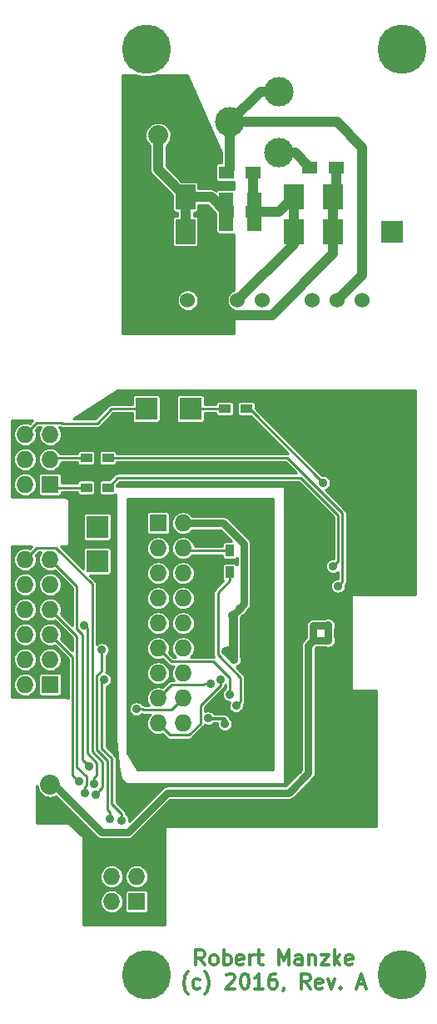
<source format=gtl>
G04 #@! TF.FileFunction,Copper,L1,Top,Signal*
%FSLAX46Y46*%
G04 Gerber Fmt 4.6, Leading zero omitted, Abs format (unit mm)*
G04 Created by KiCad (PCBNEW 4.0.1-stable) date 13/02/2016 21:15:23*
%MOMM*%
G01*
G04 APERTURE LIST*
%ADD10C,0.100000*%
%ADD11C,0.300000*%
%ADD12R,1.727200X1.727200*%
%ADD13O,1.727200X1.727200*%
%ADD14R,2.000000X2.500000*%
%ADD15C,3.000000*%
%ADD16C,5.000000*%
%ADD17R,1.500000X1.300000*%
%ADD18R,0.900000X1.200000*%
%ADD19R,2.235200X2.235200*%
%ADD20R,2.032000X2.032000*%
%ADD21O,2.032000X2.032000*%
%ADD22R,1.200000X0.900000*%
%ADD23C,1.524000*%
%ADD24C,0.889000*%
%ADD25C,0.762000*%
%ADD26C,0.254000*%
%ADD27C,1.016000*%
%ADD28C,0.215900*%
G04 APERTURE END LIST*
D10*
D11*
X117928572Y-122978571D02*
X117428572Y-122264286D01*
X117071429Y-122978571D02*
X117071429Y-121478571D01*
X117642857Y-121478571D01*
X117785715Y-121550000D01*
X117857143Y-121621429D01*
X117928572Y-121764286D01*
X117928572Y-121978571D01*
X117857143Y-122121429D01*
X117785715Y-122192857D01*
X117642857Y-122264286D01*
X117071429Y-122264286D01*
X118785715Y-122978571D02*
X118642857Y-122907143D01*
X118571429Y-122835714D01*
X118500000Y-122692857D01*
X118500000Y-122264286D01*
X118571429Y-122121429D01*
X118642857Y-122050000D01*
X118785715Y-121978571D01*
X119000000Y-121978571D01*
X119142857Y-122050000D01*
X119214286Y-122121429D01*
X119285715Y-122264286D01*
X119285715Y-122692857D01*
X119214286Y-122835714D01*
X119142857Y-122907143D01*
X119000000Y-122978571D01*
X118785715Y-122978571D01*
X119928572Y-122978571D02*
X119928572Y-121478571D01*
X119928572Y-122050000D02*
X120071429Y-121978571D01*
X120357143Y-121978571D01*
X120500000Y-122050000D01*
X120571429Y-122121429D01*
X120642858Y-122264286D01*
X120642858Y-122692857D01*
X120571429Y-122835714D01*
X120500000Y-122907143D01*
X120357143Y-122978571D01*
X120071429Y-122978571D01*
X119928572Y-122907143D01*
X121857143Y-122907143D02*
X121714286Y-122978571D01*
X121428572Y-122978571D01*
X121285715Y-122907143D01*
X121214286Y-122764286D01*
X121214286Y-122192857D01*
X121285715Y-122050000D01*
X121428572Y-121978571D01*
X121714286Y-121978571D01*
X121857143Y-122050000D01*
X121928572Y-122192857D01*
X121928572Y-122335714D01*
X121214286Y-122478571D01*
X122571429Y-122978571D02*
X122571429Y-121978571D01*
X122571429Y-122264286D02*
X122642857Y-122121429D01*
X122714286Y-122050000D01*
X122857143Y-121978571D01*
X123000000Y-121978571D01*
X123285714Y-121978571D02*
X123857143Y-121978571D01*
X123500000Y-121478571D02*
X123500000Y-122764286D01*
X123571428Y-122907143D01*
X123714286Y-122978571D01*
X123857143Y-122978571D01*
X125500000Y-122978571D02*
X125500000Y-121478571D01*
X126000000Y-122550000D01*
X126500000Y-121478571D01*
X126500000Y-122978571D01*
X127857143Y-122978571D02*
X127857143Y-122192857D01*
X127785714Y-122050000D01*
X127642857Y-121978571D01*
X127357143Y-121978571D01*
X127214286Y-122050000D01*
X127857143Y-122907143D02*
X127714286Y-122978571D01*
X127357143Y-122978571D01*
X127214286Y-122907143D01*
X127142857Y-122764286D01*
X127142857Y-122621429D01*
X127214286Y-122478571D01*
X127357143Y-122407143D01*
X127714286Y-122407143D01*
X127857143Y-122335714D01*
X128571429Y-121978571D02*
X128571429Y-122978571D01*
X128571429Y-122121429D02*
X128642857Y-122050000D01*
X128785715Y-121978571D01*
X129000000Y-121978571D01*
X129142857Y-122050000D01*
X129214286Y-122192857D01*
X129214286Y-122978571D01*
X129785715Y-121978571D02*
X130571429Y-121978571D01*
X129785715Y-122978571D01*
X130571429Y-122978571D01*
X131142858Y-122978571D02*
X131142858Y-121478571D01*
X131285715Y-122407143D02*
X131714286Y-122978571D01*
X131714286Y-121978571D02*
X131142858Y-122550000D01*
X132928572Y-122907143D02*
X132785715Y-122978571D01*
X132500001Y-122978571D01*
X132357144Y-122907143D01*
X132285715Y-122764286D01*
X132285715Y-122192857D01*
X132357144Y-122050000D01*
X132500001Y-121978571D01*
X132785715Y-121978571D01*
X132928572Y-122050000D01*
X133000001Y-122192857D01*
X133000001Y-122335714D01*
X132285715Y-122478571D01*
X116250001Y-125950000D02*
X116178573Y-125878571D01*
X116035716Y-125664286D01*
X115964287Y-125521429D01*
X115892858Y-125307143D01*
X115821430Y-124950000D01*
X115821430Y-124664286D01*
X115892858Y-124307143D01*
X115964287Y-124092857D01*
X116035716Y-123950000D01*
X116178573Y-123735714D01*
X116250001Y-123664286D01*
X117464287Y-125307143D02*
X117321430Y-125378571D01*
X117035716Y-125378571D01*
X116892858Y-125307143D01*
X116821430Y-125235714D01*
X116750001Y-125092857D01*
X116750001Y-124664286D01*
X116821430Y-124521429D01*
X116892858Y-124450000D01*
X117035716Y-124378571D01*
X117321430Y-124378571D01*
X117464287Y-124450000D01*
X117964287Y-125950000D02*
X118035715Y-125878571D01*
X118178572Y-125664286D01*
X118250001Y-125521429D01*
X118321430Y-125307143D01*
X118392858Y-124950000D01*
X118392858Y-124664286D01*
X118321430Y-124307143D01*
X118250001Y-124092857D01*
X118178572Y-123950000D01*
X118035715Y-123735714D01*
X117964287Y-123664286D01*
X120178572Y-124021429D02*
X120250001Y-123950000D01*
X120392858Y-123878571D01*
X120750001Y-123878571D01*
X120892858Y-123950000D01*
X120964287Y-124021429D01*
X121035715Y-124164286D01*
X121035715Y-124307143D01*
X120964287Y-124521429D01*
X120107144Y-125378571D01*
X121035715Y-125378571D01*
X121964286Y-123878571D02*
X122107143Y-123878571D01*
X122250000Y-123950000D01*
X122321429Y-124021429D01*
X122392858Y-124164286D01*
X122464286Y-124450000D01*
X122464286Y-124807143D01*
X122392858Y-125092857D01*
X122321429Y-125235714D01*
X122250000Y-125307143D01*
X122107143Y-125378571D01*
X121964286Y-125378571D01*
X121821429Y-125307143D01*
X121750000Y-125235714D01*
X121678572Y-125092857D01*
X121607143Y-124807143D01*
X121607143Y-124450000D01*
X121678572Y-124164286D01*
X121750000Y-124021429D01*
X121821429Y-123950000D01*
X121964286Y-123878571D01*
X123892857Y-125378571D02*
X123035714Y-125378571D01*
X123464286Y-125378571D02*
X123464286Y-123878571D01*
X123321429Y-124092857D01*
X123178571Y-124235714D01*
X123035714Y-124307143D01*
X125178571Y-123878571D02*
X124892857Y-123878571D01*
X124750000Y-123950000D01*
X124678571Y-124021429D01*
X124535714Y-124235714D01*
X124464285Y-124521429D01*
X124464285Y-125092857D01*
X124535714Y-125235714D01*
X124607142Y-125307143D01*
X124750000Y-125378571D01*
X125035714Y-125378571D01*
X125178571Y-125307143D01*
X125250000Y-125235714D01*
X125321428Y-125092857D01*
X125321428Y-124735714D01*
X125250000Y-124592857D01*
X125178571Y-124521429D01*
X125035714Y-124450000D01*
X124750000Y-124450000D01*
X124607142Y-124521429D01*
X124535714Y-124592857D01*
X124464285Y-124735714D01*
X126035713Y-125307143D02*
X126035713Y-125378571D01*
X125964285Y-125521429D01*
X125892856Y-125592857D01*
X128678571Y-125378571D02*
X128178571Y-124664286D01*
X127821428Y-125378571D02*
X127821428Y-123878571D01*
X128392856Y-123878571D01*
X128535714Y-123950000D01*
X128607142Y-124021429D01*
X128678571Y-124164286D01*
X128678571Y-124378571D01*
X128607142Y-124521429D01*
X128535714Y-124592857D01*
X128392856Y-124664286D01*
X127821428Y-124664286D01*
X129892856Y-125307143D02*
X129749999Y-125378571D01*
X129464285Y-125378571D01*
X129321428Y-125307143D01*
X129249999Y-125164286D01*
X129249999Y-124592857D01*
X129321428Y-124450000D01*
X129464285Y-124378571D01*
X129749999Y-124378571D01*
X129892856Y-124450000D01*
X129964285Y-124592857D01*
X129964285Y-124735714D01*
X129249999Y-124878571D01*
X130464285Y-124378571D02*
X130821428Y-125378571D01*
X131178570Y-124378571D01*
X131749999Y-125235714D02*
X131821427Y-125307143D01*
X131749999Y-125378571D01*
X131678570Y-125307143D01*
X131749999Y-125235714D01*
X131749999Y-125378571D01*
X133535713Y-124950000D02*
X134249999Y-124950000D01*
X133392856Y-125378571D02*
X133892856Y-123878571D01*
X134392856Y-125378571D01*
D12*
X111040000Y-116540000D03*
D13*
X108500000Y-116540000D03*
X111040000Y-114000000D03*
X108500000Y-114000000D03*
D12*
X102235000Y-94500700D03*
D13*
X99695000Y-94500700D03*
X102235000Y-91960700D03*
X99695000Y-91960700D03*
X102235000Y-89420700D03*
X99695000Y-89420700D03*
X102235000Y-86880700D03*
X99695000Y-86880700D03*
X102235000Y-84340700D03*
X99695000Y-84340700D03*
X102235000Y-81800700D03*
X99695000Y-81800700D03*
D12*
X102222300Y-74180700D03*
D13*
X99682300Y-74180700D03*
X102222300Y-71640700D03*
X99682300Y-71640700D03*
X102222300Y-69100700D03*
X99682300Y-69100700D03*
D12*
X113210000Y-78120000D03*
D13*
X115750000Y-78120000D03*
X113210000Y-80660000D03*
X115750000Y-80660000D03*
X113210000Y-83200000D03*
X115750000Y-83200000D03*
X113210000Y-85740000D03*
X115750000Y-85740000D03*
X113210000Y-88280000D03*
X115750000Y-88280000D03*
X113210000Y-90820000D03*
X115750000Y-90820000D03*
X113210000Y-93360000D03*
X115750000Y-93360000D03*
X113210000Y-95900000D03*
X115750000Y-95900000D03*
X113210000Y-98440000D03*
X115750000Y-98440000D03*
X113210000Y-100980000D03*
X115750000Y-100980000D03*
D14*
X127000000Y-48500000D03*
X131000000Y-48500000D03*
X127000000Y-45000000D03*
X131000000Y-45000000D03*
X116000000Y-48500000D03*
X112000000Y-48500000D03*
X116000000Y-45000000D03*
X112000000Y-45000000D03*
D15*
X125500000Y-40500000D03*
X125500000Y-34300000D03*
X120500000Y-37400000D03*
D16*
X138000000Y-124000000D03*
X138000000Y-30000000D03*
X112000000Y-30000000D03*
X112000000Y-124000000D03*
D17*
X122900000Y-46520000D03*
X120200000Y-46520000D03*
D18*
X120500000Y-83100000D03*
X120500000Y-80900000D03*
D10*
G36*
X123710000Y-44555000D02*
X123710000Y-48445000D01*
X122290000Y-48445000D01*
X122290000Y-44555000D01*
X123710000Y-44555000D01*
X123710000Y-44555000D01*
G37*
G36*
X120810000Y-44555000D02*
X120810000Y-48445000D01*
X119390000Y-48445000D01*
X119390000Y-44555000D01*
X120810000Y-44555000D01*
X120810000Y-44555000D01*
G37*
D19*
X137000000Y-48500000D03*
D20*
X102235000Y-107213400D03*
D21*
X102235000Y-104673400D03*
D19*
X107000000Y-78500000D03*
X107000000Y-82000000D03*
X112000000Y-66500000D03*
X116500000Y-66500000D03*
D22*
X108100000Y-71500000D03*
X105900000Y-71500000D03*
X108100000Y-74500000D03*
X105900000Y-74500000D03*
X122200000Y-66500000D03*
X120000000Y-66500000D03*
D23*
X134000000Y-55500000D03*
X131460000Y-55500000D03*
X128920000Y-55500000D03*
X123840000Y-55500000D03*
X121300000Y-55500000D03*
X118760000Y-55500000D03*
X116220000Y-55500000D03*
D20*
X113210000Y-36210000D03*
D21*
X113210000Y-38750000D03*
D17*
X120150000Y-42500000D03*
X122850000Y-42500000D03*
X128650000Y-42000000D03*
X131350000Y-42000000D03*
D24*
X130000000Y-101000000D03*
X130000000Y-102000000D03*
X111500000Y-111000000D03*
X112500000Y-111000000D03*
X132500000Y-108000000D03*
X133500000Y-108000000D03*
X134500000Y-108000000D03*
X134500000Y-107000000D03*
X134500000Y-106000000D03*
X134500000Y-97000000D03*
X134500000Y-96000000D03*
X133500000Y-96000000D03*
X132000000Y-87500000D03*
X132000000Y-86500000D03*
X135500000Y-84500000D03*
X136500000Y-84500000D03*
X137500000Y-84500000D03*
X137500000Y-83500000D03*
X136500000Y-83500000D03*
X135500000Y-83500000D03*
X131500000Y-68000000D03*
X132500000Y-69000000D03*
X133500000Y-70000000D03*
X114000000Y-70000000D03*
X115500000Y-70000000D03*
X117000000Y-70000000D03*
X107000000Y-76000000D03*
X108000000Y-76000000D03*
X106000000Y-76000000D03*
X104000000Y-85500000D03*
X104000000Y-86500000D03*
X107500000Y-86500000D03*
X107500000Y-87500000D03*
X124000000Y-76500000D03*
X123000000Y-76500000D03*
X122000000Y-76500000D03*
X124000000Y-102000000D03*
X123000000Y-102000000D03*
X122000000Y-102000000D03*
X130500000Y-90000000D03*
X130500000Y-88500000D03*
X121486299Y-86774720D03*
X120761019Y-87500000D03*
X120050000Y-91137000D03*
X120913000Y-92000000D03*
X121142845Y-96656226D03*
X105774720Y-105500000D03*
X105725280Y-88500000D03*
X106697468Y-104586270D03*
X106216457Y-102843447D03*
X106856438Y-105666851D03*
X120500000Y-95500000D03*
X118274720Y-97934266D03*
X120000022Y-98500000D03*
X118547802Y-94452182D03*
X111000000Y-96999992D03*
X119534418Y-93983656D03*
X107725280Y-94000000D03*
X109500000Y-108274720D03*
X105148046Y-104319474D03*
X107500000Y-91000000D03*
X108331983Y-108141030D03*
X131500000Y-84500000D03*
X131000008Y-82500000D03*
X130000000Y-74000000D03*
D25*
X130000000Y-102628617D02*
X130000000Y-102000000D01*
X130000000Y-103365014D02*
X130000000Y-102628617D01*
X126865014Y-106500000D02*
X130000000Y-103365014D01*
X110500000Y-110500000D02*
X114500000Y-106500000D01*
X107000000Y-110500000D02*
X110500000Y-110500000D01*
X102235000Y-107213400D02*
X103713400Y-107213400D01*
X103713400Y-107213400D02*
X107000000Y-110500000D01*
X114500000Y-106500000D02*
X126865014Y-106500000D01*
X130000000Y-102000000D02*
X130000000Y-101000000D01*
D26*
X102235000Y-107213400D02*
X103213400Y-107213400D01*
X103213400Y-107213400D02*
X106500000Y-110500000D01*
X111000000Y-110500000D02*
X111500000Y-111000000D01*
X106500000Y-110500000D02*
X111000000Y-110500000D01*
X112500000Y-111000000D02*
X112500000Y-109500000D01*
X114000000Y-108000000D02*
X132500000Y-108000000D01*
X112500000Y-109500000D02*
X114000000Y-108000000D01*
X133500000Y-108000000D02*
X134500000Y-108000000D01*
X134500000Y-107000000D02*
X134500000Y-106000000D01*
X134500000Y-97000000D02*
X134500000Y-96000000D01*
X133500000Y-96000000D02*
X132500000Y-95000000D01*
X132500000Y-88000000D02*
X132000000Y-87500000D01*
X132500000Y-95000000D02*
X132500000Y-88000000D01*
X132000000Y-86500000D02*
X132000000Y-85500000D01*
X133000000Y-84500000D02*
X135500000Y-84500000D01*
X132000000Y-85500000D02*
X133000000Y-84500000D01*
X136500000Y-84500000D02*
X137500000Y-84500000D01*
X137500000Y-83500000D02*
X136500000Y-83500000D01*
X135500000Y-83500000D02*
X135500000Y-72000000D01*
X132000000Y-68500000D02*
X131500000Y-68000000D01*
X135500000Y-72000000D02*
X133500000Y-70000000D01*
X131500000Y-68000000D02*
X132500000Y-69000000D01*
X132500000Y-69000000D02*
X133500000Y-70000000D01*
X115500000Y-70000000D02*
X117000000Y-70000000D01*
X125853408Y-70500000D02*
X117500000Y-70500000D01*
X114500000Y-70500000D02*
X116371383Y-70500000D01*
X117628617Y-70000000D02*
X117000000Y-70000000D01*
X121269799Y-66858818D02*
X118128617Y-70000000D01*
X116371383Y-70500000D02*
X116500000Y-70500000D01*
X116000000Y-70500000D02*
X116371383Y-70500000D01*
X118128617Y-70000000D02*
X117628617Y-70000000D01*
X117444499Y-70444499D02*
X117000000Y-70000000D01*
X114000000Y-70000000D02*
X117000000Y-70000000D01*
X117500000Y-70500000D02*
X117444499Y-70444499D01*
X116500000Y-70500000D02*
X116555501Y-70444499D01*
X116555501Y-70444499D02*
X117000000Y-70000000D01*
X131500000Y-68000000D02*
X129219799Y-65719799D01*
X129219799Y-65719799D02*
X121335839Y-65719799D01*
X121335839Y-65719799D02*
X121269799Y-65785839D01*
X121269799Y-65785839D02*
X121269799Y-66858818D01*
X107000000Y-76000000D02*
X108000000Y-76000000D01*
X107500000Y-86500000D02*
X107500000Y-87500000D01*
D27*
X125500000Y-46500000D02*
X127000000Y-45000000D01*
X123000000Y-46500000D02*
X125500000Y-46500000D01*
X127000000Y-45000000D02*
X127000000Y-48500000D01*
X127000000Y-49800000D02*
X121300000Y-55500000D01*
X127000000Y-48500000D02*
X127000000Y-49800000D01*
X122850000Y-46350000D02*
X123000000Y-46500000D01*
X122850000Y-42500000D02*
X122850000Y-46350000D01*
X131000000Y-48500000D02*
X131000000Y-45000000D01*
X112000000Y-45000000D02*
X112000000Y-48500000D01*
X112000000Y-48740000D02*
X118760000Y-55500000D01*
X112000000Y-48500000D02*
X112000000Y-48740000D01*
X131000000Y-50766000D02*
X131000000Y-48500000D01*
X124792799Y-56973201D02*
X131000000Y-50766000D01*
X120233201Y-56973201D02*
X124792799Y-56973201D01*
X118760000Y-55500000D02*
X120233201Y-56973201D01*
X131350000Y-44650000D02*
X131000000Y-45000000D01*
X131350000Y-42000000D02*
X131350000Y-44650000D01*
X112000000Y-44750000D02*
X112000000Y-45000000D01*
X111200000Y-43950000D02*
X112000000Y-44750000D01*
X111200000Y-38220000D02*
X111200000Y-43950000D01*
X113210000Y-36210000D02*
X111200000Y-38220000D01*
D26*
X124000000Y-76500000D02*
X123000000Y-76500000D01*
X122000000Y-76500000D02*
X122500000Y-76500000D01*
X124000000Y-102000000D02*
X123000000Y-102000000D01*
D27*
X113210000Y-42210000D02*
X116000000Y-45000000D01*
X113210000Y-38750000D02*
X113210000Y-42210000D01*
X116000000Y-45000000D02*
X116000000Y-48500000D01*
X118600000Y-45000000D02*
X120100000Y-46500000D01*
X116000000Y-45000000D02*
X118600000Y-45000000D01*
D25*
X130500000Y-88500000D02*
X129000000Y-88500000D01*
X129000000Y-88500000D02*
X129000000Y-90000000D01*
X102650922Y-104673400D02*
X107477522Y-109500000D01*
X102235000Y-104673400D02*
X102650922Y-104673400D01*
X107477522Y-109500000D02*
X110134986Y-109500000D01*
X110134986Y-109500000D02*
X114134986Y-105500000D01*
X114134986Y-105500000D02*
X126500000Y-105500000D01*
X126500000Y-105500000D02*
X128500000Y-103500000D01*
X128500000Y-103500000D02*
X128500000Y-90500000D01*
X128500000Y-90500000D02*
X129000000Y-90000000D01*
X129000000Y-90000000D02*
X130500000Y-90000000D01*
X130500000Y-90000000D02*
X130500000Y-88500000D01*
X121930798Y-80229236D02*
X121930798Y-86330221D01*
X115750000Y-78120000D02*
X119821562Y-78120000D01*
X119821562Y-78120000D02*
X121930798Y-80229236D01*
X121930798Y-86330221D02*
X121486299Y-86774720D01*
X121486299Y-86774720D02*
X120761019Y-87500000D01*
X120761019Y-87500000D02*
X120761019Y-90961019D01*
X120225981Y-90961019D02*
X120050000Y-91137000D01*
X120761019Y-90961019D02*
X120225981Y-90961019D01*
X120913000Y-87651981D02*
X120761019Y-87500000D01*
X120913000Y-92000000D02*
X120913000Y-87651981D01*
X120913000Y-92000000D02*
X120050000Y-91137000D01*
D27*
X127150000Y-40500000D02*
X128650000Y-42000000D01*
X125500000Y-40500000D02*
X127150000Y-40500000D01*
X123600000Y-34300000D02*
X120500000Y-37400000D01*
X125500000Y-34300000D02*
X123600000Y-34300000D01*
X120500000Y-42150000D02*
X120150000Y-42500000D01*
X120500000Y-37400000D02*
X120500000Y-42150000D01*
X134000000Y-52960000D02*
X132221999Y-54738001D01*
X134000000Y-40000000D02*
X134000000Y-52960000D01*
X131400000Y-37400000D02*
X134000000Y-40000000D01*
X132221999Y-54738001D02*
X131460000Y-55500000D01*
X120500000Y-37400000D02*
X131400000Y-37400000D01*
D26*
X120500000Y-83100000D02*
X120500000Y-83954000D01*
X120500000Y-83954000D02*
X119275298Y-85178702D01*
X119275298Y-85178702D02*
X119275298Y-91508858D01*
X119275298Y-91508858D02*
X121587344Y-93820904D01*
X121587344Y-93820904D02*
X121587344Y-96211727D01*
X121587344Y-96211727D02*
X121142845Y-96656226D01*
X115990000Y-80900000D02*
X115750000Y-80660000D01*
X120500000Y-80900000D02*
X115990000Y-80900000D01*
X102235000Y-86880700D02*
X104957211Y-89602911D01*
X104957211Y-102887694D02*
X105922766Y-103853249D01*
X105922766Y-104723337D02*
X105774720Y-104871383D01*
X105774720Y-104871383D02*
X105774720Y-105500000D01*
X105922766Y-103853249D02*
X105922766Y-104723337D01*
X104957211Y-89602911D02*
X104957211Y-102887694D01*
X105725280Y-88500000D02*
X106000000Y-88774720D01*
X106697468Y-103957653D02*
X106697468Y-104586270D01*
X106991159Y-103663962D02*
X106697468Y-103957653D01*
X106000000Y-88774720D02*
X106000000Y-101480430D01*
X106991159Y-102471589D02*
X106991159Y-103663962D01*
X106000000Y-101480430D02*
X106991159Y-102471589D01*
X104950579Y-84516279D02*
X104950579Y-88871857D01*
X102235000Y-81800700D02*
X104950579Y-84516279D01*
X104950579Y-88871857D02*
X105507701Y-89428979D01*
X105771958Y-102398948D02*
X106216457Y-102843447D01*
X105507701Y-89428979D02*
X105507701Y-102134691D01*
X105507701Y-102134691D02*
X105771958Y-102398948D01*
X99695000Y-81800700D02*
X100888801Y-80606899D01*
X107300937Y-105222352D02*
X106856438Y-105666851D01*
X100888801Y-80606899D02*
X102808025Y-80606899D01*
X106500000Y-84298874D02*
X106500000Y-93432129D01*
X107556054Y-104967235D02*
X107300937Y-105222352D01*
X102808025Y-80606899D02*
X106500000Y-84298874D01*
X106493368Y-101327205D02*
X107556054Y-102389891D01*
X107556054Y-102389891D02*
X107556054Y-104967235D01*
X106500000Y-93432129D02*
X106493368Y-93438761D01*
X106493368Y-93438761D02*
X106493368Y-101327205D01*
X113210000Y-90820000D02*
X114556199Y-92166199D01*
X114556199Y-92166199D02*
X118812759Y-92166199D01*
X118812759Y-92166199D02*
X120500000Y-93853440D01*
X120500000Y-93853440D02*
X120500000Y-94871383D01*
X120500000Y-94871383D02*
X120500000Y-95500000D01*
X120000000Y-98000000D02*
X120055501Y-98055501D01*
X119934266Y-97934266D02*
X120055501Y-98055501D01*
X118274720Y-97934266D02*
X119934266Y-97934266D01*
X118340454Y-98000000D02*
X120000000Y-98000000D01*
X120055501Y-98055501D02*
X120055501Y-98444521D01*
X120055501Y-98444521D02*
X120000022Y-98500000D01*
X117919185Y-94452182D02*
X118547802Y-94452182D01*
X117815866Y-94555501D02*
X117919185Y-94452182D01*
X114554499Y-94555501D02*
X117815866Y-94555501D01*
X113210000Y-95900000D02*
X114554499Y-94555501D01*
X114556199Y-97093801D02*
X111722426Y-97093801D01*
X115750000Y-95900000D02*
X114556199Y-97093801D01*
X111722426Y-97093801D02*
X111628617Y-96999992D01*
X111628617Y-96999992D02*
X111000000Y-96999992D01*
X119534418Y-94612273D02*
X119534418Y-93983656D01*
X117500000Y-98456826D02*
X117500000Y-96646691D01*
X113210000Y-98440000D02*
X114403801Y-99633801D01*
X117500000Y-96646691D02*
X119534418Y-94612273D01*
X114403801Y-99633801D02*
X116323025Y-99633801D01*
X116323025Y-99633801D02*
X117500000Y-98456826D01*
X109500000Y-107646103D02*
X109500000Y-108274720D01*
X108500000Y-106646103D02*
X109500000Y-107646103D01*
X108500000Y-102000000D02*
X108500000Y-106646103D01*
X107500000Y-101000000D02*
X108500000Y-102000000D01*
X107500000Y-94225280D02*
X107500000Y-101000000D01*
X107725280Y-94000000D02*
X107500000Y-94225280D01*
X104500000Y-91685700D02*
X104500000Y-103671428D01*
X104703547Y-103874975D02*
X105148046Y-104319474D01*
X102235000Y-89420700D02*
X104500000Y-91685700D01*
X104500000Y-103671428D02*
X104703547Y-103874975D01*
X108042789Y-107223219D02*
X108331983Y-107512413D01*
X107500000Y-91000000D02*
X107500000Y-93078722D01*
X107500000Y-93078722D02*
X106950579Y-93628143D01*
X106950579Y-93628143D02*
X106950579Y-101137823D01*
X106950579Y-101137823D02*
X108042789Y-102230033D01*
X108042789Y-102230033D02*
X108042789Y-107223219D01*
X108331983Y-107512413D02*
X108331983Y-108141030D01*
X102541600Y-74500000D02*
X102222300Y-74180700D01*
X105900000Y-74500000D02*
X102541600Y-74500000D01*
X102363000Y-71500000D02*
X102222300Y-71640700D01*
X105900000Y-71500000D02*
X102363000Y-71500000D01*
X99682300Y-69100700D02*
X100399300Y-69100700D01*
X100876101Y-67906899D02*
X103406899Y-67906899D01*
X99682300Y-69100700D02*
X100876101Y-67906899D01*
X103406899Y-67906899D02*
X103500000Y-68000000D01*
X103500000Y-68000000D02*
X107000000Y-68000000D01*
X108500000Y-66500000D02*
X112000000Y-66500000D01*
X107000000Y-68000000D02*
X108500000Y-66500000D01*
X120000000Y-66500000D02*
X116500000Y-66500000D01*
X131500000Y-84500000D02*
X131957211Y-84042789D01*
X131957211Y-84042789D02*
X131957211Y-77103769D01*
X131957211Y-77103769D02*
X126353442Y-71500000D01*
X108954000Y-71500000D02*
X108100000Y-71500000D01*
X126353442Y-71500000D02*
X108954000Y-71500000D01*
X131444507Y-82055501D02*
X131000008Y-82500000D01*
X131500000Y-77293151D02*
X131500000Y-82000008D01*
X127706849Y-73500000D02*
X131500000Y-77293151D01*
X131500000Y-82000008D02*
X131444507Y-82055501D01*
X109100000Y-73500000D02*
X127706849Y-73500000D01*
X108100000Y-74500000D02*
X109100000Y-73500000D01*
X122500000Y-66500000D02*
X122200000Y-66500000D01*
X130000000Y-74000000D02*
X122500000Y-66500000D01*
D28*
X124892050Y-75607950D02*
X110107950Y-75607950D01*
X124892050Y-75773050D02*
X110107950Y-75773050D01*
X124892050Y-75938150D02*
X110107950Y-75938150D01*
X124892050Y-76103250D02*
X110107950Y-76103250D01*
X124892050Y-76268350D02*
X110107950Y-76268350D01*
X124892050Y-76433450D02*
X110107950Y-76433450D01*
X124892050Y-76598550D02*
X110107950Y-76598550D01*
X124892050Y-76763650D02*
X110107950Y-76763650D01*
X124892050Y-76928750D02*
X110107950Y-76928750D01*
X112066274Y-77093850D02*
X110107950Y-77093850D01*
X115156901Y-77093850D02*
X114352326Y-77093850D01*
X124892050Y-77093850D02*
X116342271Y-77093850D01*
X112020984Y-77258950D02*
X110107950Y-77258950D01*
X114930183Y-77258950D02*
X114399016Y-77258950D01*
X124892050Y-77258950D02*
X116568115Y-77258950D01*
X112020984Y-77424050D02*
X110107950Y-77424050D01*
X114786233Y-77424050D02*
X114399016Y-77424050D01*
X124892050Y-77424050D02*
X119911598Y-77424050D01*
X112020984Y-77589150D02*
X110107950Y-77589150D01*
X114687813Y-77589150D02*
X114399016Y-77589150D01*
X124892050Y-77589150D02*
X120280466Y-77589150D01*
X112020984Y-77754250D02*
X110107950Y-77754250D01*
X114620365Y-77754250D02*
X114399016Y-77754250D01*
X124892050Y-77754250D02*
X120452620Y-77754250D01*
X112020984Y-77919350D02*
X110107950Y-77919350D01*
X114577051Y-77919350D02*
X114399016Y-77919350D01*
X124892050Y-77919350D02*
X120617720Y-77919350D01*
X112020984Y-78084450D02*
X110107950Y-78084450D01*
X114559699Y-78084450D02*
X114399016Y-78084450D01*
X124892050Y-78084450D02*
X120782820Y-78084450D01*
X112020984Y-78249550D02*
X110107950Y-78249550D01*
X114569377Y-78249550D02*
X114399016Y-78249550D01*
X124892050Y-78249550D02*
X120947920Y-78249550D01*
X112020984Y-78414650D02*
X110107950Y-78414650D01*
X114599070Y-78414650D02*
X114399016Y-78414650D01*
X124892050Y-78414650D02*
X121113020Y-78414650D01*
X112020984Y-78579750D02*
X110107950Y-78579750D01*
X114651071Y-78579750D02*
X114399016Y-78579750D01*
X124892050Y-78579750D02*
X121278120Y-78579750D01*
X112020984Y-78744850D02*
X110107950Y-78744850D01*
X114737383Y-78744850D02*
X114399016Y-78744850D01*
X124892050Y-78744850D02*
X121443220Y-78744850D01*
X112020984Y-78909950D02*
X110107950Y-78909950D01*
X114862996Y-78909950D02*
X114399016Y-78909950D01*
X119614704Y-78909950D02*
X116636003Y-78909950D01*
X124892050Y-78909950D02*
X121608320Y-78909950D01*
X112037446Y-79075050D02*
X110107950Y-79075050D01*
X115043910Y-79075050D02*
X114385776Y-79075050D01*
X119779804Y-79075050D02*
X116454561Y-79075050D01*
X124892050Y-79075050D02*
X121773420Y-79075050D01*
X112150728Y-79240150D02*
X110107950Y-79240150D01*
X115367014Y-79240150D02*
X114269802Y-79240150D01*
X119944904Y-79240150D02*
X116134393Y-79240150D01*
X124892050Y-79240150D02*
X121938520Y-79240150D01*
X120110004Y-79405250D02*
X110107950Y-79405250D01*
X124892050Y-79405250D02*
X122103620Y-79405250D01*
X112736327Y-79570350D02*
X110107950Y-79570350D01*
X115276327Y-79570350D02*
X113686765Y-79570350D01*
X120275104Y-79570350D02*
X116226765Y-79570350D01*
X124892050Y-79570350D02*
X122268720Y-79570350D01*
X112468042Y-79735450D02*
X110107950Y-79735450D01*
X115008042Y-79735450D02*
X113952438Y-79735450D01*
X120440204Y-79735450D02*
X116492438Y-79735450D01*
X124892050Y-79735450D02*
X122433757Y-79735450D01*
X112298765Y-79900550D02*
X110107950Y-79900550D01*
X114838765Y-79900550D02*
X114121526Y-79900550D01*
X120605304Y-79900550D02*
X116661526Y-79900550D01*
X124892050Y-79900550D02*
X122550549Y-79900550D01*
X112182147Y-80065650D02*
X110107950Y-80065650D01*
X114722147Y-80065650D02*
X114238562Y-80065650D01*
X119826415Y-80065650D02*
X116778562Y-80065650D01*
X124892050Y-80065650D02*
X122614169Y-80065650D01*
X112100022Y-80230750D02*
X110107950Y-80230750D01*
X114640022Y-80230750D02*
X114321315Y-80230750D01*
X119734425Y-80230750D02*
X116861315Y-80230750D01*
X124892050Y-80230750D02*
X122635648Y-80230750D01*
X112048914Y-80395850D02*
X110107950Y-80395850D01*
X114588914Y-80395850D02*
X114369907Y-80395850D01*
X119724584Y-80395850D02*
X116909907Y-80395850D01*
X124892050Y-80395850D02*
X122635648Y-80395850D01*
X112026373Y-80560950D02*
X110107950Y-80560950D01*
X114566373Y-80560950D02*
X114393399Y-80560950D01*
X124892050Y-80560950D02*
X122635648Y-80560950D01*
X112023598Y-80726050D02*
X110107950Y-80726050D01*
X114563598Y-80726050D02*
X114397096Y-80726050D01*
X124892050Y-80726050D02*
X122635648Y-80726050D01*
X112040381Y-80891150D02*
X110107950Y-80891150D01*
X114580381Y-80891150D02*
X114379743Y-80891150D01*
X124892050Y-80891150D02*
X122635648Y-80891150D01*
X112088972Y-81056250D02*
X110107950Y-81056250D01*
X114628972Y-81056250D02*
X114330194Y-81056250D01*
X124892050Y-81056250D02*
X122635648Y-81056250D01*
X112164186Y-81221350D02*
X110107950Y-81221350D01*
X114704186Y-81221350D02*
X114255696Y-81221350D01*
X124892050Y-81221350D02*
X122635648Y-81221350D01*
X112271941Y-81386450D02*
X110107950Y-81386450D01*
X114811941Y-81386450D02*
X114148535Y-81386450D01*
X119724584Y-81386450D02*
X116688535Y-81386450D01*
X124892050Y-81386450D02*
X122635648Y-81386450D01*
X112428234Y-81551550D02*
X110107950Y-81551550D01*
X114968234Y-81551550D02*
X113992420Y-81551550D01*
X119728695Y-81551550D02*
X116532420Y-81551550D01*
X124892050Y-81551550D02*
X122635648Y-81551550D01*
X112673208Y-81716650D02*
X110107950Y-81716650D01*
X115213208Y-81716650D02*
X113745737Y-81716650D01*
X119807512Y-81716650D02*
X116285737Y-81716650D01*
X121225948Y-81716650D02*
X121188670Y-81716650D01*
X124892050Y-81716650D02*
X122635648Y-81716650D01*
X121225948Y-81881750D02*
X110107950Y-81881750D01*
X124892050Y-81881750D02*
X122635648Y-81881750D01*
X112934908Y-82046850D02*
X110107950Y-82046850D01*
X115474908Y-82046850D02*
X113488957Y-82046850D01*
X121225948Y-82046850D02*
X116028957Y-82046850D01*
X124892050Y-82046850D02*
X122635648Y-82046850D01*
X112545901Y-82211950D02*
X110107950Y-82211950D01*
X115085901Y-82211950D02*
X113871575Y-82211950D01*
X119901602Y-82211950D02*
X116411575Y-82211950D01*
X121225948Y-82211950D02*
X121094972Y-82211950D01*
X124892050Y-82211950D02*
X122635648Y-82211950D01*
X112351297Y-82377050D02*
X110107950Y-82377050D01*
X114891297Y-82377050D02*
X114070471Y-82377050D01*
X119752024Y-82377050D02*
X116610471Y-82377050D01*
X124892050Y-82377050D02*
X122635648Y-82377050D01*
X112216481Y-82542150D02*
X110107950Y-82542150D01*
X114756481Y-82542150D02*
X114203215Y-82542150D01*
X119724584Y-82542150D02*
X116743215Y-82542150D01*
X124892050Y-82542150D02*
X122635648Y-82542150D01*
X112127212Y-82707250D02*
X110107950Y-82707250D01*
X114667212Y-82707250D02*
X114291677Y-82707250D01*
X119724584Y-82707250D02*
X116831677Y-82707250D01*
X124892050Y-82707250D02*
X122635648Y-82707250D01*
X112068571Y-82872350D02*
X110107950Y-82872350D01*
X114608571Y-82872350D02*
X114351218Y-82872350D01*
X119724584Y-82872350D02*
X116891218Y-82872350D01*
X124892050Y-82872350D02*
X122635648Y-82872350D01*
X112033047Y-83037450D02*
X110107950Y-83037450D01*
X114573047Y-83037450D02*
X114387620Y-83037450D01*
X119724584Y-83037450D02*
X116927620Y-83037450D01*
X124892050Y-83037450D02*
X122635648Y-83037450D01*
X112017819Y-83202550D02*
X110107950Y-83202550D01*
X114557819Y-83202550D02*
X114402645Y-83202550D01*
X119724584Y-83202550D02*
X116942645Y-83202550D01*
X124892050Y-83202550D02*
X122635648Y-83202550D01*
X112032844Y-83367650D02*
X110107950Y-83367650D01*
X114572844Y-83367650D02*
X114386417Y-83367650D01*
X119724584Y-83367650D02*
X116926417Y-83367650D01*
X124892050Y-83367650D02*
X122635648Y-83367650D01*
X112070283Y-83532750D02*
X110107950Y-83532750D01*
X114610283Y-83532750D02*
X114349850Y-83532750D01*
X119724584Y-83532750D02*
X116889850Y-83532750D01*
X124892050Y-83532750D02*
X122635648Y-83532750D01*
X112130989Y-83697850D02*
X110107950Y-83697850D01*
X114670989Y-83697850D02*
X114290030Y-83697850D01*
X119724584Y-83697850D02*
X116830030Y-83697850D01*
X124892050Y-83697850D02*
X122635648Y-83697850D01*
X112220886Y-83862950D02*
X110107950Y-83862950D01*
X114760886Y-83862950D02*
X114200762Y-83862950D01*
X119771538Y-83862950D02*
X116740762Y-83862950D01*
X124892050Y-83862950D02*
X122635648Y-83862950D01*
X112353629Y-84028050D02*
X110107950Y-84028050D01*
X114893629Y-84028050D02*
X114064484Y-84028050D01*
X119788352Y-84028050D02*
X116604484Y-84028050D01*
X124892050Y-84028050D02*
X122635648Y-84028050D01*
X112557702Y-84193150D02*
X110107950Y-84193150D01*
X115097702Y-84193150D02*
X113865163Y-84193150D01*
X119623252Y-84193150D02*
X116405163Y-84193150D01*
X124892050Y-84193150D02*
X122635648Y-84193150D01*
X112947120Y-84358250D02*
X110107950Y-84358250D01*
X115487120Y-84358250D02*
X113468200Y-84358250D01*
X119458152Y-84358250D02*
X116008200Y-84358250D01*
X124892050Y-84358250D02*
X122635648Y-84358250D01*
X119293052Y-84523350D02*
X110107950Y-84523350D01*
X124892050Y-84523350D02*
X122635648Y-84523350D01*
X112664671Y-84688450D02*
X110107950Y-84688450D01*
X115204671Y-84688450D02*
X113756069Y-84688450D01*
X119127952Y-84688450D02*
X116296069Y-84688450D01*
X124892050Y-84688450D02*
X122635648Y-84688450D01*
X112421327Y-84853550D02*
X110107950Y-84853550D01*
X114961327Y-84853550D02*
X113997844Y-84853550D01*
X118962852Y-84853550D02*
X116537844Y-84853550D01*
X124892050Y-84853550D02*
X122635648Y-84853550D01*
X112267246Y-85018650D02*
X110107950Y-85018650D01*
X114807246Y-85018650D02*
X114152160Y-85018650D01*
X118855031Y-85018650D02*
X116692160Y-85018650D01*
X124892050Y-85018650D02*
X122635648Y-85018650D01*
X112161546Y-85183750D02*
X110107950Y-85183750D01*
X114701546Y-85183750D02*
X114258480Y-85183750D01*
X118824448Y-85183750D02*
X116798480Y-85183750D01*
X124892050Y-85183750D02*
X122635648Y-85183750D01*
X112088228Y-85348850D02*
X110107950Y-85348850D01*
X114628228Y-85348850D02*
X114332529Y-85348850D01*
X118824448Y-85348850D02*
X116872529Y-85348850D01*
X124892050Y-85348850D02*
X122635648Y-85348850D01*
X112039721Y-85513950D02*
X110107950Y-85513950D01*
X114579721Y-85513950D02*
X114381120Y-85513950D01*
X118824448Y-85513950D02*
X116921120Y-85513950D01*
X124892050Y-85513950D02*
X122635648Y-85513950D01*
X112022368Y-85679050D02*
X110107950Y-85679050D01*
X114562368Y-85679050D02*
X114396867Y-85679050D01*
X118824448Y-85679050D02*
X116936866Y-85679050D01*
X124892050Y-85679050D02*
X122635648Y-85679050D01*
X112027065Y-85844150D02*
X110107950Y-85844150D01*
X114567065Y-85844150D02*
X114393091Y-85844150D01*
X118824448Y-85844150D02*
X116933091Y-85844150D01*
X124892050Y-85844150D02*
X122635648Y-85844150D01*
X112051594Y-86009250D02*
X110107950Y-86009250D01*
X114591594Y-86009250D02*
X114369507Y-86009250D01*
X118824448Y-86009250D02*
X116909507Y-86009250D01*
X124892050Y-86009250D02*
X122635648Y-86009250D01*
X112100186Y-86174350D02*
X110107950Y-86174350D01*
X114640186Y-86174350D02*
X114318400Y-86174350D01*
X118824448Y-86174350D02*
X116858400Y-86174350D01*
X124892050Y-86174350D02*
X122635648Y-86174350D01*
X112184104Y-86339450D02*
X110107950Y-86339450D01*
X114724104Y-86339450D02*
X114235096Y-86339450D01*
X118824448Y-86339450D02*
X116775096Y-86339450D01*
X124892050Y-86339450D02*
X122635583Y-86339450D01*
X112302574Y-86504550D02*
X110107950Y-86504550D01*
X114842574Y-86504550D02*
X114117016Y-86504550D01*
X118824448Y-86504550D02*
X116657016Y-86504550D01*
X124892050Y-86504550D02*
X122611432Y-86504550D01*
X112473640Y-86669650D02*
X110107950Y-86669650D01*
X115013640Y-86669650D02*
X113945705Y-86669650D01*
X118824448Y-86669650D02*
X116485705Y-86669650D01*
X124892050Y-86669650D02*
X122544762Y-86669650D01*
X112746943Y-86834750D02*
X110107950Y-86834750D01*
X115286943Y-86834750D02*
X113674082Y-86834750D01*
X118824448Y-86834750D02*
X116214082Y-86834750D01*
X124892050Y-86834750D02*
X122423078Y-86834750D01*
X118824448Y-86999850D02*
X110107950Y-86999850D01*
X124892050Y-86999850D02*
X122257978Y-86999850D01*
X112808715Y-87164950D02*
X110107950Y-87164950D01*
X115348715Y-87164950D02*
X113609063Y-87164950D01*
X118824448Y-87164950D02*
X116149063Y-87164950D01*
X124892050Y-87164950D02*
X122151348Y-87164950D01*
X112499186Y-87330050D02*
X110107950Y-87330050D01*
X115039186Y-87330050D02*
X113922168Y-87330050D01*
X118824448Y-87330050D02*
X116462168Y-87330050D01*
X124892050Y-87330050D02*
X122017358Y-87330050D01*
X112319778Y-87495150D02*
X110107950Y-87495150D01*
X114859778Y-87495150D02*
X114101104Y-87495150D01*
X118824448Y-87495150D02*
X116641104Y-87495150D01*
X124892050Y-87495150D02*
X121762677Y-87495150D01*
X112195880Y-87660250D02*
X110107950Y-87660250D01*
X114735880Y-87660250D02*
X114225283Y-87660250D01*
X118824448Y-87660250D02*
X116765283Y-87660250D01*
X124892050Y-87660250D02*
X121617850Y-87660250D01*
X112107884Y-87825350D02*
X110107950Y-87825350D01*
X114647884Y-87825350D02*
X114311595Y-87825350D01*
X118824448Y-87825350D02*
X116851595Y-87825350D01*
X124892050Y-87825350D02*
X121617850Y-87825350D01*
X112056777Y-87990450D02*
X110107950Y-87990450D01*
X114596777Y-87990450D02*
X114362431Y-87990450D01*
X118824448Y-87990450D02*
X116902431Y-87990450D01*
X124892050Y-87990450D02*
X121617850Y-87990450D01*
X112029042Y-88155550D02*
X110107950Y-88155550D01*
X114569042Y-88155550D02*
X114391088Y-88155550D01*
X118824448Y-88155550D02*
X116931087Y-88155550D01*
X124892050Y-88155550D02*
X121617850Y-88155550D01*
X112021286Y-88320650D02*
X110107950Y-88320650D01*
X114561286Y-88320650D02*
X114399765Y-88320650D01*
X118824448Y-88320650D02*
X116939765Y-88320650D01*
X124892050Y-88320650D02*
X121617850Y-88320650D01*
X112036312Y-88485750D02*
X110107950Y-88485750D01*
X114576312Y-88485750D02*
X114382413Y-88485750D01*
X118824448Y-88485750D02*
X116922413Y-88485750D01*
X124892050Y-88485750D02*
X121617850Y-88485750D01*
X112081497Y-88650850D02*
X110107950Y-88650850D01*
X114621497Y-88650850D02*
X114338056Y-88650850D01*
X118824448Y-88650850D02*
X116878056Y-88650850D01*
X124892050Y-88650850D02*
X121617850Y-88650850D01*
X112150907Y-88815950D02*
X110107950Y-88815950D01*
X114690907Y-88815950D02*
X114269430Y-88815950D01*
X118824448Y-88815950D02*
X116809430Y-88815950D01*
X124892050Y-88815950D02*
X121617850Y-88815950D01*
X112251519Y-88981050D02*
X110107950Y-88981050D01*
X114791519Y-88981050D02*
X114169548Y-88981050D01*
X118824448Y-88981050D02*
X116709548Y-88981050D01*
X124892050Y-88981050D02*
X121617850Y-88981050D01*
X112397963Y-89146150D02*
X110107950Y-89146150D01*
X114937963Y-89146150D02*
X114023564Y-89146150D01*
X118824448Y-89146150D02*
X116563564Y-89146150D01*
X124892050Y-89146150D02*
X121617850Y-89146150D01*
X112627006Y-89311250D02*
X110107950Y-89311250D01*
X115167006Y-89311250D02*
X113793508Y-89311250D01*
X118824448Y-89311250D02*
X116333508Y-89311250D01*
X124892050Y-89311250D02*
X121617850Y-89311250D01*
X118824448Y-89476350D02*
X110107950Y-89476350D01*
X124892050Y-89476350D02*
X121617850Y-89476350D01*
X113113486Y-89641450D02*
X110107950Y-89641450D01*
X115653486Y-89641450D02*
X113310636Y-89641450D01*
X118824448Y-89641450D02*
X115850636Y-89641450D01*
X124892050Y-89641450D02*
X121617850Y-89641450D01*
X112593015Y-89806550D02*
X110107950Y-89806550D01*
X115133015Y-89806550D02*
X113825373Y-89806550D01*
X118824448Y-89806550D02*
X116365373Y-89806550D01*
X124892050Y-89806550D02*
X121617850Y-89806550D01*
X112374611Y-89971650D02*
X110107950Y-89971650D01*
X114914611Y-89971650D02*
X114043250Y-89971650D01*
X118824448Y-89971650D02*
X116583250Y-89971650D01*
X124892050Y-89971650D02*
X121617850Y-89971650D01*
X112235727Y-90136750D02*
X110107950Y-90136750D01*
X114775727Y-90136750D02*
X114182793Y-90136750D01*
X118824448Y-90136750D02*
X116722793Y-90136750D01*
X124892050Y-90136750D02*
X121617850Y-90136750D01*
X112140946Y-90301850D02*
X110107950Y-90301850D01*
X114680946Y-90301850D02*
X114278398Y-90301850D01*
X118824448Y-90301850D02*
X116818398Y-90301850D01*
X124892050Y-90301850D02*
X121617850Y-90301850D01*
X112076434Y-90466950D02*
X110107950Y-90466950D01*
X114616434Y-90466950D02*
X114343742Y-90466950D01*
X118824448Y-90466950D02*
X116883742Y-90466950D01*
X124892050Y-90466950D02*
X121617850Y-90466950D01*
X112035716Y-90632050D02*
X110107950Y-90632050D01*
X114575716Y-90632050D02*
X114385308Y-90632050D01*
X118824448Y-90632050D02*
X116925308Y-90632050D01*
X124892050Y-90632050D02*
X121617850Y-90632050D01*
X112018364Y-90797150D02*
X110107950Y-90797150D01*
X114558364Y-90797150D02*
X114400334Y-90797150D01*
X118824448Y-90797150D02*
X116940334Y-90797150D01*
X124892050Y-90797150D02*
X121617850Y-90797150D01*
X112030533Y-90962250D02*
X110107950Y-90962250D01*
X114570533Y-90962250D02*
X114389087Y-90962250D01*
X118824448Y-90962250D02*
X116929087Y-90962250D01*
X124892050Y-90962250D02*
X121617850Y-90962250D01*
X112062808Y-91127350D02*
X110107950Y-91127350D01*
X114602808Y-91127350D02*
X114357713Y-91127350D01*
X118824448Y-91127350D02*
X116897713Y-91127350D01*
X124892050Y-91127350D02*
X121617850Y-91127350D01*
X112117710Y-91292450D02*
X110107950Y-91292450D01*
X114657710Y-91292450D02*
X114320048Y-91292450D01*
X118824448Y-91292450D02*
X116843764Y-91292450D01*
X124892050Y-91292450D02*
X121617850Y-91292450D01*
X112204022Y-91457550D02*
X110107950Y-91457550D01*
X114744022Y-91457550D02*
X114485148Y-91457550D01*
X118824448Y-91457550D02*
X116754495Y-91457550D01*
X124892050Y-91457550D02*
X121617850Y-91457550D01*
X112333207Y-91622650D02*
X110107950Y-91622650D01*
X114873207Y-91622650D02*
X114650248Y-91622650D01*
X118840950Y-91622650D02*
X116625497Y-91622650D01*
X124892050Y-91622650D02*
X121617850Y-91622650D01*
X112519045Y-91787750D02*
X110107950Y-91787750D01*
X124892050Y-91787750D02*
X121654275Y-91787750D01*
X112867049Y-91952850D02*
X110107950Y-91952850D01*
X113705252Y-91952850D02*
X113552329Y-91952850D01*
X124892050Y-91952850D02*
X121680989Y-91952850D01*
X113870352Y-92117950D02*
X110107950Y-92117950D01*
X124892050Y-92117950D02*
X121674167Y-92117950D01*
X112712442Y-92283050D02*
X110107950Y-92283050D01*
X114035452Y-92283050D02*
X113709866Y-92283050D01*
X124892050Y-92283050D02*
X121628078Y-92283050D01*
X112452470Y-92448150D02*
X110107950Y-92448150D01*
X114200552Y-92448150D02*
X113967574Y-92448150D01*
X124892050Y-92448150D02*
X121537191Y-92448150D01*
X112288259Y-92613250D02*
X110107950Y-92613250D01*
X114516429Y-92613250D02*
X114131738Y-92613250D01*
X124892050Y-92613250D02*
X121380687Y-92613250D01*
X112175280Y-92778350D02*
X110107950Y-92778350D01*
X114715280Y-92778350D02*
X114245201Y-92778350D01*
X124892050Y-92778350D02*
X121182388Y-92778350D01*
X112096090Y-92943450D02*
X110107950Y-92943450D01*
X114636090Y-92943450D02*
X114325053Y-92943450D01*
X124892050Y-92943450D02*
X121347488Y-92943450D01*
X112044983Y-93108550D02*
X110107950Y-93108550D01*
X114584983Y-93108550D02*
X114373645Y-93108550D01*
X124892050Y-93108550D02*
X121512588Y-93108550D01*
X112025038Y-93273650D02*
X110107950Y-93273650D01*
X114565038Y-93273650D02*
X114394555Y-93273650D01*
X124892050Y-93273650D02*
X121677688Y-93273650D01*
X112024754Y-93438750D02*
X110107950Y-93438750D01*
X114564754Y-93438750D02*
X114395761Y-93438750D01*
X124892050Y-93438750D02*
X121842788Y-93438750D01*
X112044118Y-93603850D02*
X110107950Y-93603850D01*
X114584118Y-93603850D02*
X114377370Y-93603850D01*
X124892050Y-93603850D02*
X121980231Y-93603850D01*
X112092710Y-93768950D02*
X110107950Y-93768950D01*
X114632710Y-93768950D02*
X114326262Y-93768950D01*
X124892050Y-93768950D02*
X122033211Y-93768950D01*
X112170825Y-93934050D02*
X110107950Y-93934050D01*
X114710825Y-93934050D02*
X114248829Y-93934050D01*
X124892050Y-93934050D02*
X122038194Y-93934050D01*
X112282152Y-94099150D02*
X110107950Y-94099150D01*
X114822152Y-94099150D02*
X114138028Y-94099150D01*
X124892050Y-94099150D02*
X122038194Y-94099150D01*
X112443369Y-94264250D02*
X110107950Y-94264250D01*
X114208152Y-94264250D02*
X113976848Y-94264250D01*
X124892050Y-94264250D02*
X122038194Y-94264250D01*
X112696309Y-94429350D02*
X110107950Y-94429350D01*
X114043052Y-94429350D02*
X113721852Y-94429350D01*
X124892050Y-94429350D02*
X122038194Y-94429350D01*
X113877952Y-94594450D02*
X110107950Y-94594450D01*
X120049150Y-94594450D02*
X120005975Y-94594450D01*
X124892050Y-94594450D02*
X122038194Y-94594450D01*
X112892844Y-94759550D02*
X110107950Y-94759550D01*
X113712852Y-94759550D02*
X113528993Y-94759550D01*
X120049150Y-94759550D02*
X119958591Y-94759550D01*
X124892050Y-94759550D02*
X122038194Y-94759550D01*
X112530329Y-94924650D02*
X110107950Y-94924650D01*
X119989310Y-94924650D02*
X119858492Y-94924650D01*
X124892050Y-94924650D02*
X122038194Y-94924650D01*
X112340791Y-95089750D02*
X110107950Y-95089750D01*
X119849659Y-95089750D02*
X119694539Y-95089750D01*
X124892050Y-95089750D02*
X122038194Y-95089750D01*
X112209614Y-95254850D02*
X110107950Y-95254850D01*
X119769087Y-95254850D02*
X119529439Y-95254850D01*
X124892050Y-95254850D02*
X122038194Y-95254850D01*
X112120346Y-95419950D02*
X110107950Y-95419950D01*
X119732661Y-95419950D02*
X119364339Y-95419950D01*
X124892050Y-95419950D02*
X122038194Y-95419950D01*
X112064639Y-95585050D02*
X110107950Y-95585050D01*
X119734392Y-95585050D02*
X119199239Y-95585050D01*
X124892050Y-95585050D02*
X122038194Y-95585050D01*
X112031712Y-95750150D02*
X110107950Y-95750150D01*
X119772624Y-95750150D02*
X119034139Y-95750150D01*
X124892050Y-95750150D02*
X122038194Y-95750150D01*
X112018975Y-95915250D02*
X110107950Y-95915250D01*
X119853484Y-95915250D02*
X118869039Y-95915250D01*
X124892050Y-95915250D02*
X122038194Y-95915250D01*
X112034000Y-96080350D02*
X110107950Y-96080350D01*
X119992259Y-96080350D02*
X118703939Y-96080350D01*
X124892050Y-96080350D02*
X122038194Y-96080350D01*
X110854809Y-96245450D02*
X110107950Y-96245450D01*
X112074021Y-96245450D02*
X111145481Y-96245450D01*
X120312221Y-96245450D02*
X118538839Y-96245450D01*
X124892050Y-96245450D02*
X122035073Y-96245450D01*
X110503700Y-96410550D02*
X110107950Y-96410550D01*
X112137628Y-96410550D02*
X111497545Y-96410550D01*
X120412158Y-96410550D02*
X118373739Y-96410550D01*
X124892050Y-96410550D02*
X121990073Y-96410550D01*
X110359308Y-96575650D02*
X110107950Y-96575650D01*
X112231097Y-96575650D02*
X111775343Y-96575650D01*
X120375513Y-96575650D02*
X118208639Y-96575650D01*
X124892050Y-96575650D02*
X121910192Y-96575650D01*
X110275127Y-96740750D02*
X110107950Y-96740750D01*
X120377140Y-96740750D02*
X118043539Y-96740750D01*
X124892050Y-96740750D02*
X121908995Y-96740750D01*
X110234462Y-96905850D02*
X110107950Y-96905850D01*
X120415261Y-96905850D02*
X117950850Y-96905850D01*
X124892050Y-96905850D02*
X121872805Y-96905850D01*
X110231805Y-97070950D02*
X110107950Y-97070950D01*
X120495990Y-97070950D02*
X117950850Y-97070950D01*
X124892050Y-97070950D02*
X121790616Y-97070950D01*
X110267045Y-97236050D02*
X110107950Y-97236050D01*
X117951692Y-97236050D02*
X117950850Y-97236050D01*
X120634596Y-97236050D02*
X118596576Y-97236050D01*
X124892050Y-97236050D02*
X121648183Y-97236050D01*
X110344403Y-97401150D02*
X110107950Y-97401150D01*
X120952674Y-97401150D02*
X118828199Y-97401150D01*
X124892050Y-97401150D02*
X121343113Y-97401150D01*
X110478650Y-97566250D02*
X110107950Y-97566250D01*
X112405755Y-97566250D02*
X111519584Y-97566250D01*
X124892050Y-97566250D02*
X120193732Y-97566250D01*
X110754729Y-97731350D02*
X110107950Y-97731350D01*
X112256740Y-97731350D02*
X111239255Y-97731350D01*
X124892050Y-97731350D02*
X120368948Y-97731350D01*
X112154680Y-97896450D02*
X110107950Y-97896450D01*
X124892050Y-97896450D02*
X120479317Y-97896450D01*
X112084296Y-98061550D02*
X110107950Y-98061550D01*
X124892050Y-98061550D02*
X120631234Y-98061550D01*
X112038386Y-98226650D02*
X110107950Y-98226650D01*
X124892050Y-98226650D02*
X120718448Y-98226650D01*
X112021033Y-98391750D02*
X110107950Y-98391750D01*
X124892050Y-98391750D02*
X120761889Y-98391750D01*
X112028221Y-98556850D02*
X110107950Y-98556850D01*
X119230771Y-98556850D02*
X118727699Y-98556850D01*
X124892050Y-98556850D02*
X120766559Y-98556850D01*
X112055332Y-98721950D02*
X110107950Y-98721950D01*
X119261481Y-98721950D02*
X117863268Y-98721950D01*
X124892050Y-98721950D02*
X120737561Y-98721950D01*
X112104432Y-98887050D02*
X110107950Y-98887050D01*
X119335333Y-98887050D02*
X117707374Y-98887050D01*
X124892050Y-98887050D02*
X120667315Y-98887050D01*
X112190743Y-99052150D02*
X110107950Y-99052150D01*
X119465048Y-99052150D02*
X117542274Y-99052150D01*
X124892050Y-99052150D02*
X120534421Y-99052150D01*
X112312785Y-99217250D02*
X110107950Y-99217250D01*
X119722459Y-99217250D02*
X117377174Y-99217250D01*
X124892050Y-99217250D02*
X120275650Y-99217250D01*
X112488775Y-99382350D02*
X110107950Y-99382350D01*
X124892050Y-99382350D02*
X117212074Y-99382350D01*
X112786978Y-99547450D02*
X110107950Y-99547450D01*
X113679852Y-99547450D02*
X113636457Y-99547450D01*
X124892050Y-99547450D02*
X117046974Y-99547450D01*
X113844952Y-99712550D02*
X110107950Y-99712550D01*
X124892050Y-99712550D02*
X116881874Y-99712550D01*
X114010052Y-99877650D02*
X110107950Y-99877650D01*
X124892050Y-99877650D02*
X116716774Y-99877650D01*
X114216291Y-100042750D02*
X110107950Y-100042750D01*
X124892050Y-100042750D02*
X116509656Y-100042750D01*
X124892050Y-100207850D02*
X110107950Y-100207850D01*
X124892050Y-100372950D02*
X110107950Y-100372950D01*
X124892050Y-100538050D02*
X110107950Y-100538050D01*
X124892050Y-100703150D02*
X110107950Y-100703150D01*
X124892050Y-100868250D02*
X110107950Y-100868250D01*
X124892050Y-101033350D02*
X110107950Y-101033350D01*
X124892050Y-101198450D02*
X110107950Y-101198450D01*
X124892050Y-101363550D02*
X110107950Y-101363550D01*
X124892050Y-101528650D02*
X110140704Y-101528650D01*
X124892050Y-101693750D02*
X110235046Y-101693750D01*
X124892050Y-101858850D02*
X110329389Y-101858850D01*
X124892050Y-102023950D02*
X110423732Y-102023950D01*
X124892050Y-102189050D02*
X110518075Y-102189050D01*
X124892050Y-102354150D02*
X110612418Y-102354150D01*
X124892050Y-102519250D02*
X110706761Y-102519250D01*
X124892050Y-102684350D02*
X110801104Y-102684350D01*
X124892050Y-102849450D02*
X110895446Y-102849450D01*
X124892050Y-103014550D02*
X110989789Y-103014550D01*
X124892050Y-103142050D02*
X111062646Y-103142050D01*
X110107950Y-101471332D01*
X110107950Y-97064597D01*
X110230640Y-97064597D01*
X110257841Y-97212803D01*
X110313310Y-97352903D01*
X110394935Y-97479560D01*
X110499607Y-97587951D01*
X110623339Y-97673947D01*
X110761418Y-97734272D01*
X110908584Y-97766629D01*
X111059232Y-97769785D01*
X111207624Y-97743619D01*
X111348108Y-97689129D01*
X111475333Y-97608390D01*
X111571462Y-97516847D01*
X111589059Y-97522227D01*
X111628689Y-97534799D01*
X111631042Y-97535063D01*
X111633312Y-97535757D01*
X111674767Y-97539967D01*
X111716131Y-97544607D01*
X111720767Y-97544639D01*
X111720852Y-97544648D01*
X111720931Y-97544641D01*
X111722426Y-97544651D01*
X112432237Y-97544651D01*
X112367536Y-97597420D01*
X112219813Y-97775986D01*
X112109588Y-97979845D01*
X112041057Y-98201230D01*
X112016833Y-98431710D01*
X112037837Y-98662506D01*
X112103270Y-98884827D01*
X112210638Y-99090204D01*
X112355853Y-99270815D01*
X112533384Y-99419781D01*
X112736468Y-99531427D01*
X112957369Y-99601501D01*
X113187675Y-99627334D01*
X113204254Y-99627450D01*
X113215746Y-99627450D01*
X113446390Y-99604835D01*
X113668248Y-99537852D01*
X113669558Y-99537156D01*
X114085002Y-99952600D01*
X114117226Y-99979070D01*
X114149086Y-100005803D01*
X114151158Y-100006942D01*
X114152995Y-100008451D01*
X114189761Y-100028165D01*
X114226192Y-100048193D01*
X114228450Y-100048909D01*
X114230542Y-100050031D01*
X114270420Y-100062223D01*
X114310064Y-100074799D01*
X114312417Y-100075063D01*
X114314687Y-100075757D01*
X114356142Y-100079967D01*
X114397506Y-100084607D01*
X114402142Y-100084639D01*
X114402227Y-100084648D01*
X114402306Y-100084641D01*
X114403801Y-100084651D01*
X116323025Y-100084651D01*
X116364524Y-100080582D01*
X116405959Y-100076957D01*
X116408231Y-100076297D01*
X116410596Y-100076065D01*
X116450527Y-100064009D01*
X116490456Y-100052409D01*
X116492559Y-100051319D01*
X116494831Y-100050633D01*
X116531624Y-100031070D01*
X116568576Y-100011916D01*
X116570429Y-100010437D01*
X116572522Y-100009324D01*
X116604793Y-99983004D01*
X116637342Y-99957020D01*
X116640642Y-99953766D01*
X116640709Y-99953711D01*
X116640760Y-99953649D01*
X116641824Y-99952600D01*
X117818799Y-98775625D01*
X117845269Y-98743401D01*
X117872002Y-98711541D01*
X117873141Y-98709469D01*
X117874650Y-98707632D01*
X117894374Y-98670847D01*
X117914392Y-98634435D01*
X117915108Y-98632179D01*
X117916230Y-98630086D01*
X117919986Y-98617801D01*
X118036138Y-98668546D01*
X118183304Y-98700903D01*
X118333952Y-98704059D01*
X118482344Y-98677893D01*
X118622828Y-98623403D01*
X118750053Y-98542664D01*
X118846467Y-98450850D01*
X119232251Y-98450850D01*
X119230662Y-98564605D01*
X119257863Y-98712811D01*
X119313332Y-98852911D01*
X119394957Y-98979568D01*
X119499629Y-99087959D01*
X119623361Y-99173955D01*
X119761440Y-99234280D01*
X119908606Y-99266637D01*
X120059254Y-99269793D01*
X120207646Y-99243627D01*
X120348130Y-99189137D01*
X120475355Y-99108398D01*
X120584474Y-99004485D01*
X120671331Y-98881357D01*
X120732619Y-98743703D01*
X120766002Y-98596766D01*
X120768405Y-98424659D01*
X120739138Y-98276848D01*
X120681718Y-98137536D01*
X120598332Y-98012030D01*
X120492157Y-97905111D01*
X120475868Y-97894124D01*
X120474109Y-97888070D01*
X120473019Y-97885967D01*
X120472333Y-97883695D01*
X120452770Y-97846902D01*
X120433616Y-97809950D01*
X120432137Y-97808097D01*
X120431024Y-97806004D01*
X120404704Y-97773733D01*
X120378720Y-97741184D01*
X120375466Y-97737884D01*
X120375411Y-97737817D01*
X120375349Y-97737766D01*
X120374300Y-97736702D01*
X120253065Y-97615467D01*
X120220841Y-97588997D01*
X120188981Y-97562264D01*
X120186909Y-97561125D01*
X120185072Y-97559616D01*
X120148287Y-97539892D01*
X120111875Y-97519874D01*
X120109619Y-97519158D01*
X120107526Y-97518036D01*
X120067633Y-97505840D01*
X120028003Y-97493268D01*
X120025650Y-97493004D01*
X120023380Y-97492310D01*
X119981925Y-97488100D01*
X119940561Y-97483460D01*
X119935925Y-97483428D01*
X119935840Y-97483419D01*
X119935761Y-97483426D01*
X119934266Y-97483416D01*
X118897692Y-97483416D01*
X118873030Y-97446296D01*
X118766855Y-97339377D01*
X118641934Y-97255117D01*
X118503027Y-97196726D01*
X118355423Y-97166427D01*
X118204745Y-97165376D01*
X118056733Y-97193610D01*
X117950850Y-97236390D01*
X117950850Y-96833439D01*
X119853217Y-94931072D01*
X119879668Y-94898870D01*
X119906420Y-94866988D01*
X119907561Y-94864913D01*
X119909068Y-94863078D01*
X119928770Y-94826334D01*
X119948810Y-94789882D01*
X119949526Y-94787624D01*
X119950648Y-94785532D01*
X119962840Y-94745654D01*
X119975416Y-94706010D01*
X119975680Y-94703657D01*
X119976374Y-94701387D01*
X119980584Y-94659932D01*
X119985224Y-94618568D01*
X119985256Y-94613932D01*
X119985265Y-94613847D01*
X119985258Y-94613768D01*
X119985268Y-94612273D01*
X119985268Y-94607591D01*
X120009751Y-94592054D01*
X120049150Y-94554535D01*
X120049150Y-94876749D01*
X120016219Y-94898298D01*
X119908562Y-95003724D01*
X119823432Y-95128053D01*
X119764072Y-95266550D01*
X119732744Y-95413938D01*
X119730640Y-95564605D01*
X119757841Y-95712811D01*
X119813310Y-95852911D01*
X119894935Y-95979568D01*
X119999607Y-96087959D01*
X120123339Y-96173955D01*
X120261418Y-96234280D01*
X120408584Y-96266637D01*
X120477370Y-96268078D01*
X120466277Y-96284279D01*
X120406917Y-96422776D01*
X120375589Y-96570164D01*
X120373485Y-96720831D01*
X120400686Y-96869037D01*
X120456155Y-97009137D01*
X120537780Y-97135794D01*
X120642452Y-97244185D01*
X120766184Y-97330181D01*
X120904263Y-97390506D01*
X121051429Y-97422863D01*
X121202077Y-97426019D01*
X121350469Y-97399853D01*
X121490953Y-97345363D01*
X121618178Y-97264624D01*
X121727297Y-97160711D01*
X121814154Y-97037583D01*
X121875442Y-96899929D01*
X121908825Y-96752992D01*
X121911228Y-96580885D01*
X121902064Y-96534605D01*
X121906143Y-96530526D01*
X121932594Y-96498324D01*
X121959346Y-96466442D01*
X121960487Y-96464367D01*
X121961994Y-96462532D01*
X121981696Y-96425788D01*
X122001736Y-96389336D01*
X122002452Y-96387078D01*
X122003574Y-96384986D01*
X122015762Y-96345121D01*
X122028342Y-96305464D01*
X122028606Y-96303110D01*
X122029300Y-96300840D01*
X122033510Y-96259391D01*
X122038150Y-96218022D01*
X122038182Y-96213386D01*
X122038191Y-96213301D01*
X122038184Y-96213222D01*
X122038194Y-96211727D01*
X122038194Y-93820904D01*
X122034125Y-93779405D01*
X122030500Y-93737970D01*
X122029840Y-93735698D01*
X122029608Y-93733333D01*
X122017552Y-93693402D01*
X122005952Y-93653473D01*
X122004862Y-93651370D01*
X122004176Y-93649098D01*
X121984602Y-93612284D01*
X121965459Y-93575354D01*
X121963982Y-93573503D01*
X121962867Y-93571407D01*
X121936529Y-93539114D01*
X121910563Y-93506587D01*
X121907309Y-93503287D01*
X121907254Y-93503220D01*
X121907192Y-93503169D01*
X121906143Y-93502105D01*
X121140108Y-92736070D01*
X121261108Y-92689137D01*
X121388333Y-92608398D01*
X121497452Y-92504485D01*
X121584309Y-92381357D01*
X121645597Y-92243703D01*
X121678980Y-92096766D01*
X121681383Y-91924659D01*
X121652116Y-91776848D01*
X121617850Y-91693712D01*
X121617850Y-87651981D01*
X121616778Y-87641049D01*
X121768347Y-87489480D01*
X121834407Y-87463857D01*
X121961632Y-87383118D01*
X122070751Y-87279205D01*
X122157608Y-87156077D01*
X122202437Y-87055391D01*
X122429203Y-86828625D01*
X122470558Y-86778278D01*
X122512379Y-86728438D01*
X122514163Y-86725193D01*
X122516518Y-86722326D01*
X122547292Y-86664933D01*
X122578651Y-86607891D01*
X122579772Y-86604356D01*
X122581523Y-86601091D01*
X122600569Y-86538795D01*
X122620245Y-86476768D01*
X122620658Y-86473090D01*
X122621743Y-86469540D01*
X122628331Y-86404681D01*
X122635579Y-86340062D01*
X122635630Y-86332821D01*
X122635644Y-86332681D01*
X122635632Y-86332551D01*
X122635648Y-86330221D01*
X122635648Y-80229236D01*
X122629294Y-80164434D01*
X122623620Y-80099578D01*
X122622586Y-80096017D01*
X122622224Y-80092330D01*
X122603412Y-80030023D01*
X122585241Y-79967477D01*
X122583535Y-79964185D01*
X122582464Y-79960639D01*
X122551891Y-79903140D01*
X122521935Y-79845348D01*
X122519625Y-79842454D01*
X122517883Y-79839178D01*
X122476707Y-79788691D01*
X122436112Y-79737839D01*
X122431026Y-79732681D01*
X122430939Y-79732575D01*
X122430841Y-79732494D01*
X122429202Y-79730832D01*
X120319966Y-77621596D01*
X120269676Y-77580287D01*
X120219779Y-77538419D01*
X120216530Y-77536633D01*
X120213667Y-77534281D01*
X120156329Y-77503537D01*
X120099232Y-77472147D01*
X120095695Y-77471025D01*
X120092433Y-77469276D01*
X120030209Y-77450252D01*
X119968109Y-77430553D01*
X119964426Y-77430140D01*
X119960881Y-77429056D01*
X119896111Y-77422477D01*
X119831403Y-77415219D01*
X119824153Y-77415168D01*
X119824023Y-77415155D01*
X119823902Y-77415166D01*
X119821562Y-77415150D01*
X116705425Y-77415150D01*
X116604147Y-77289185D01*
X116426616Y-77140219D01*
X116223532Y-77028573D01*
X116002631Y-76958499D01*
X115772325Y-76932666D01*
X115755746Y-76932550D01*
X115744254Y-76932550D01*
X115513610Y-76955165D01*
X115291752Y-77022148D01*
X115087129Y-77130948D01*
X114907536Y-77277420D01*
X114759813Y-77455986D01*
X114649588Y-77659845D01*
X114581057Y-77881230D01*
X114556833Y-78111710D01*
X114577837Y-78342506D01*
X114643270Y-78564827D01*
X114750638Y-78770204D01*
X114895853Y-78950815D01*
X115073384Y-79099781D01*
X115276468Y-79211427D01*
X115497369Y-79281501D01*
X115727675Y-79307334D01*
X115744254Y-79307450D01*
X115755746Y-79307450D01*
X115986390Y-79284835D01*
X116208248Y-79217852D01*
X116412871Y-79109052D01*
X116592464Y-78962580D01*
X116706404Y-78824850D01*
X119529604Y-78824850D01*
X120679338Y-79974584D01*
X120050000Y-79974584D01*
X119998428Y-79978697D01*
X119910957Y-80005785D01*
X119834495Y-80056169D01*
X119775098Y-80125861D01*
X119737467Y-80209341D01*
X119724584Y-80300000D01*
X119724584Y-80449150D01*
X116923224Y-80449150D01*
X116922163Y-80437494D01*
X116856730Y-80215173D01*
X116749362Y-80009796D01*
X116604147Y-79829185D01*
X116426616Y-79680219D01*
X116223532Y-79568573D01*
X116002631Y-79498499D01*
X115772325Y-79472666D01*
X115755746Y-79472550D01*
X115744254Y-79472550D01*
X115513610Y-79495165D01*
X115291752Y-79562148D01*
X115087129Y-79670948D01*
X114907536Y-79817420D01*
X114759813Y-79995986D01*
X114649588Y-80199845D01*
X114581057Y-80421230D01*
X114556833Y-80651710D01*
X114577837Y-80882506D01*
X114643270Y-81104827D01*
X114750638Y-81310204D01*
X114895853Y-81490815D01*
X115073384Y-81639781D01*
X115276468Y-81751427D01*
X115497369Y-81821501D01*
X115727675Y-81847334D01*
X115744254Y-81847450D01*
X115755746Y-81847450D01*
X115986390Y-81824835D01*
X116208248Y-81757852D01*
X116412871Y-81649052D01*
X116592464Y-81502580D01*
X116717986Y-81350850D01*
X119724584Y-81350850D01*
X119724584Y-81500000D01*
X119728697Y-81551572D01*
X119755785Y-81639043D01*
X119806169Y-81715505D01*
X119875861Y-81774902D01*
X119959341Y-81812533D01*
X120050000Y-81825416D01*
X120950000Y-81825416D01*
X121001572Y-81821303D01*
X121089043Y-81794215D01*
X121165505Y-81743831D01*
X121224902Y-81674139D01*
X121225948Y-81671819D01*
X121225948Y-82333235D01*
X121193831Y-82284495D01*
X121124139Y-82225098D01*
X121040659Y-82187467D01*
X120950000Y-82174584D01*
X120050000Y-82174584D01*
X119998428Y-82178697D01*
X119910957Y-82205785D01*
X119834495Y-82256169D01*
X119775098Y-82325861D01*
X119737467Y-82409341D01*
X119724584Y-82500000D01*
X119724584Y-83700000D01*
X119728697Y-83751572D01*
X119755785Y-83839043D01*
X119806169Y-83915505D01*
X119857310Y-83959092D01*
X118956499Y-84859903D01*
X118930029Y-84892127D01*
X118903296Y-84923987D01*
X118902157Y-84926059D01*
X118900648Y-84927896D01*
X118880924Y-84964681D01*
X118860906Y-85001093D01*
X118860190Y-85003349D01*
X118859068Y-85005442D01*
X118846872Y-85045335D01*
X118834300Y-85084965D01*
X118834036Y-85087318D01*
X118833342Y-85089588D01*
X118829132Y-85131043D01*
X118824492Y-85172407D01*
X118824460Y-85177043D01*
X118824451Y-85177128D01*
X118824458Y-85177207D01*
X118824448Y-85178702D01*
X118824448Y-91508858D01*
X118828517Y-91550357D01*
X118832142Y-91591792D01*
X118832802Y-91594064D01*
X118833034Y-91596429D01*
X118845090Y-91636360D01*
X118856690Y-91676289D01*
X118857780Y-91678392D01*
X118858466Y-91680664D01*
X118878029Y-91717457D01*
X118880417Y-91722064D01*
X118860418Y-91720033D01*
X118819054Y-91715393D01*
X118814418Y-91715361D01*
X118814333Y-91715352D01*
X118814254Y-91715359D01*
X118812759Y-91715349D01*
X116527763Y-91715349D01*
X116592464Y-91662580D01*
X116740187Y-91484014D01*
X116850412Y-91280155D01*
X116918943Y-91058770D01*
X116943167Y-90828290D01*
X116922163Y-90597494D01*
X116856730Y-90375173D01*
X116749362Y-90169796D01*
X116604147Y-89989185D01*
X116426616Y-89840219D01*
X116223532Y-89728573D01*
X116002631Y-89658499D01*
X115772325Y-89632666D01*
X115755746Y-89632550D01*
X115744254Y-89632550D01*
X115513610Y-89655165D01*
X115291752Y-89722148D01*
X115087129Y-89830948D01*
X114907536Y-89977420D01*
X114759813Y-90155986D01*
X114649588Y-90359845D01*
X114581057Y-90581230D01*
X114556833Y-90811710D01*
X114577837Y-91042506D01*
X114643270Y-91264827D01*
X114750638Y-91470204D01*
X114895853Y-91650815D01*
X114972762Y-91715349D01*
X114742947Y-91715349D01*
X114309479Y-91281881D01*
X114310412Y-91280155D01*
X114378943Y-91058770D01*
X114403167Y-90828290D01*
X114382163Y-90597494D01*
X114316730Y-90375173D01*
X114209362Y-90169796D01*
X114064147Y-89989185D01*
X113886616Y-89840219D01*
X113683532Y-89728573D01*
X113462631Y-89658499D01*
X113232325Y-89632666D01*
X113215746Y-89632550D01*
X113204254Y-89632550D01*
X112973610Y-89655165D01*
X112751752Y-89722148D01*
X112547129Y-89830948D01*
X112367536Y-89977420D01*
X112219813Y-90155986D01*
X112109588Y-90359845D01*
X112041057Y-90581230D01*
X112016833Y-90811710D01*
X112037837Y-91042506D01*
X112103270Y-91264827D01*
X112210638Y-91470204D01*
X112355853Y-91650815D01*
X112533384Y-91799781D01*
X112736468Y-91911427D01*
X112957369Y-91981501D01*
X113187675Y-92007334D01*
X113204254Y-92007450D01*
X113215746Y-92007450D01*
X113446390Y-91984835D01*
X113668248Y-91917852D01*
X113669558Y-91917156D01*
X114237400Y-92484998D01*
X114269624Y-92511468D01*
X114301484Y-92538201D01*
X114303556Y-92539340D01*
X114305393Y-92540849D01*
X114342159Y-92560563D01*
X114378590Y-92580591D01*
X114380848Y-92581307D01*
X114382940Y-92582429D01*
X114422818Y-92594621D01*
X114462462Y-92607197D01*
X114464815Y-92607461D01*
X114467085Y-92608155D01*
X114508540Y-92612365D01*
X114549904Y-92617005D01*
X114554540Y-92617037D01*
X114554625Y-92617046D01*
X114554704Y-92617039D01*
X114556199Y-92617049D01*
X114825116Y-92617049D01*
X114759813Y-92695986D01*
X114649588Y-92899845D01*
X114581057Y-93121230D01*
X114556833Y-93351710D01*
X114577837Y-93582506D01*
X114643270Y-93804827D01*
X114750638Y-94010204D01*
X114826575Y-94104651D01*
X114554499Y-94104651D01*
X114512996Y-94108720D01*
X114471565Y-94112345D01*
X114469293Y-94113005D01*
X114466928Y-94113237D01*
X114426997Y-94125293D01*
X114387068Y-94136893D01*
X114384965Y-94137983D01*
X114382693Y-94138669D01*
X114345879Y-94158243D01*
X114308949Y-94177386D01*
X114307098Y-94178863D01*
X114305002Y-94179978D01*
X114272709Y-94206316D01*
X114240182Y-94232282D01*
X114236882Y-94235536D01*
X114236815Y-94235591D01*
X114236764Y-94235653D01*
X114235700Y-94236702D01*
X113668574Y-94803828D01*
X113462631Y-94738499D01*
X113232325Y-94712666D01*
X113215746Y-94712550D01*
X113204254Y-94712550D01*
X112973610Y-94735165D01*
X112751752Y-94802148D01*
X112547129Y-94910948D01*
X112367536Y-95057420D01*
X112219813Y-95235986D01*
X112109588Y-95439845D01*
X112041057Y-95661230D01*
X112016833Y-95891710D01*
X112037837Y-96122506D01*
X112103270Y-96344827D01*
X112210638Y-96550204D01*
X112285209Y-96642951D01*
X111901162Y-96642951D01*
X111883332Y-96627990D01*
X111881260Y-96626851D01*
X111879423Y-96625342D01*
X111842638Y-96605618D01*
X111806226Y-96585600D01*
X111803970Y-96584884D01*
X111801877Y-96583762D01*
X111761984Y-96571566D01*
X111722354Y-96558994D01*
X111720001Y-96558730D01*
X111717731Y-96558036D01*
X111676276Y-96553826D01*
X111634912Y-96549186D01*
X111630276Y-96549154D01*
X111630191Y-96549145D01*
X111630112Y-96549152D01*
X111628617Y-96549142D01*
X111622972Y-96549142D01*
X111598310Y-96512022D01*
X111492135Y-96405103D01*
X111367214Y-96320843D01*
X111228307Y-96262452D01*
X111080703Y-96232153D01*
X110930025Y-96231102D01*
X110782013Y-96259336D01*
X110642304Y-96315783D01*
X110516219Y-96398290D01*
X110408562Y-96503716D01*
X110323432Y-96628045D01*
X110264072Y-96766542D01*
X110232744Y-96913930D01*
X110230640Y-97064597D01*
X110107950Y-97064597D01*
X110107950Y-93351710D01*
X112016833Y-93351710D01*
X112037837Y-93582506D01*
X112103270Y-93804827D01*
X112210638Y-94010204D01*
X112355853Y-94190815D01*
X112533384Y-94339781D01*
X112736468Y-94451427D01*
X112957369Y-94521501D01*
X113187675Y-94547334D01*
X113204254Y-94547450D01*
X113215746Y-94547450D01*
X113446390Y-94524835D01*
X113668248Y-94457852D01*
X113872871Y-94349052D01*
X114052464Y-94202580D01*
X114200187Y-94024014D01*
X114310412Y-93820155D01*
X114378943Y-93598770D01*
X114403167Y-93368290D01*
X114382163Y-93137494D01*
X114316730Y-92915173D01*
X114209362Y-92709796D01*
X114064147Y-92529185D01*
X113886616Y-92380219D01*
X113683532Y-92268573D01*
X113462631Y-92198499D01*
X113232325Y-92172666D01*
X113215746Y-92172550D01*
X113204254Y-92172550D01*
X112973610Y-92195165D01*
X112751752Y-92262148D01*
X112547129Y-92370948D01*
X112367536Y-92517420D01*
X112219813Y-92695986D01*
X112109588Y-92899845D01*
X112041057Y-93121230D01*
X112016833Y-93351710D01*
X110107950Y-93351710D01*
X110107950Y-88271710D01*
X112016833Y-88271710D01*
X112037837Y-88502506D01*
X112103270Y-88724827D01*
X112210638Y-88930204D01*
X112355853Y-89110815D01*
X112533384Y-89259781D01*
X112736468Y-89371427D01*
X112957369Y-89441501D01*
X113187675Y-89467334D01*
X113204254Y-89467450D01*
X113215746Y-89467450D01*
X113446390Y-89444835D01*
X113668248Y-89377852D01*
X113872871Y-89269052D01*
X114052464Y-89122580D01*
X114200187Y-88944014D01*
X114310412Y-88740155D01*
X114378943Y-88518770D01*
X114403167Y-88288290D01*
X114401659Y-88271710D01*
X114556833Y-88271710D01*
X114577837Y-88502506D01*
X114643270Y-88724827D01*
X114750638Y-88930204D01*
X114895853Y-89110815D01*
X115073384Y-89259781D01*
X115276468Y-89371427D01*
X115497369Y-89441501D01*
X115727675Y-89467334D01*
X115744254Y-89467450D01*
X115755746Y-89467450D01*
X115986390Y-89444835D01*
X116208248Y-89377852D01*
X116412871Y-89269052D01*
X116592464Y-89122580D01*
X116740187Y-88944014D01*
X116850412Y-88740155D01*
X116918943Y-88518770D01*
X116943167Y-88288290D01*
X116922163Y-88057494D01*
X116856730Y-87835173D01*
X116749362Y-87629796D01*
X116604147Y-87449185D01*
X116426616Y-87300219D01*
X116223532Y-87188573D01*
X116002631Y-87118499D01*
X115772325Y-87092666D01*
X115755746Y-87092550D01*
X115744254Y-87092550D01*
X115513610Y-87115165D01*
X115291752Y-87182148D01*
X115087129Y-87290948D01*
X114907536Y-87437420D01*
X114759813Y-87615986D01*
X114649588Y-87819845D01*
X114581057Y-88041230D01*
X114556833Y-88271710D01*
X114401659Y-88271710D01*
X114382163Y-88057494D01*
X114316730Y-87835173D01*
X114209362Y-87629796D01*
X114064147Y-87449185D01*
X113886616Y-87300219D01*
X113683532Y-87188573D01*
X113462631Y-87118499D01*
X113232325Y-87092666D01*
X113215746Y-87092550D01*
X113204254Y-87092550D01*
X112973610Y-87115165D01*
X112751752Y-87182148D01*
X112547129Y-87290948D01*
X112367536Y-87437420D01*
X112219813Y-87615986D01*
X112109588Y-87819845D01*
X112041057Y-88041230D01*
X112016833Y-88271710D01*
X110107950Y-88271710D01*
X110107950Y-85731710D01*
X112016833Y-85731710D01*
X112037837Y-85962506D01*
X112103270Y-86184827D01*
X112210638Y-86390204D01*
X112355853Y-86570815D01*
X112533384Y-86719781D01*
X112736468Y-86831427D01*
X112957369Y-86901501D01*
X113187675Y-86927334D01*
X113204254Y-86927450D01*
X113215746Y-86927450D01*
X113446390Y-86904835D01*
X113668248Y-86837852D01*
X113872871Y-86729052D01*
X114052464Y-86582580D01*
X114200187Y-86404014D01*
X114310412Y-86200155D01*
X114378943Y-85978770D01*
X114403167Y-85748290D01*
X114401659Y-85731710D01*
X114556833Y-85731710D01*
X114577837Y-85962506D01*
X114643270Y-86184827D01*
X114750638Y-86390204D01*
X114895853Y-86570815D01*
X115073384Y-86719781D01*
X115276468Y-86831427D01*
X115497369Y-86901501D01*
X115727675Y-86927334D01*
X115744254Y-86927450D01*
X115755746Y-86927450D01*
X115986390Y-86904835D01*
X116208248Y-86837852D01*
X116412871Y-86729052D01*
X116592464Y-86582580D01*
X116740187Y-86404014D01*
X116850412Y-86200155D01*
X116918943Y-85978770D01*
X116943167Y-85748290D01*
X116922163Y-85517494D01*
X116856730Y-85295173D01*
X116749362Y-85089796D01*
X116604147Y-84909185D01*
X116426616Y-84760219D01*
X116223532Y-84648573D01*
X116002631Y-84578499D01*
X115772325Y-84552666D01*
X115755746Y-84552550D01*
X115744254Y-84552550D01*
X115513610Y-84575165D01*
X115291752Y-84642148D01*
X115087129Y-84750948D01*
X114907536Y-84897420D01*
X114759813Y-85075986D01*
X114649588Y-85279845D01*
X114581057Y-85501230D01*
X114556833Y-85731710D01*
X114401659Y-85731710D01*
X114382163Y-85517494D01*
X114316730Y-85295173D01*
X114209362Y-85089796D01*
X114064147Y-84909185D01*
X113886616Y-84760219D01*
X113683532Y-84648573D01*
X113462631Y-84578499D01*
X113232325Y-84552666D01*
X113215746Y-84552550D01*
X113204254Y-84552550D01*
X112973610Y-84575165D01*
X112751752Y-84642148D01*
X112547129Y-84750948D01*
X112367536Y-84897420D01*
X112219813Y-85075986D01*
X112109588Y-85279845D01*
X112041057Y-85501230D01*
X112016833Y-85731710D01*
X110107950Y-85731710D01*
X110107950Y-83191710D01*
X112016833Y-83191710D01*
X112037837Y-83422506D01*
X112103270Y-83644827D01*
X112210638Y-83850204D01*
X112355853Y-84030815D01*
X112533384Y-84179781D01*
X112736468Y-84291427D01*
X112957369Y-84361501D01*
X113187675Y-84387334D01*
X113204254Y-84387450D01*
X113215746Y-84387450D01*
X113446390Y-84364835D01*
X113668248Y-84297852D01*
X113872871Y-84189052D01*
X114052464Y-84042580D01*
X114200187Y-83864014D01*
X114310412Y-83660155D01*
X114378943Y-83438770D01*
X114403167Y-83208290D01*
X114401659Y-83191710D01*
X114556833Y-83191710D01*
X114577837Y-83422506D01*
X114643270Y-83644827D01*
X114750638Y-83850204D01*
X114895853Y-84030815D01*
X115073384Y-84179781D01*
X115276468Y-84291427D01*
X115497369Y-84361501D01*
X115727675Y-84387334D01*
X115744254Y-84387450D01*
X115755746Y-84387450D01*
X115986390Y-84364835D01*
X116208248Y-84297852D01*
X116412871Y-84189052D01*
X116592464Y-84042580D01*
X116740187Y-83864014D01*
X116850412Y-83660155D01*
X116918943Y-83438770D01*
X116943167Y-83208290D01*
X116922163Y-82977494D01*
X116856730Y-82755173D01*
X116749362Y-82549796D01*
X116604147Y-82369185D01*
X116426616Y-82220219D01*
X116223532Y-82108573D01*
X116002631Y-82038499D01*
X115772325Y-82012666D01*
X115755746Y-82012550D01*
X115744254Y-82012550D01*
X115513610Y-82035165D01*
X115291752Y-82102148D01*
X115087129Y-82210948D01*
X114907536Y-82357420D01*
X114759813Y-82535986D01*
X114649588Y-82739845D01*
X114581057Y-82961230D01*
X114556833Y-83191710D01*
X114401659Y-83191710D01*
X114382163Y-82977494D01*
X114316730Y-82755173D01*
X114209362Y-82549796D01*
X114064147Y-82369185D01*
X113886616Y-82220219D01*
X113683532Y-82108573D01*
X113462631Y-82038499D01*
X113232325Y-82012666D01*
X113215746Y-82012550D01*
X113204254Y-82012550D01*
X112973610Y-82035165D01*
X112751752Y-82102148D01*
X112547129Y-82210948D01*
X112367536Y-82357420D01*
X112219813Y-82535986D01*
X112109588Y-82739845D01*
X112041057Y-82961230D01*
X112016833Y-83191710D01*
X110107950Y-83191710D01*
X110107950Y-80651710D01*
X112016833Y-80651710D01*
X112037837Y-80882506D01*
X112103270Y-81104827D01*
X112210638Y-81310204D01*
X112355853Y-81490815D01*
X112533384Y-81639781D01*
X112736468Y-81751427D01*
X112957369Y-81821501D01*
X113187675Y-81847334D01*
X113204254Y-81847450D01*
X113215746Y-81847450D01*
X113446390Y-81824835D01*
X113668248Y-81757852D01*
X113872871Y-81649052D01*
X114052464Y-81502580D01*
X114200187Y-81324014D01*
X114310412Y-81120155D01*
X114378943Y-80898770D01*
X114403167Y-80668290D01*
X114382163Y-80437494D01*
X114316730Y-80215173D01*
X114209362Y-80009796D01*
X114064147Y-79829185D01*
X113886616Y-79680219D01*
X113683532Y-79568573D01*
X113462631Y-79498499D01*
X113232325Y-79472666D01*
X113215746Y-79472550D01*
X113204254Y-79472550D01*
X112973610Y-79495165D01*
X112751752Y-79562148D01*
X112547129Y-79670948D01*
X112367536Y-79817420D01*
X112219813Y-79995986D01*
X112109588Y-80199845D01*
X112041057Y-80421230D01*
X112016833Y-80651710D01*
X110107950Y-80651710D01*
X110107950Y-77256400D01*
X112020984Y-77256400D01*
X112020984Y-78983600D01*
X112025097Y-79035172D01*
X112052185Y-79122643D01*
X112102569Y-79199105D01*
X112172261Y-79258502D01*
X112255741Y-79296133D01*
X112346400Y-79309016D01*
X114073600Y-79309016D01*
X114125172Y-79304903D01*
X114212643Y-79277815D01*
X114289105Y-79227431D01*
X114348502Y-79157739D01*
X114386133Y-79074259D01*
X114399016Y-78983600D01*
X114399016Y-77256400D01*
X114394903Y-77204828D01*
X114367815Y-77117357D01*
X114317431Y-77040895D01*
X114247739Y-76981498D01*
X114164259Y-76943867D01*
X114073600Y-76930984D01*
X112346400Y-76930984D01*
X112294828Y-76935097D01*
X112207357Y-76962185D01*
X112130895Y-77012569D01*
X112071498Y-77082261D01*
X112033867Y-77165741D01*
X112020984Y-77256400D01*
X110107950Y-77256400D01*
X110107950Y-75607950D01*
X124892050Y-75607950D01*
X124892050Y-103142050D01*
X139392050Y-64607950D02*
X109032685Y-64607950D01*
X139392050Y-64773050D02*
X108785035Y-64773050D01*
X139392050Y-64938150D02*
X108537385Y-64938150D01*
X110720495Y-65103250D02*
X108289735Y-65103250D01*
X115220495Y-65103250D02*
X113282316Y-65103250D01*
X139392050Y-65103250D02*
X117782316Y-65103250D01*
X110580412Y-65268350D02*
X108042085Y-65268350D01*
X115080412Y-65268350D02*
X113419555Y-65268350D01*
X139392050Y-65268350D02*
X117919555Y-65268350D01*
X110556984Y-65433450D02*
X107794435Y-65433450D01*
X115056984Y-65433450D02*
X113443016Y-65433450D01*
X139392050Y-65433450D02*
X117943016Y-65433450D01*
X110556984Y-65598550D02*
X107546785Y-65598550D01*
X115056984Y-65598550D02*
X113443016Y-65598550D01*
X139392050Y-65598550D02*
X117943016Y-65598550D01*
X110556984Y-65763650D02*
X107299135Y-65763650D01*
X115056984Y-65763650D02*
X113443016Y-65763650D01*
X119249022Y-65763650D02*
X117943016Y-65763650D01*
X121449022Y-65763650D02*
X120748743Y-65763650D01*
X139392050Y-65763650D02*
X122948743Y-65763650D01*
X110556984Y-65928750D02*
X107051485Y-65928750D01*
X115056984Y-65928750D02*
X113443016Y-65928750D01*
X119101257Y-65928750D02*
X117943016Y-65928750D01*
X121301257Y-65928750D02*
X120899726Y-65928750D01*
X139392050Y-65928750D02*
X123099726Y-65928750D01*
X108308104Y-66093850D02*
X106803835Y-66093850D01*
X115056984Y-66093850D02*
X113443016Y-66093850D01*
X121274584Y-66093850D02*
X120925416Y-66093850D01*
X139392050Y-66093850D02*
X123125416Y-66093850D01*
X108103452Y-66258950D02*
X106556185Y-66258950D01*
X115056984Y-66258950D02*
X113443016Y-66258950D01*
X121274584Y-66258950D02*
X120925416Y-66258950D01*
X139392050Y-66258950D02*
X123125416Y-66258950D01*
X107938352Y-66424050D02*
X106308535Y-66424050D01*
X115056984Y-66424050D02*
X113443016Y-66424050D01*
X121274584Y-66424050D02*
X120925416Y-66424050D01*
X139392050Y-66424050D02*
X123125416Y-66424050D01*
X107773252Y-66589150D02*
X106060885Y-66589150D01*
X115056984Y-66589150D02*
X113443016Y-66589150D01*
X121274584Y-66589150D02*
X120925416Y-66589150D01*
X139392050Y-66589150D02*
X123226748Y-66589150D01*
X107608152Y-66754250D02*
X105813235Y-66754250D01*
X115056984Y-66754250D02*
X113443016Y-66754250D01*
X121274584Y-66754250D02*
X120925416Y-66754250D01*
X139392050Y-66754250D02*
X123391848Y-66754250D01*
X107443052Y-66919350D02*
X105565585Y-66919350D01*
X115056984Y-66919350D02*
X113443016Y-66919350D01*
X121274584Y-66919350D02*
X120925416Y-66919350D01*
X139392050Y-66919350D02*
X123556948Y-66919350D01*
X107277952Y-67084450D02*
X105317935Y-67084450D01*
X110556984Y-67084450D02*
X108553148Y-67084450D01*
X115056984Y-67084450D02*
X113443016Y-67084450D01*
X119104362Y-67084450D02*
X117943016Y-67084450D01*
X121304362Y-67084450D02*
X120892792Y-67084450D01*
X139392050Y-67084450D02*
X123722048Y-67084450D01*
X107112852Y-67249550D02*
X105070285Y-67249550D01*
X110556984Y-67249550D02*
X108388048Y-67249550D01*
X115056984Y-67249550D02*
X113443016Y-67249550D01*
X119280539Y-67249550D02*
X117943016Y-67249550D01*
X121480539Y-67249550D02*
X120721815Y-67249550D01*
X139392050Y-67249550D02*
X123887148Y-67249550D01*
X106947752Y-67414650D02*
X104822635Y-67414650D01*
X110556984Y-67414650D02*
X108222948Y-67414650D01*
X115056984Y-67414650D02*
X113443016Y-67414650D01*
X122777052Y-67414650D02*
X117943016Y-67414650D01*
X139392050Y-67414650D02*
X124052248Y-67414650D01*
X110556984Y-67579750D02*
X108057848Y-67579750D01*
X115056984Y-67579750D02*
X113443016Y-67579750D01*
X122942152Y-67579750D02*
X117943016Y-67579750D01*
X139392050Y-67579750D02*
X124217348Y-67579750D01*
X100400552Y-67744850D02*
X98298850Y-67744850D01*
X110584532Y-67744850D02*
X107892748Y-67744850D01*
X115084532Y-67744850D02*
X113413638Y-67744850D01*
X123107252Y-67744850D02*
X117913638Y-67744850D01*
X139392050Y-67744850D02*
X124382448Y-67744850D01*
X100235452Y-67909950D02*
X98298850Y-67909950D01*
X110746967Y-67909950D02*
X107727648Y-67909950D01*
X115246967Y-67909950D02*
X113259473Y-67909950D01*
X123272352Y-67909950D02*
X117759473Y-67909950D01*
X139392050Y-67909950D02*
X124547548Y-67909950D01*
X99088260Y-68075050D02*
X98298850Y-68075050D01*
X123437452Y-68075050D02*
X107562548Y-68075050D01*
X139392050Y-68075050D02*
X124712648Y-68075050D01*
X98861870Y-68240150D02*
X98298850Y-68240150D01*
X123602552Y-68240150D02*
X107397448Y-68240150D01*
X139392050Y-68240150D02*
X124877748Y-68240150D01*
X98718120Y-68405250D02*
X98298850Y-68405250D01*
X101258120Y-68405250D02*
X101015348Y-68405250D01*
X103305761Y-68405250D02*
X103185284Y-68405250D01*
X123767652Y-68405250D02*
X107193588Y-68405250D01*
X139392050Y-68405250D02*
X125042848Y-68405250D01*
X98619842Y-68570350D02*
X98298850Y-68570350D01*
X101159842Y-68570350D02*
X100850248Y-68570350D01*
X123932752Y-68570350D02*
X103284320Y-68570350D01*
X139392050Y-68570350D02*
X125207948Y-68570350D01*
X98552510Y-68735450D02*
X98298850Y-68735450D01*
X101092510Y-68735450D02*
X100812451Y-68735450D01*
X124097852Y-68735450D02*
X103352451Y-68735450D01*
X139392050Y-68735450D02*
X125373048Y-68735450D01*
X98509298Y-68900550D02*
X98298850Y-68900550D01*
X101049298Y-68900550D02*
X100856498Y-68900550D01*
X124262952Y-68900550D02*
X103396498Y-68900550D01*
X139392050Y-68900550D02*
X125538148Y-68900550D01*
X98491946Y-69065650D02*
X98298850Y-69065650D01*
X101031946Y-69065650D02*
X100871523Y-69065650D01*
X124428052Y-69065650D02*
X103411523Y-69065650D01*
X139392050Y-69065650D02*
X125703248Y-69065650D01*
X98501722Y-69230750D02*
X98298850Y-69230750D01*
X101041722Y-69230750D02*
X100862669Y-69230750D01*
X124593152Y-69230750D02*
X103402669Y-69230750D01*
X139392050Y-69230750D02*
X125868348Y-69230750D01*
X98531517Y-69395850D02*
X98298850Y-69395850D01*
X101071517Y-69395850D02*
X100833790Y-69395850D01*
X124758252Y-69395850D02*
X103373790Y-69395850D01*
X139392050Y-69395850D02*
X126033448Y-69395850D01*
X98583632Y-69560950D02*
X98298850Y-69560950D01*
X101123632Y-69560950D02*
X100782660Y-69560950D01*
X124923352Y-69560950D02*
X103322660Y-69560950D01*
X139392050Y-69560950D02*
X126198548Y-69560950D01*
X98669944Y-69726050D02*
X98298850Y-69726050D01*
X101209944Y-69726050D02*
X100693392Y-69726050D01*
X125088452Y-69726050D02*
X103233392Y-69726050D01*
X139392050Y-69726050D02*
X126363648Y-69726050D01*
X98795698Y-69891150D02*
X98298850Y-69891150D01*
X101335698Y-69891150D02*
X100567889Y-69891150D01*
X125253552Y-69891150D02*
X103107889Y-69891150D01*
X139392050Y-69891150D02*
X126528748Y-69891150D01*
X98976806Y-70056250D02*
X98298850Y-70056250D01*
X101516806Y-70056250D02*
X100386248Y-70056250D01*
X125418652Y-70056250D02*
X102926248Y-70056250D01*
X139392050Y-70056250D02*
X126693848Y-70056250D01*
X99300890Y-70221350D02*
X98298850Y-70221350D01*
X101840890Y-70221350D02*
X100065037Y-70221350D01*
X125583752Y-70221350D02*
X102605037Y-70221350D01*
X139392050Y-70221350D02*
X126858948Y-70221350D01*
X125748852Y-70386450D02*
X98298850Y-70386450D01*
X139392050Y-70386450D02*
X127024048Y-70386450D01*
X99207686Y-70551550D02*
X98298850Y-70551550D01*
X101747686Y-70551550D02*
X100159974Y-70551550D01*
X125913952Y-70551550D02*
X102699974Y-70551550D01*
X139392050Y-70551550D02*
X127189148Y-70551550D01*
X98939729Y-70716650D02*
X98298850Y-70716650D01*
X101479729Y-70716650D02*
X100425334Y-70716650D01*
X126079052Y-70716650D02*
X102965334Y-70716650D01*
X139392050Y-70716650D02*
X127354248Y-70716650D01*
X98770652Y-70881750D02*
X98298850Y-70881750D01*
X101310652Y-70881750D02*
X100594228Y-70881750D01*
X105022444Y-70881750D02*
X103134228Y-70881750D01*
X107222444Y-70881750D02*
X106774970Y-70881750D01*
X126244152Y-70881750D02*
X108974970Y-70881750D01*
X139392050Y-70881750D02*
X127519348Y-70881750D01*
X98654176Y-71046850D02*
X98298850Y-71046850D01*
X101194176Y-71046850D02*
X100711124Y-71046850D01*
X104975032Y-71046850D02*
X103251123Y-71046850D01*
X107175032Y-71046850D02*
X106825165Y-71046850D01*
X126409252Y-71046850D02*
X109025165Y-71046850D01*
X139392050Y-71046850D02*
X127684448Y-71046850D01*
X98572167Y-71211950D02*
X98298850Y-71211950D01*
X101112167Y-71211950D02*
X100793762Y-71211950D01*
X107174584Y-71211950D02*
X106825416Y-71211950D01*
X139392050Y-71211950D02*
X127849548Y-71211950D01*
X98521059Y-71377050D02*
X98298850Y-71377050D01*
X101061059Y-71377050D02*
X100842354Y-71377050D01*
X107174584Y-71377050D02*
X106825416Y-71377050D01*
X139392050Y-71377050D02*
X128014648Y-71377050D01*
X98498620Y-71542150D02*
X98298850Y-71542150D01*
X101038620Y-71542150D02*
X100865745Y-71542150D01*
X107174584Y-71542150D02*
X106825416Y-71542150D01*
X139392050Y-71542150D02*
X128179748Y-71542150D01*
X98495943Y-71707250D02*
X98298850Y-71707250D01*
X101035943Y-71707250D02*
X100869343Y-71707250D01*
X107174584Y-71707250D02*
X106825416Y-71707250D01*
X139392050Y-71707250D02*
X128344848Y-71707250D01*
X98512828Y-71872350D02*
X98298850Y-71872350D01*
X101052828Y-71872350D02*
X100851991Y-71872350D01*
X107174584Y-71872350D02*
X106825416Y-71872350D01*
X139392050Y-71872350D02*
X128509948Y-71872350D01*
X98561420Y-72037450D02*
X98298850Y-72037450D01*
X101101420Y-72037450D02*
X100802339Y-72037450D01*
X104989807Y-72037450D02*
X103342339Y-72037450D01*
X107189807Y-72037450D02*
X106812989Y-72037450D01*
X126253294Y-72037450D02*
X109012989Y-72037450D01*
X139392050Y-72037450D02*
X128675048Y-72037450D01*
X98636747Y-72202550D02*
X98298850Y-72202550D01*
X101176747Y-72202550D02*
X100727726Y-72202550D01*
X105099634Y-72202550D02*
X103267726Y-72202550D01*
X107299634Y-72202550D02*
X106702273Y-72202550D01*
X126418394Y-72202550D02*
X108902273Y-72202550D01*
X139392050Y-72202550D02*
X128840148Y-72202550D01*
X98744643Y-72367650D02*
X98298850Y-72367650D01*
X101284643Y-72367650D02*
X100620421Y-72367650D01*
X126583494Y-72367650D02*
X103160421Y-72367650D01*
X139392050Y-72367650D02*
X129005248Y-72367650D01*
X98901130Y-72532750D02*
X98298850Y-72532750D01*
X101441130Y-72532750D02*
X100464107Y-72532750D01*
X126748594Y-72532750D02*
X103004107Y-72532750D01*
X139392050Y-72532750D02*
X129170348Y-72532750D01*
X99146418Y-72697850D02*
X98298850Y-72697850D01*
X101686418Y-72697850D02*
X100217097Y-72697850D01*
X126913694Y-72697850D02*
X102757097Y-72697850D01*
X139392050Y-72697850D02*
X129335448Y-72697850D01*
X127078794Y-72862950D02*
X98298850Y-72862950D01*
X139392050Y-72862950D02*
X129500548Y-72862950D01*
X99405552Y-73028050D02*
X98298850Y-73028050D01*
X101211819Y-73028050D02*
X99962833Y-73028050D01*
X127243894Y-73028050D02*
X103228654Y-73028050D01*
X139392050Y-73028050D02*
X129665648Y-73028050D01*
X99017588Y-73193150D02*
X98298850Y-73193150D01*
X101061174Y-73193150D02*
X100344785Y-73193150D01*
X108769252Y-73193150D02*
X103384789Y-73193150D01*
X139392050Y-73193150D02*
X129830748Y-73193150D01*
X98823183Y-73358250D02*
X98298850Y-73358250D01*
X101033284Y-73358250D02*
X100543173Y-73358250D01*
X108604152Y-73358250D02*
X103411316Y-73358250D01*
X139392050Y-73358250D02*
X130422661Y-73358250D01*
X98688510Y-73523350D02*
X98298850Y-73523350D01*
X101033284Y-73523350D02*
X100675917Y-73523350D01*
X108439052Y-73523350D02*
X103411316Y-73523350D01*
X139392050Y-73523350D02*
X130605831Y-73523350D01*
X98599242Y-73688450D02*
X98298850Y-73688450D01*
X101033284Y-73688450D02*
X100764238Y-73688450D01*
X108273952Y-73688450D02*
X103411316Y-73688450D01*
X139392050Y-73688450D02*
X130702682Y-73688450D01*
X98540716Y-73853550D02*
X98298850Y-73853550D01*
X101033284Y-73853550D02*
X100823665Y-73853550D01*
X105044114Y-73853550D02*
X103411316Y-73853550D01*
X107244114Y-73853550D02*
X106756388Y-73853550D01*
X139392050Y-73853550D02*
X130754304Y-73853550D01*
X98505294Y-74018650D02*
X98298850Y-74018650D01*
X101033284Y-74018650D02*
X100859965Y-74018650D01*
X104979040Y-74018650D02*
X103411316Y-74018650D01*
X107179039Y-74018650D02*
X106822916Y-74018650D01*
X127587901Y-74018650D02*
X109218948Y-74018650D01*
X139392050Y-74018650D02*
X130767070Y-74018650D01*
X98490165Y-74183750D02*
X98298850Y-74183750D01*
X101033284Y-74183750D02*
X100874991Y-74183750D01*
X107174584Y-74183750D02*
X106825416Y-74183750D01*
X127753001Y-74183750D02*
X109053848Y-74183750D01*
X139392050Y-74183750D02*
X130746217Y-74183750D01*
X98505190Y-74348850D02*
X98298850Y-74348850D01*
X101033284Y-74348850D02*
X100858665Y-74348850D01*
X107174584Y-74348850D02*
X106825416Y-74348850D01*
X127918101Y-74348850D02*
X109025416Y-74348850D01*
X139392050Y-74348850D02*
X130685782Y-74348850D01*
X98542730Y-74513950D02*
X98298850Y-74513950D01*
X101033284Y-74513950D02*
X100821996Y-74513950D01*
X107174584Y-74513950D02*
X106825416Y-74513950D01*
X128083201Y-74513950D02*
X126107950Y-74513950D01*
X139392050Y-74513950D02*
X130574512Y-74513950D01*
X98603551Y-74679050D02*
X98298850Y-74679050D01*
X101033284Y-74679050D02*
X100762060Y-74679050D01*
X107174584Y-74679050D02*
X106825416Y-74679050D01*
X128248301Y-74679050D02*
X126107950Y-74679050D01*
X139392050Y-74679050D02*
X130364002Y-74679050D01*
X98693588Y-74844150D02*
X98298850Y-74844150D01*
X101033284Y-74844150D02*
X100672791Y-74844150D01*
X107174584Y-74844150D02*
X106825416Y-74844150D01*
X128413401Y-74844150D02*
X126107950Y-74844150D01*
X139392050Y-74844150D02*
X130335190Y-74844150D01*
X98826331Y-75009250D02*
X98298850Y-75009250D01*
X101033284Y-75009250D02*
X100536370Y-75009250D01*
X104981074Y-75009250D02*
X103411316Y-75009250D01*
X107181074Y-75009250D02*
X106816996Y-75009250D01*
X128578501Y-75009250D02*
X126107950Y-75009250D01*
X139392050Y-75009250D02*
X130500290Y-75009250D01*
X99030911Y-75174350D02*
X98298850Y-75174350D01*
X101061700Y-75174350D02*
X100336523Y-75174350D01*
X105066547Y-75174350D02*
X103380676Y-75174350D01*
X107266547Y-75174350D02*
X106732108Y-75174350D01*
X128743601Y-75174350D02*
X126107950Y-75174350D01*
X139392050Y-75174350D02*
X130665390Y-75174350D01*
X99420996Y-75339450D02*
X98298850Y-75339450D01*
X101229478Y-75339450D02*
X99938844Y-75339450D01*
X108892050Y-75339450D02*
X103221923Y-75339450D01*
X128908701Y-75339450D02*
X126107950Y-75339450D01*
X139392050Y-75339450D02*
X130830490Y-75339450D01*
X108892050Y-75504550D02*
X103835536Y-75504550D01*
X129073801Y-75504550D02*
X126107950Y-75504550D01*
X139392050Y-75504550D02*
X130995590Y-75504550D01*
X108892050Y-75669650D02*
X104124357Y-75669650D01*
X129238901Y-75669650D02*
X126107950Y-75669650D01*
X139392050Y-75669650D02*
X131160690Y-75669650D01*
X108892050Y-75834750D02*
X104192649Y-75834750D01*
X129404001Y-75834750D02*
X126107950Y-75834750D01*
X139392050Y-75834750D02*
X131325790Y-75834750D01*
X108892050Y-75999850D02*
X104198850Y-75999850D01*
X129569101Y-75999850D02*
X126107950Y-75999850D01*
X139392050Y-75999850D02*
X131490890Y-75999850D01*
X108892050Y-76164950D02*
X104198850Y-76164950D01*
X129734201Y-76164950D02*
X126107950Y-76164950D01*
X139392050Y-76164950D02*
X131655990Y-76164950D01*
X108892050Y-76330050D02*
X104198850Y-76330050D01*
X129899301Y-76330050D02*
X126107950Y-76330050D01*
X139392050Y-76330050D02*
X131821090Y-76330050D01*
X108892050Y-76495150D02*
X104198850Y-76495150D01*
X130064401Y-76495150D02*
X126107950Y-76495150D01*
X139392050Y-76495150D02*
X131986190Y-76495150D01*
X108892050Y-76660250D02*
X104198850Y-76660250D01*
X130229501Y-76660250D02*
X126107950Y-76660250D01*
X139392050Y-76660250D02*
X132151290Y-76660250D01*
X108892050Y-76825350D02*
X104198850Y-76825350D01*
X130394601Y-76825350D02*
X126107950Y-76825350D01*
X139392050Y-76825350D02*
X132309146Y-76825350D01*
X108892050Y-76990450D02*
X104198850Y-76990450D01*
X130559701Y-76990450D02*
X126107950Y-76990450D01*
X139392050Y-76990450D02*
X132391702Y-76990450D01*
X105652423Y-77155550D02*
X104198850Y-77155550D01*
X108892050Y-77155550D02*
X108348120Y-77155550D01*
X130724801Y-77155550D02*
X126107950Y-77155550D01*
X139392050Y-77155550D02*
X132408061Y-77155550D01*
X105565759Y-77320650D02*
X104198850Y-77320650D01*
X108892050Y-77320650D02*
X108435752Y-77320650D01*
X130889901Y-77320650D02*
X126107950Y-77320650D01*
X139392050Y-77320650D02*
X132408061Y-77320650D01*
X105556984Y-77485750D02*
X104198850Y-77485750D01*
X108892050Y-77485750D02*
X108443016Y-77485750D01*
X131049150Y-77485750D02*
X126107950Y-77485750D01*
X139392050Y-77485750D02*
X132408061Y-77485750D01*
X105556984Y-77650850D02*
X104198850Y-77650850D01*
X108892050Y-77650850D02*
X108443016Y-77650850D01*
X131049150Y-77650850D02*
X126107950Y-77650850D01*
X139392050Y-77650850D02*
X132408061Y-77650850D01*
X105556984Y-77815950D02*
X104198850Y-77815950D01*
X108892050Y-77815950D02*
X108443016Y-77815950D01*
X131049150Y-77815950D02*
X126107950Y-77815950D01*
X139392050Y-77815950D02*
X132408061Y-77815950D01*
X105556984Y-77981050D02*
X104198850Y-77981050D01*
X108892050Y-77981050D02*
X108443016Y-77981050D01*
X131049150Y-77981050D02*
X126107950Y-77981050D01*
X139392050Y-77981050D02*
X132408061Y-77981050D01*
X105556984Y-78146150D02*
X104198850Y-78146150D01*
X108892050Y-78146150D02*
X108443016Y-78146150D01*
X131049150Y-78146150D02*
X126107950Y-78146150D01*
X139392050Y-78146150D02*
X132408061Y-78146150D01*
X105556984Y-78311250D02*
X104198850Y-78311250D01*
X108892050Y-78311250D02*
X108443016Y-78311250D01*
X131049150Y-78311250D02*
X126107950Y-78311250D01*
X139392050Y-78311250D02*
X132408061Y-78311250D01*
X105556984Y-78476350D02*
X104198850Y-78476350D01*
X108892050Y-78476350D02*
X108443016Y-78476350D01*
X131049150Y-78476350D02*
X126107950Y-78476350D01*
X139392050Y-78476350D02*
X132408061Y-78476350D01*
X105556984Y-78641450D02*
X104198850Y-78641450D01*
X108892050Y-78641450D02*
X108443016Y-78641450D01*
X131049150Y-78641450D02*
X126107950Y-78641450D01*
X139392050Y-78641450D02*
X132408061Y-78641450D01*
X105556984Y-78806550D02*
X104198850Y-78806550D01*
X108892050Y-78806550D02*
X108443016Y-78806550D01*
X131049150Y-78806550D02*
X126107950Y-78806550D01*
X139392050Y-78806550D02*
X132408061Y-78806550D01*
X105556984Y-78971650D02*
X104198850Y-78971650D01*
X108892050Y-78971650D02*
X108443016Y-78971650D01*
X131049150Y-78971650D02*
X126107950Y-78971650D01*
X139392050Y-78971650D02*
X132408061Y-78971650D01*
X105556984Y-79136750D02*
X104198850Y-79136750D01*
X108892050Y-79136750D02*
X108443016Y-79136750D01*
X131049150Y-79136750D02*
X126107950Y-79136750D01*
X139392050Y-79136750D02*
X132408061Y-79136750D01*
X105556984Y-79301850D02*
X104198850Y-79301850D01*
X108892050Y-79301850D02*
X108443016Y-79301850D01*
X131049150Y-79301850D02*
X126107950Y-79301850D01*
X139392050Y-79301850D02*
X132408061Y-79301850D01*
X105556984Y-79466950D02*
X104198850Y-79466950D01*
X108892050Y-79466950D02*
X108443016Y-79466950D01*
X131049150Y-79466950D02*
X126107950Y-79466950D01*
X139392050Y-79466950D02*
X132408061Y-79466950D01*
X105558136Y-79632050D02*
X104198850Y-79632050D01*
X108892050Y-79632050D02*
X108440962Y-79632050D01*
X131049150Y-79632050D02*
X126107950Y-79632050D01*
X139392050Y-79632050D02*
X132408061Y-79632050D01*
X105614876Y-79797150D02*
X104198850Y-79797150D01*
X108892050Y-79797150D02*
X108387890Y-79797150D01*
X131049150Y-79797150D02*
X126107950Y-79797150D01*
X139392050Y-79797150D02*
X132408061Y-79797150D01*
X108892050Y-79962250D02*
X104198850Y-79962250D01*
X131049150Y-79962250D02*
X126107950Y-79962250D01*
X139392050Y-79962250D02*
X132408061Y-79962250D01*
X108892050Y-80127350D02*
X104196368Y-80127350D01*
X131049150Y-80127350D02*
X126107950Y-80127350D01*
X139392050Y-80127350D02*
X132408061Y-80127350D01*
X108892050Y-80292450D02*
X104147198Y-80292450D01*
X131049150Y-80292450D02*
X126107950Y-80292450D01*
X139392050Y-80292450D02*
X132408061Y-80292450D01*
X108892050Y-80457550D02*
X103973063Y-80457550D01*
X131049150Y-80457550D02*
X126107950Y-80457550D01*
X139392050Y-80457550D02*
X132408061Y-80457550D01*
X105691054Y-80622650D02*
X103461374Y-80622650D01*
X108892050Y-80622650D02*
X108309518Y-80622650D01*
X131049150Y-80622650D02*
X126107950Y-80622650D01*
X139392050Y-80622650D02*
X132408061Y-80622650D01*
X105571667Y-80787750D02*
X103626474Y-80787750D01*
X108892050Y-80787750D02*
X108425563Y-80787750D01*
X131049150Y-80787750D02*
X126107950Y-80787750D01*
X139392050Y-80787750D02*
X132408061Y-80787750D01*
X105556984Y-80952850D02*
X103791574Y-80952850D01*
X108892050Y-80952850D02*
X108443016Y-80952850D01*
X131049150Y-80952850D02*
X126107950Y-80952850D01*
X139392050Y-80952850D02*
X132408061Y-80952850D01*
X105556984Y-81117950D02*
X103956674Y-81117950D01*
X108892050Y-81117950D02*
X108443016Y-81117950D01*
X131049150Y-81117950D02*
X126107950Y-81117950D01*
X139392050Y-81117950D02*
X132408061Y-81117950D01*
X105556984Y-81283050D02*
X104121774Y-81283050D01*
X108892050Y-81283050D02*
X108443016Y-81283050D01*
X131049150Y-81283050D02*
X126107950Y-81283050D01*
X139392050Y-81283050D02*
X132408061Y-81283050D01*
X105556984Y-81448150D02*
X104286874Y-81448150D01*
X108892050Y-81448150D02*
X108443016Y-81448150D01*
X131049150Y-81448150D02*
X126107950Y-81448150D01*
X139392050Y-81448150D02*
X132408061Y-81448150D01*
X105556984Y-81613250D02*
X104451974Y-81613250D01*
X108892050Y-81613250D02*
X108443016Y-81613250D01*
X131049150Y-81613250D02*
X126107950Y-81613250D01*
X139392050Y-81613250D02*
X132408061Y-81613250D01*
X105556984Y-81778350D02*
X104617074Y-81778350D01*
X108892050Y-81778350D02*
X108443016Y-81778350D01*
X130734981Y-81778350D02*
X126107950Y-81778350D01*
X139392050Y-81778350D02*
X132408061Y-81778350D01*
X105556984Y-81943450D02*
X104782174Y-81943450D01*
X108892050Y-81943450D02*
X108443016Y-81943450D01*
X130470120Y-81943450D02*
X126107950Y-81943450D01*
X139392050Y-81943450D02*
X132408061Y-81943450D01*
X105556984Y-82108550D02*
X104947274Y-82108550D01*
X108892050Y-82108550D02*
X108443016Y-82108550D01*
X130336795Y-82108550D02*
X126107950Y-82108550D01*
X139392050Y-82108550D02*
X132408061Y-82108550D01*
X105556984Y-82273650D02*
X105112374Y-82273650D01*
X108892050Y-82273650D02*
X108443016Y-82273650D01*
X130262571Y-82273650D02*
X126107950Y-82273650D01*
X139392050Y-82273650D02*
X132408061Y-82273650D01*
X105556984Y-82438750D02*
X105277474Y-82438750D01*
X108892050Y-82438750D02*
X108443016Y-82438750D01*
X130232406Y-82438750D02*
X126107950Y-82438750D01*
X139392050Y-82438750D02*
X132408061Y-82438750D01*
X105556984Y-82603850D02*
X105442574Y-82603850D01*
X108892050Y-82603850D02*
X108443016Y-82603850D01*
X130237850Y-82603850D02*
X126107950Y-82603850D01*
X139392050Y-82603850D02*
X132408061Y-82603850D01*
X108892050Y-82768950D02*
X108443016Y-82768950D01*
X130280075Y-82768950D02*
X126107950Y-82768950D01*
X139392050Y-82768950D02*
X132408061Y-82768950D01*
X108892050Y-82934050D02*
X108443016Y-82934050D01*
X130365608Y-82934050D02*
X126107950Y-82934050D01*
X139392050Y-82934050D02*
X132408061Y-82934050D01*
X108892050Y-83099150D02*
X108443016Y-83099150D01*
X130515716Y-83099150D02*
X126107950Y-83099150D01*
X131506361Y-83099150D02*
X131485052Y-83099150D01*
X139392050Y-83099150D02*
X132408061Y-83099150D01*
X108892050Y-83264250D02*
X108404893Y-83264250D01*
X130897735Y-83264250D02*
X126107950Y-83264250D01*
X131506361Y-83264250D02*
X131090675Y-83264250D01*
X139392050Y-83264250D02*
X132408061Y-83264250D01*
X108892050Y-83429350D02*
X108200019Y-83429350D01*
X131506361Y-83429350D02*
X126107950Y-83429350D01*
X139392050Y-83429350D02*
X132408061Y-83429350D01*
X108892050Y-83594450D02*
X106433174Y-83594450D01*
X131506361Y-83594450D02*
X126107950Y-83594450D01*
X139392050Y-83594450D02*
X132408061Y-83594450D01*
X108892050Y-83759550D02*
X106598274Y-83759550D01*
X131281504Y-83759550D02*
X126107950Y-83759550D01*
X139392050Y-83759550D02*
X132408061Y-83759550D01*
X108892050Y-83924650D02*
X106763374Y-83924650D01*
X130989310Y-83924650D02*
X126107950Y-83924650D01*
X139392050Y-83924650D02*
X132408061Y-83924650D01*
X108892050Y-84089750D02*
X106896997Y-84089750D01*
X130849659Y-84089750D02*
X126107950Y-84089750D01*
X139392050Y-84089750D02*
X132403455Y-84089750D01*
X108892050Y-84254850D02*
X106946561Y-84254850D01*
X130769087Y-84254850D02*
X126107950Y-84254850D01*
X139392050Y-84254850D02*
X132352662Y-84254850D01*
X108892050Y-84419950D02*
X106950850Y-84419950D01*
X130732661Y-84419950D02*
X126107950Y-84419950D01*
X139392050Y-84419950D02*
X132267451Y-84419950D01*
X108892050Y-84585050D02*
X106950850Y-84585050D01*
X130734392Y-84585050D02*
X126107950Y-84585050D01*
X139392050Y-84585050D02*
X132266143Y-84585050D01*
X108892050Y-84750150D02*
X106950850Y-84750150D01*
X130772624Y-84750150D02*
X126107950Y-84750150D01*
X139392050Y-84750150D02*
X132229726Y-84750150D01*
X108892050Y-84915250D02*
X106950850Y-84915250D01*
X130853484Y-84915250D02*
X126107950Y-84915250D01*
X139392050Y-84915250D02*
X132147400Y-84915250D01*
X108892050Y-85080350D02*
X106950850Y-85080350D01*
X130992259Y-85080350D02*
X126107950Y-85080350D01*
X139392050Y-85080350D02*
X132004786Y-85080350D01*
X108892050Y-85245450D02*
X106950850Y-85245450D01*
X131312221Y-85245450D02*
X126107950Y-85245450D01*
X139392050Y-85245450D02*
X131697285Y-85245450D01*
X108892050Y-85410550D02*
X106950850Y-85410550D01*
X132940188Y-85410550D02*
X126107950Y-85410550D01*
X108892050Y-85575650D02*
X106950850Y-85575650D01*
X132892050Y-85575650D02*
X126107950Y-85575650D01*
X108892050Y-85740750D02*
X106950850Y-85740750D01*
X132892050Y-85740750D02*
X126107950Y-85740750D01*
X108892050Y-85905850D02*
X106950850Y-85905850D01*
X132892050Y-85905850D02*
X126107950Y-85905850D01*
X108892050Y-86070950D02*
X106950850Y-86070950D01*
X132892050Y-86070950D02*
X126107950Y-86070950D01*
X108892050Y-86236050D02*
X106950850Y-86236050D01*
X132892050Y-86236050D02*
X126107950Y-86236050D01*
X108892050Y-86401150D02*
X106950850Y-86401150D01*
X132892050Y-86401150D02*
X126107950Y-86401150D01*
X108892050Y-86566250D02*
X106950850Y-86566250D01*
X132892050Y-86566250D02*
X126107950Y-86566250D01*
X108892050Y-86731350D02*
X106950850Y-86731350D01*
X132892050Y-86731350D02*
X126107950Y-86731350D01*
X108892050Y-86896450D02*
X106950850Y-86896450D01*
X132892050Y-86896450D02*
X126107950Y-86896450D01*
X108892050Y-87061550D02*
X106950850Y-87061550D01*
X132892050Y-87061550D02*
X126107950Y-87061550D01*
X108892050Y-87226650D02*
X106950850Y-87226650D01*
X132892050Y-87226650D02*
X126107950Y-87226650D01*
X108892050Y-87391750D02*
X106950850Y-87391750D01*
X132892050Y-87391750D02*
X126107950Y-87391750D01*
X108892050Y-87556850D02*
X106950850Y-87556850D01*
X132892050Y-87556850D02*
X126107950Y-87556850D01*
X108892050Y-87721950D02*
X106950850Y-87721950D01*
X132892050Y-87721950D02*
X126107950Y-87721950D01*
X108892050Y-87887050D02*
X106950850Y-87887050D01*
X128658346Y-87887050D02*
X126107950Y-87887050D01*
X132892050Y-87887050D02*
X130965359Y-87887050D01*
X108892050Y-88052150D02*
X106950850Y-88052150D01*
X128460066Y-88052150D02*
X126107950Y-88052150D01*
X132892050Y-88052150D02*
X131124966Y-88052150D01*
X108892050Y-88217250D02*
X106950850Y-88217250D01*
X128354940Y-88217250D02*
X126107950Y-88217250D01*
X132892050Y-88217250D02*
X131214552Y-88217250D01*
X108892050Y-88382350D02*
X106950850Y-88382350D01*
X128307016Y-88382350D02*
X126107950Y-88382350D01*
X132892050Y-88382350D02*
X131260006Y-88382350D01*
X108892050Y-88547450D02*
X106950850Y-88547450D01*
X128295150Y-88547450D02*
X126107950Y-88547450D01*
X132892050Y-88547450D02*
X131266668Y-88547450D01*
X108892050Y-88712550D02*
X106950850Y-88712550D01*
X128295150Y-88712550D02*
X126107950Y-88712550D01*
X132892050Y-88712550D02*
X131239674Y-88712550D01*
X108892050Y-88877650D02*
X106950850Y-88877650D01*
X128295150Y-88877650D02*
X126107950Y-88877650D01*
X132892050Y-88877650D02*
X131204850Y-88877650D01*
X108892050Y-89042750D02*
X106950850Y-89042750D01*
X128295150Y-89042750D02*
X126107950Y-89042750D01*
X132892050Y-89042750D02*
X131204850Y-89042750D01*
X108892050Y-89207850D02*
X106950850Y-89207850D01*
X128295150Y-89207850D02*
X126107950Y-89207850D01*
X132892050Y-89207850D02*
X131204850Y-89207850D01*
X108892050Y-89372950D02*
X106950850Y-89372950D01*
X128295150Y-89372950D02*
X126107950Y-89372950D01*
X132892050Y-89372950D02*
X131204850Y-89372950D01*
X108892050Y-89538050D02*
X106950850Y-89538050D01*
X128295150Y-89538050D02*
X126107950Y-89538050D01*
X132892050Y-89538050D02*
X131204850Y-89538050D01*
X108892050Y-89703150D02*
X106950850Y-89703150D01*
X128295150Y-89703150D02*
X126107950Y-89703150D01*
X132892050Y-89703150D02*
X131208741Y-89703150D01*
X108892050Y-89868250D02*
X106950850Y-89868250D01*
X128134942Y-89868250D02*
X126107950Y-89868250D01*
X132892050Y-89868250D02*
X131257214Y-89868250D01*
X108892050Y-90033350D02*
X106950850Y-90033350D01*
X127975513Y-90033350D02*
X126107950Y-90033350D01*
X132892050Y-90033350D02*
X131266865Y-90033350D01*
X108892050Y-90198450D02*
X106950850Y-90198450D01*
X127865276Y-90198450D02*
X126107950Y-90198450D01*
X132892050Y-90198450D02*
X131242878Y-90198450D01*
X107069320Y-90363550D02*
X106950850Y-90363550D01*
X108892050Y-90363550D02*
X107930519Y-90363550D01*
X127808765Y-90363550D02*
X126107950Y-90363550D01*
X132892050Y-90363550D02*
X131179237Y-90363550D01*
X108892050Y-90528650D02*
X108109353Y-90528650D01*
X127795150Y-90528650D02*
X126107950Y-90528650D01*
X132892050Y-90528650D02*
X131059076Y-90528650D01*
X108892050Y-90693750D02*
X108204866Y-90693750D01*
X127795150Y-90693750D02*
X126107950Y-90693750D01*
X132892050Y-90693750D02*
X130836214Y-90693750D01*
X108892050Y-90858850D02*
X108255353Y-90858850D01*
X127795150Y-90858850D02*
X126107950Y-90858850D01*
X132892050Y-90858850D02*
X129204850Y-90858850D01*
X108892050Y-91023950D02*
X108266996Y-91023950D01*
X127795150Y-91023950D02*
X126107950Y-91023950D01*
X132892050Y-91023950D02*
X129204850Y-91023950D01*
X108892050Y-91189050D02*
X108245013Y-91189050D01*
X127795150Y-91189050D02*
X126107950Y-91189050D01*
X132892050Y-91189050D02*
X129204850Y-91189050D01*
X108892050Y-91354150D02*
X108183422Y-91354150D01*
X127795150Y-91354150D02*
X126107950Y-91354150D01*
X132892050Y-91354150D02*
X129204850Y-91354150D01*
X108892050Y-91519250D02*
X108068947Y-91519250D01*
X127795150Y-91519250D02*
X126107950Y-91519250D01*
X132892050Y-91519250D02*
X129204850Y-91519250D01*
X108892050Y-91684350D02*
X107950850Y-91684350D01*
X127795150Y-91684350D02*
X126107950Y-91684350D01*
X132892050Y-91684350D02*
X129204850Y-91684350D01*
X108892050Y-91849450D02*
X107950850Y-91849450D01*
X127795150Y-91849450D02*
X126107950Y-91849450D01*
X132892050Y-91849450D02*
X129204850Y-91849450D01*
X108892050Y-92014550D02*
X107950850Y-92014550D01*
X127795150Y-92014550D02*
X126107950Y-92014550D01*
X132892050Y-92014550D02*
X129204850Y-92014550D01*
X108892050Y-92179650D02*
X107950850Y-92179650D01*
X127795150Y-92179650D02*
X126107950Y-92179650D01*
X132892050Y-92179650D02*
X129204850Y-92179650D01*
X108892050Y-92344750D02*
X107950850Y-92344750D01*
X127795150Y-92344750D02*
X126107950Y-92344750D01*
X132892050Y-92344750D02*
X129204850Y-92344750D01*
X108892050Y-92509850D02*
X107950850Y-92509850D01*
X127795150Y-92509850D02*
X126107950Y-92509850D01*
X132892050Y-92509850D02*
X129204850Y-92509850D01*
X108892050Y-92674950D02*
X107950850Y-92674950D01*
X127795150Y-92674950D02*
X126107950Y-92674950D01*
X132892050Y-92674950D02*
X129204850Y-92674950D01*
X108892050Y-92840050D02*
X107950850Y-92840050D01*
X127795150Y-92840050D02*
X126107950Y-92840050D01*
X132892050Y-92840050D02*
X129204850Y-92840050D01*
X108892050Y-93005150D02*
X107950850Y-93005150D01*
X127795150Y-93005150D02*
X126107950Y-93005150D01*
X132892050Y-93005150D02*
X129204850Y-93005150D01*
X108892050Y-93170250D02*
X107941245Y-93170250D01*
X127795150Y-93170250D02*
X126107950Y-93170250D01*
X132892050Y-93170250D02*
X129204850Y-93170250D01*
X108892050Y-93335350D02*
X108113990Y-93335350D01*
X127795150Y-93335350D02*
X126107950Y-93335350D01*
X132892050Y-93335350D02*
X129204850Y-93335350D01*
X108892050Y-93500450D02*
X108312091Y-93500450D01*
X127795150Y-93500450D02*
X126107950Y-93500450D01*
X132892050Y-93500450D02*
X129204850Y-93500450D01*
X108892050Y-93665550D02*
X108418523Y-93665550D01*
X127795150Y-93665550D02*
X126107950Y-93665550D01*
X132892050Y-93665550D02*
X129204850Y-93665550D01*
X108892050Y-93830650D02*
X108475049Y-93830650D01*
X127795150Y-93830650D02*
X126107950Y-93830650D01*
X132892050Y-93830650D02*
X129204850Y-93830650D01*
X108892050Y-93995750D02*
X108492670Y-93995750D01*
X127795150Y-93995750D02*
X126107950Y-93995750D01*
X132892050Y-93995750D02*
X129204850Y-93995750D01*
X108892050Y-94160850D02*
X108476700Y-94160850D01*
X127795150Y-94160850D02*
X126107950Y-94160850D01*
X132892050Y-94160850D02*
X129204850Y-94160850D01*
X108892050Y-94325950D02*
X108421257Y-94325950D01*
X127795150Y-94325950D02*
X126107950Y-94325950D01*
X132892050Y-94325950D02*
X129204850Y-94325950D01*
X108892050Y-94491050D02*
X108319209Y-94491050D01*
X127795150Y-94491050D02*
X126107950Y-94491050D01*
X132892050Y-94491050D02*
X129204850Y-94491050D01*
X108892050Y-94656150D02*
X108125367Y-94656150D01*
X127795150Y-94656150D02*
X126107950Y-94656150D01*
X132892050Y-94656150D02*
X129204850Y-94656150D01*
X108892050Y-94821250D02*
X107950850Y-94821250D01*
X127795150Y-94821250D02*
X126107950Y-94821250D01*
X132892050Y-94821250D02*
X129204850Y-94821250D01*
X108892050Y-94986350D02*
X107950850Y-94986350D01*
X127795150Y-94986350D02*
X126107950Y-94986350D01*
X132892050Y-94986350D02*
X129204850Y-94986350D01*
X108892050Y-95151450D02*
X107950850Y-95151450D01*
X127795150Y-95151450D02*
X126107950Y-95151450D01*
X135392050Y-95151450D02*
X129204850Y-95151450D01*
X108892050Y-95316550D02*
X107950850Y-95316550D01*
X127795150Y-95316550D02*
X126107950Y-95316550D01*
X135392050Y-95316550D02*
X129204850Y-95316550D01*
X108892050Y-95481650D02*
X107950850Y-95481650D01*
X127795150Y-95481650D02*
X126107950Y-95481650D01*
X135392050Y-95481650D02*
X129204850Y-95481650D01*
X108892050Y-95646750D02*
X107950850Y-95646750D01*
X127795150Y-95646750D02*
X126107950Y-95646750D01*
X135392050Y-95646750D02*
X129204850Y-95646750D01*
X108892050Y-95811850D02*
X107950850Y-95811850D01*
X127795150Y-95811850D02*
X126107950Y-95811850D01*
X135392050Y-95811850D02*
X129204850Y-95811850D01*
X108892050Y-95976950D02*
X107950850Y-95976950D01*
X127795150Y-95976950D02*
X126107950Y-95976950D01*
X135392050Y-95976950D02*
X129204850Y-95976950D01*
X108892050Y-96142050D02*
X107950850Y-96142050D01*
X127795150Y-96142050D02*
X126107950Y-96142050D01*
X135392050Y-96142050D02*
X129204850Y-96142050D01*
X108892050Y-96307150D02*
X107950850Y-96307150D01*
X127795150Y-96307150D02*
X126107950Y-96307150D01*
X135392050Y-96307150D02*
X129204850Y-96307150D01*
X108892050Y-96472250D02*
X107950850Y-96472250D01*
X127795150Y-96472250D02*
X126107950Y-96472250D01*
X135392050Y-96472250D02*
X129204850Y-96472250D01*
X108892050Y-96637350D02*
X107950850Y-96637350D01*
X127795150Y-96637350D02*
X126107950Y-96637350D01*
X135392050Y-96637350D02*
X129204850Y-96637350D01*
X108892050Y-96802450D02*
X107950850Y-96802450D01*
X127795150Y-96802450D02*
X126107950Y-96802450D01*
X135392050Y-96802450D02*
X129204850Y-96802450D01*
X108892050Y-96967550D02*
X107950850Y-96967550D01*
X127795150Y-96967550D02*
X126107950Y-96967550D01*
X135392050Y-96967550D02*
X129204850Y-96967550D01*
X108892050Y-97132650D02*
X107950850Y-97132650D01*
X127795150Y-97132650D02*
X126107950Y-97132650D01*
X135392050Y-97132650D02*
X129204850Y-97132650D01*
X108892050Y-97297750D02*
X107950850Y-97297750D01*
X127795150Y-97297750D02*
X126107950Y-97297750D01*
X135392050Y-97297750D02*
X129204850Y-97297750D01*
X108892050Y-97462850D02*
X107950850Y-97462850D01*
X127795150Y-97462850D02*
X126107950Y-97462850D01*
X135392050Y-97462850D02*
X129204850Y-97462850D01*
X108892050Y-97627950D02*
X107950850Y-97627950D01*
X127795150Y-97627950D02*
X126107950Y-97627950D01*
X135392050Y-97627950D02*
X129204850Y-97627950D01*
X108892050Y-97793050D02*
X107950850Y-97793050D01*
X127795150Y-97793050D02*
X126107950Y-97793050D01*
X135392050Y-97793050D02*
X129204850Y-97793050D01*
X108892050Y-97958150D02*
X107950850Y-97958150D01*
X127795150Y-97958150D02*
X126107950Y-97958150D01*
X135392050Y-97958150D02*
X129204850Y-97958150D01*
X108892050Y-98123250D02*
X107950850Y-98123250D01*
X127795150Y-98123250D02*
X126107950Y-98123250D01*
X135392050Y-98123250D02*
X129204850Y-98123250D01*
X108892050Y-98288350D02*
X107950850Y-98288350D01*
X127795150Y-98288350D02*
X126107950Y-98288350D01*
X135392050Y-98288350D02*
X129204850Y-98288350D01*
X108892050Y-98453450D02*
X107950850Y-98453450D01*
X127795150Y-98453450D02*
X126107950Y-98453450D01*
X135392050Y-98453450D02*
X129204850Y-98453450D01*
X108892050Y-98618550D02*
X107950850Y-98618550D01*
X127795150Y-98618550D02*
X126107950Y-98618550D01*
X135392050Y-98618550D02*
X129204850Y-98618550D01*
X108892050Y-98783650D02*
X107950850Y-98783650D01*
X127795150Y-98783650D02*
X126107950Y-98783650D01*
X135392050Y-98783650D02*
X129204850Y-98783650D01*
X108892050Y-98948750D02*
X107950850Y-98948750D01*
X127795150Y-98948750D02*
X126107950Y-98948750D01*
X135392050Y-98948750D02*
X129204850Y-98948750D01*
X108892050Y-99113850D02*
X107950850Y-99113850D01*
X127795150Y-99113850D02*
X126107950Y-99113850D01*
X135392050Y-99113850D02*
X129204850Y-99113850D01*
X108892050Y-99278950D02*
X107950850Y-99278950D01*
X127795150Y-99278950D02*
X126107950Y-99278950D01*
X135392050Y-99278950D02*
X129204850Y-99278950D01*
X108892050Y-99444050D02*
X107950850Y-99444050D01*
X127795150Y-99444050D02*
X126107950Y-99444050D01*
X135392050Y-99444050D02*
X129204850Y-99444050D01*
X108892050Y-99609150D02*
X107950850Y-99609150D01*
X127795150Y-99609150D02*
X126107950Y-99609150D01*
X135392050Y-99609150D02*
X129204850Y-99609150D01*
X108892050Y-99774250D02*
X107950850Y-99774250D01*
X127795150Y-99774250D02*
X126107950Y-99774250D01*
X135392050Y-99774250D02*
X129204850Y-99774250D01*
X108892050Y-99939350D02*
X107950850Y-99939350D01*
X127795150Y-99939350D02*
X126107950Y-99939350D01*
X135392050Y-99939350D02*
X129204850Y-99939350D01*
X108901956Y-100104450D02*
X107950850Y-100104450D01*
X127795150Y-100104450D02*
X126107950Y-100104450D01*
X135392050Y-100104450D02*
X129204850Y-100104450D01*
X108918466Y-100269550D02*
X107950850Y-100269550D01*
X127795150Y-100269550D02*
X126107950Y-100269550D01*
X135392050Y-100269550D02*
X129204850Y-100269550D01*
X108934976Y-100434650D02*
X107950850Y-100434650D01*
X127795150Y-100434650D02*
X126107950Y-100434650D01*
X135392050Y-100434650D02*
X129204850Y-100434650D01*
X108951486Y-100599750D02*
X107950850Y-100599750D01*
X127795150Y-100599750D02*
X126107950Y-100599750D01*
X135392050Y-100599750D02*
X129204850Y-100599750D01*
X108967996Y-100764850D02*
X107950850Y-100764850D01*
X127795150Y-100764850D02*
X126107950Y-100764850D01*
X135392050Y-100764850D02*
X129204850Y-100764850D01*
X108984506Y-100929950D02*
X108067548Y-100929950D01*
X127795150Y-100929950D02*
X126107950Y-100929950D01*
X135392050Y-100929950D02*
X129204850Y-100929950D01*
X109001016Y-101095050D02*
X108232648Y-101095050D01*
X127795150Y-101095050D02*
X126107950Y-101095050D01*
X135392050Y-101095050D02*
X129204850Y-101095050D01*
X109017526Y-101260150D02*
X108397748Y-101260150D01*
X127795150Y-101260150D02*
X126107950Y-101260150D01*
X135392050Y-101260150D02*
X129204850Y-101260150D01*
X109034036Y-101425250D02*
X108562848Y-101425250D01*
X127795150Y-101425250D02*
X126107950Y-101425250D01*
X135392050Y-101425250D02*
X129204850Y-101425250D01*
X109050546Y-101590350D02*
X108727948Y-101590350D01*
X127795150Y-101590350D02*
X126107950Y-101590350D01*
X135392050Y-101590350D02*
X129204850Y-101590350D01*
X109067056Y-101755450D02*
X108878634Y-101755450D01*
X127795150Y-101755450D02*
X126107950Y-101755450D01*
X135392050Y-101755450D02*
X129204850Y-101755450D01*
X109083566Y-101920550D02*
X108943461Y-101920550D01*
X127795150Y-101920550D02*
X126107950Y-101920550D01*
X135392050Y-101920550D02*
X129204850Y-101920550D01*
X109100076Y-102085650D02*
X108950850Y-102085650D01*
X127795150Y-102085650D02*
X126107950Y-102085650D01*
X135392050Y-102085650D02*
X129204850Y-102085650D01*
X109116586Y-102250750D02*
X108950850Y-102250750D01*
X127795150Y-102250750D02*
X126107950Y-102250750D01*
X135392050Y-102250750D02*
X129204850Y-102250750D01*
X109133096Y-102415850D02*
X108950850Y-102415850D01*
X127795150Y-102415850D02*
X126107950Y-102415850D01*
X135392050Y-102415850D02*
X129204850Y-102415850D01*
X109142050Y-102580950D02*
X108950850Y-102580950D01*
X127795150Y-102580950D02*
X126107950Y-102580950D01*
X135392050Y-102580950D02*
X129204850Y-102580950D01*
X109142050Y-102746050D02*
X108950850Y-102746050D01*
X127795150Y-102746050D02*
X126107950Y-102746050D01*
X135392050Y-102746050D02*
X129204850Y-102746050D01*
X109172141Y-102911150D02*
X108950850Y-102911150D01*
X127795150Y-102911150D02*
X126107950Y-102911150D01*
X135392050Y-102911150D02*
X129204850Y-102911150D01*
X109205161Y-103076250D02*
X108950850Y-103076250D01*
X127795150Y-103076250D02*
X126107950Y-103076250D01*
X135392050Y-103076250D02*
X129204850Y-103076250D01*
X109238181Y-103241350D02*
X108950850Y-103241350D01*
X127761842Y-103241350D02*
X126107950Y-103241350D01*
X135392050Y-103241350D02*
X129204850Y-103241350D01*
X109271201Y-103406450D02*
X108950850Y-103406450D01*
X127596742Y-103406450D02*
X126107950Y-103406450D01*
X135392050Y-103406450D02*
X129204850Y-103406450D01*
X109304221Y-103571550D02*
X108950850Y-103571550D01*
X127431642Y-103571550D02*
X126107950Y-103571550D01*
X135392050Y-103571550D02*
X129197859Y-103571550D01*
X109337241Y-103736650D02*
X108950850Y-103736650D01*
X127266542Y-103736650D02*
X126107950Y-103736650D01*
X135392050Y-103736650D02*
X129161186Y-103736650D01*
X109370261Y-103901750D02*
X108950850Y-103901750D01*
X127101442Y-103901750D02*
X126107950Y-103901750D01*
X135392050Y-103901750D02*
X129078616Y-103901750D01*
X109416717Y-104066850D02*
X108950850Y-104066850D01*
X126936342Y-104066850D02*
X126107950Y-104066850D01*
X135392050Y-104066850D02*
X128929958Y-104066850D01*
X109579286Y-104231950D02*
X108950850Y-104231950D01*
X126771242Y-104231950D02*
X126107950Y-104231950D01*
X135392050Y-104231950D02*
X128764858Y-104231950D01*
X109744386Y-104397050D02*
X108950850Y-104397050D01*
X126606142Y-104397050D02*
X126107950Y-104397050D01*
X135392050Y-104397050D02*
X128599758Y-104397050D01*
X109909486Y-104562150D02*
X108950850Y-104562150D01*
X126441042Y-104562150D02*
X126087040Y-104562150D01*
X135392050Y-104562150D02*
X128434658Y-104562150D01*
X126275942Y-104727250D02*
X108950850Y-104727250D01*
X135392050Y-104727250D02*
X128269558Y-104727250D01*
X100909476Y-104892350D02*
X100898850Y-104892350D01*
X113782956Y-104892350D02*
X108950850Y-104892350D01*
X135392050Y-104892350D02*
X128104458Y-104892350D01*
X100951539Y-105057450D02*
X100898850Y-105057450D01*
X113580728Y-105057450D02*
X108950850Y-105057450D01*
X135392050Y-105057450D02*
X127939358Y-105057450D01*
X101010922Y-105222550D02*
X100898850Y-105222550D01*
X113415628Y-105222550D02*
X108950850Y-105222550D01*
X135392050Y-105222550D02*
X127774258Y-105222550D01*
X101097234Y-105387650D02*
X100898850Y-105387650D01*
X113250528Y-105387650D02*
X108950850Y-105387650D01*
X135392050Y-105387650D02*
X127609158Y-105387650D01*
X101224521Y-105552750D02*
X100898850Y-105552750D01*
X113085428Y-105552750D02*
X108950850Y-105552750D01*
X135392050Y-105552750D02*
X127444058Y-105552750D01*
X101398755Y-105717850D02*
X100898850Y-105717850D01*
X112920328Y-105717850D02*
X108950850Y-105717850D01*
X135392050Y-105717850D02*
X127278958Y-105717850D01*
X101660761Y-105882950D02*
X100898850Y-105882950D01*
X102863664Y-105882950D02*
X102806982Y-105882950D01*
X112755228Y-105882950D02*
X108950850Y-105882950D01*
X135392050Y-105882950D02*
X127113858Y-105882950D01*
X103028764Y-106048050D02*
X100898850Y-106048050D01*
X112590128Y-106048050D02*
X108950850Y-106048050D01*
X135392050Y-106048050D02*
X126937919Y-106048050D01*
X103193864Y-106213150D02*
X100898850Y-106213150D01*
X112425028Y-106213150D02*
X108950850Y-106213150D01*
X135392050Y-106213150D02*
X114418644Y-106213150D01*
X103358964Y-106378250D02*
X100898850Y-106378250D01*
X112259928Y-106378250D02*
X108950850Y-106378250D01*
X135392050Y-106378250D02*
X114253544Y-106378250D01*
X103524064Y-106543350D02*
X100898850Y-106543350D01*
X112094828Y-106543350D02*
X109034845Y-106543350D01*
X135392050Y-106543350D02*
X114088444Y-106543350D01*
X103689164Y-106708450D02*
X100898850Y-106708450D01*
X111929728Y-106708450D02*
X109199945Y-106708450D01*
X135392050Y-106708450D02*
X113923344Y-106708450D01*
X103854264Y-106873550D02*
X100898850Y-106873550D01*
X111764628Y-106873550D02*
X109365045Y-106873550D01*
X135392050Y-106873550D02*
X113758244Y-106873550D01*
X104019364Y-107038650D02*
X100898850Y-107038650D01*
X111599528Y-107038650D02*
X109530145Y-107038650D01*
X135392050Y-107038650D02*
X113593144Y-107038650D01*
X104184464Y-107203750D02*
X100898850Y-107203750D01*
X111434428Y-107203750D02*
X109695245Y-107203750D01*
X135392050Y-107203750D02*
X113428044Y-107203750D01*
X104349564Y-107368850D02*
X100898850Y-107368850D01*
X111269328Y-107368850D02*
X109852886Y-107368850D01*
X135392050Y-107368850D02*
X113262944Y-107368850D01*
X104514664Y-107533950D02*
X100898850Y-107533950D01*
X111104228Y-107533950D02*
X109934843Y-107533950D01*
X135392050Y-107533950D02*
X113097844Y-107533950D01*
X104679764Y-107699050D02*
X100898850Y-107699050D01*
X110939128Y-107699050D02*
X110011221Y-107699050D01*
X135392050Y-107699050D02*
X112932744Y-107699050D01*
X104844864Y-107864150D02*
X100898850Y-107864150D01*
X110774028Y-107864150D02*
X110149735Y-107864150D01*
X135392050Y-107864150D02*
X112767644Y-107864150D01*
X105009964Y-108029250D02*
X100898850Y-108029250D01*
X110608928Y-108029250D02*
X110229918Y-108029250D01*
X135392050Y-108029250D02*
X112602544Y-108029250D01*
X105175064Y-108194350D02*
X100898850Y-108194350D01*
X110443828Y-108194350D02*
X110267388Y-108194350D01*
X135392050Y-108194350D02*
X112437444Y-108194350D01*
X105340164Y-108359450D02*
X100898850Y-108359450D01*
X110278728Y-108359450D02*
X110266148Y-108359450D01*
X135392050Y-108359450D02*
X112272344Y-108359450D01*
X105505264Y-108524550D02*
X100898850Y-108524550D01*
X135392050Y-108524550D02*
X112107244Y-108524550D01*
X105670364Y-108689650D02*
X104247679Y-108689650D01*
X135392050Y-108689650D02*
X111942144Y-108689650D01*
X105835464Y-108854750D02*
X104418810Y-108854750D01*
X135392050Y-108854750D02*
X111777044Y-108854750D01*
X106000564Y-109019850D02*
X104583910Y-109019850D01*
X113892050Y-109019850D02*
X111611944Y-109019850D01*
X106165664Y-109184950D02*
X104749010Y-109184950D01*
X113892050Y-109184950D02*
X111446844Y-109184950D01*
X106330764Y-109350050D02*
X104914110Y-109350050D01*
X113892050Y-109350050D02*
X111281744Y-109350050D01*
X106495864Y-109515150D02*
X105079210Y-109515150D01*
X113892050Y-109515150D02*
X111116644Y-109515150D01*
X106660964Y-109680250D02*
X105244310Y-109680250D01*
X113892050Y-109680250D02*
X110951544Y-109680250D01*
X106826064Y-109845350D02*
X105462635Y-109845350D01*
X113892050Y-109845350D02*
X110786444Y-109845350D01*
X106993782Y-110010450D02*
X105607950Y-110010450D01*
X113892050Y-110010450D02*
X110619949Y-110010450D01*
X107287165Y-110175550D02*
X105607950Y-110175550D01*
X113892050Y-110175550D02*
X110324474Y-110175550D01*
X113892050Y-110340650D02*
X105607950Y-110340650D01*
X113892050Y-110505750D02*
X105607950Y-110505750D01*
X113892050Y-110670850D02*
X105607950Y-110670850D01*
X113892050Y-110835950D02*
X105607950Y-110835950D01*
X113892050Y-111001050D02*
X105607950Y-111001050D01*
X113892050Y-111166150D02*
X105607950Y-111166150D01*
X113892050Y-111331250D02*
X105607950Y-111331250D01*
X113892050Y-111496350D02*
X105607950Y-111496350D01*
X113892050Y-111661450D02*
X105607950Y-111661450D01*
X113892050Y-111826550D02*
X105607950Y-111826550D01*
X113892050Y-111991650D02*
X105607950Y-111991650D01*
X113892050Y-112156750D02*
X105607950Y-112156750D01*
X113892050Y-112321850D02*
X105607950Y-112321850D01*
X113892050Y-112486950D02*
X105607950Y-112486950D01*
X113892050Y-112652050D02*
X105607950Y-112652050D01*
X108447340Y-112817150D02*
X105607950Y-112817150D01*
X110987340Y-112817150D02*
X108562301Y-112817150D01*
X113892050Y-112817150D02*
X111102301Y-112817150D01*
X107891103Y-112982250D02*
X105607950Y-112982250D01*
X110431103Y-112982250D02*
X109107551Y-112982250D01*
X113892050Y-112982250D02*
X111647551Y-112982250D01*
X107669884Y-113147350D02*
X105607950Y-113147350D01*
X110209884Y-113147350D02*
X109328126Y-113147350D01*
X113892050Y-113147350D02*
X111868126Y-113147350D01*
X107529284Y-113312450D02*
X105607950Y-113312450D01*
X110069284Y-113312450D02*
X109469336Y-113312450D01*
X113892050Y-113312450D02*
X112009336Y-113312450D01*
X107433271Y-113477550D02*
X105607950Y-113477550D01*
X109973271Y-113477550D02*
X109566150Y-113477550D01*
X113892050Y-113477550D02*
X112106150Y-113477550D01*
X107367765Y-113642650D02*
X105607950Y-113642650D01*
X109907765Y-113642650D02*
X109632477Y-113642650D01*
X113892050Y-113642650D02*
X112172477Y-113642650D01*
X107326168Y-113807750D02*
X105607950Y-113807750D01*
X109866168Y-113807750D02*
X109674917Y-113807750D01*
X113892050Y-113807750D02*
X112214917Y-113807750D01*
X107308816Y-113972850D02*
X105607950Y-113972850D01*
X109848816Y-113972850D02*
X109689943Y-113972850D01*
X113892050Y-113972850D02*
X112229942Y-113972850D01*
X107320141Y-114137950D02*
X105607950Y-114137950D01*
X109860141Y-114137950D02*
X109679539Y-114137950D01*
X113892050Y-114137950D02*
X112219539Y-114137950D01*
X107351542Y-114303050D02*
X105607950Y-114303050D01*
X109891542Y-114303050D02*
X109649044Y-114303050D01*
X113892050Y-114303050D02*
X112189044Y-114303050D01*
X107405462Y-114468150D02*
X105607950Y-114468150D01*
X109945462Y-114468150D02*
X109596089Y-114468150D01*
X113892050Y-114468150D02*
X112136089Y-114468150D01*
X107491774Y-114633250D02*
X105607950Y-114633250D01*
X110031774Y-114633250D02*
X109506820Y-114633250D01*
X113892050Y-114633250D02*
X112046820Y-114633250D01*
X107619750Y-114798350D02*
X105607950Y-114798350D01*
X110159750Y-114798350D02*
X109379054Y-114798350D01*
X113892050Y-114798350D02*
X111919054Y-114798350D01*
X107803921Y-114963450D02*
X105607950Y-114963450D01*
X110343921Y-114963450D02*
X109194262Y-114963450D01*
X113892050Y-114963450D02*
X111734262Y-114963450D01*
X108143494Y-115128550D02*
X105607950Y-115128550D01*
X110683494Y-115128550D02*
X108856571Y-115128550D01*
X113892050Y-115128550D02*
X111396571Y-115128550D01*
X113892050Y-115293650D02*
X105607950Y-115293650D01*
X108010529Y-115458750D02*
X105607950Y-115458750D01*
X109938582Y-115458750D02*
X108992044Y-115458750D01*
X113892050Y-115458750D02*
X112144915Y-115458750D01*
X107747743Y-115623850D02*
X105607950Y-115623850D01*
X109858452Y-115623850D02*
X109252449Y-115623850D01*
X113892050Y-115623850D02*
X112224601Y-115623850D01*
X107581816Y-115788950D02*
X105607950Y-115788950D01*
X109850984Y-115788950D02*
X109418280Y-115788950D01*
X113892050Y-115788950D02*
X112229016Y-115788950D01*
X107467605Y-115954050D02*
X105607950Y-115954050D01*
X109850984Y-115954050D02*
X109532954Y-115954050D01*
X113892050Y-115954050D02*
X112229016Y-115954050D01*
X107387421Y-116119150D02*
X105607950Y-116119150D01*
X109850984Y-116119150D02*
X109613787Y-116119150D01*
X113892050Y-116119150D02*
X112229016Y-116119150D01*
X107336314Y-116284250D02*
X105607950Y-116284250D01*
X109850984Y-116284250D02*
X109662379Y-116284250D01*
X113892050Y-116284250D02*
X112229016Y-116284250D01*
X107315490Y-116449350D02*
X105607950Y-116449350D01*
X109850984Y-116449350D02*
X109684163Y-116449350D01*
X113892050Y-116449350D02*
X112229016Y-116449350D01*
X107314362Y-116614450D02*
X105607950Y-116614450D01*
X109850984Y-116614450D02*
X109686213Y-116614450D01*
X113892050Y-116614450D02*
X112229016Y-116614450D01*
X107332853Y-116779550D02*
X105607950Y-116779550D01*
X109850984Y-116779550D02*
X109668701Y-116779550D01*
X113892050Y-116779550D02*
X112229016Y-116779550D01*
X107381445Y-116944650D02*
X105607950Y-116944650D01*
X109850984Y-116944650D02*
X109617593Y-116944650D01*
X113892050Y-116944650D02*
X112229016Y-116944650D01*
X107458577Y-117109750D02*
X105607950Y-117109750D01*
X109850984Y-117109750D02*
X109541154Y-117109750D01*
X113892050Y-117109750D02*
X112229016Y-117109750D01*
X107568695Y-117274850D02*
X105607950Y-117274850D01*
X109850984Y-117274850D02*
X109431586Y-117274850D01*
X113892050Y-117274850D02*
X112229016Y-117274850D01*
X107728244Y-117439950D02*
X105607950Y-117439950D01*
X109853883Y-117439950D02*
X109272121Y-117439950D01*
X113892050Y-117439950D02*
X112223850Y-117439950D01*
X107978488Y-117605050D02*
X105607950Y-117605050D01*
X109923307Y-117605050D02*
X109019939Y-117605050D01*
X113892050Y-117605050D02*
X112155225Y-117605050D01*
X113892050Y-117770150D02*
X105607950Y-117770150D01*
X113892050Y-117935250D02*
X105607950Y-117935250D01*
X113892050Y-118100350D02*
X105607950Y-118100350D01*
X113892050Y-118265450D02*
X105607950Y-118265450D01*
X113892050Y-118430550D02*
X105607950Y-118430550D01*
X113892050Y-118595650D02*
X105607950Y-118595650D01*
X113892050Y-118760750D02*
X105616666Y-118760750D01*
X100359252Y-80498850D02*
X98298850Y-80498850D01*
X99365589Y-80663950D02*
X98298850Y-80663950D01*
X100194152Y-80663950D02*
X100025656Y-80663950D01*
X99010792Y-80829050D02*
X98298850Y-80829050D01*
X98822730Y-80994150D02*
X98298850Y-80994150D01*
X98692613Y-81159250D02*
X98298850Y-81159250D01*
X101232613Y-81159250D02*
X100974048Y-81159250D01*
X98603345Y-81324350D02*
X98298850Y-81324350D01*
X101143345Y-81324350D02*
X100808948Y-81324350D01*
X98548494Y-81489450D02*
X98298850Y-81489450D01*
X101088494Y-81489450D02*
X100841045Y-81489450D01*
X98516323Y-81654550D02*
X98298850Y-81654550D01*
X101056323Y-81654550D02*
X100874112Y-81654550D01*
X98504312Y-81819650D02*
X98298850Y-81819650D01*
X101044312Y-81819650D02*
X100887046Y-81819650D01*
X98519337Y-81984750D02*
X98298850Y-81984750D01*
X101059337Y-81984750D02*
X100869694Y-81984750D01*
X98560110Y-82149850D02*
X98298850Y-82149850D01*
X101100110Y-82149850D02*
X100829774Y-82149850D01*
X98624563Y-82314950D02*
X98298850Y-82314950D01*
X101164563Y-82314950D02*
X100766163Y-82314950D01*
X98719071Y-82480050D02*
X98298850Y-82480050D01*
X101259071Y-82480050D02*
X100672499Y-82480050D01*
X98857102Y-82645150D02*
X98298850Y-82645150D01*
X101397102Y-82645150D02*
X100535171Y-82645150D01*
X99072533Y-82810250D02*
X98298850Y-82810250D01*
X101612533Y-82810250D02*
X100319319Y-82810250D01*
X99559594Y-82975350D02*
X98298850Y-82975350D01*
X102099594Y-82975350D02*
X99831289Y-82975350D01*
X102772052Y-82975350D02*
X102371289Y-82975350D01*
X102937152Y-83140450D02*
X98298850Y-83140450D01*
X99118827Y-83305550D02*
X98298850Y-83305550D01*
X101658827Y-83305550D02*
X100270900Y-83305550D01*
X103102252Y-83305550D02*
X102810900Y-83305550D01*
X98886218Y-83470650D02*
X98298850Y-83470650D01*
X101426218Y-83470650D02*
X100502389Y-83470650D01*
X103267352Y-83470650D02*
X103042389Y-83470650D01*
X98738679Y-83635750D02*
X98298850Y-83635750D01*
X101278679Y-83635750D02*
X100650346Y-83635750D01*
X103432452Y-83635750D02*
X103190346Y-83635750D01*
X98637679Y-83800850D02*
X98298850Y-83800850D01*
X101177679Y-83800850D02*
X100752054Y-83800850D01*
X103597552Y-83800850D02*
X103292054Y-83800850D01*
X98568151Y-83965950D02*
X98298850Y-83965950D01*
X101108151Y-83965950D02*
X100822355Y-83965950D01*
X103762652Y-83965950D02*
X103362355Y-83965950D01*
X98522997Y-84131050D02*
X98298850Y-84131050D01*
X101062997Y-84131050D02*
X100868334Y-84131050D01*
X103927752Y-84131050D02*
X103408333Y-84131050D01*
X98505645Y-84296150D02*
X98298850Y-84296150D01*
X101045645Y-84296150D02*
X100883359Y-84296150D01*
X104092852Y-84296150D02*
X103423359Y-84296150D01*
X98513558Y-84461250D02*
X98298850Y-84461250D01*
X101053558Y-84461250D02*
X100876368Y-84461250D01*
X104257952Y-84461250D02*
X103416368Y-84461250D01*
X98541421Y-84626350D02*
X98298850Y-84626350D01*
X101081421Y-84626350D02*
X100849431Y-84626350D01*
X104423052Y-84626350D02*
X103389431Y-84626350D01*
X98591366Y-84791450D02*
X98298850Y-84791450D01*
X101131366Y-84791450D02*
X100798323Y-84791450D01*
X104499729Y-84791450D02*
X103338323Y-84791450D01*
X98677678Y-84956550D02*
X98298850Y-84956550D01*
X101217678Y-84956550D02*
X100711228Y-84956550D01*
X104499729Y-84956550D02*
X103251228Y-84956550D01*
X98800760Y-85121650D02*
X98298850Y-85121650D01*
X101340760Y-85121650D02*
X100588448Y-85121650D01*
X104499729Y-85121650D02*
X103128448Y-85121650D01*
X98978184Y-85286750D02*
X98298850Y-85286750D01*
X101518184Y-85286750D02*
X100410596Y-85286750D01*
X104499729Y-85286750D02*
X102950596Y-85286750D01*
X99283642Y-85451850D02*
X98298850Y-85451850D01*
X101823642Y-85451850D02*
X100109202Y-85451850D01*
X104499729Y-85451850D02*
X102649202Y-85451850D01*
X104499729Y-85616950D02*
X98298850Y-85616950D01*
X99239396Y-85782050D02*
X98298850Y-85782050D01*
X101779396Y-85782050D02*
X100145763Y-85782050D01*
X104499729Y-85782050D02*
X102685763Y-85782050D01*
X98964077Y-85947150D02*
X98298850Y-85947150D01*
X101504077Y-85947150D02*
X100426713Y-85947150D01*
X104499729Y-85947150D02*
X102966713Y-85947150D01*
X98791211Y-86112250D02*
X98298850Y-86112250D01*
X101331211Y-86112250D02*
X100599290Y-86112250D01*
X104499729Y-86112250D02*
X103139290Y-86112250D01*
X98672013Y-86277350D02*
X98298850Y-86277350D01*
X101212013Y-86277350D02*
X100718857Y-86277350D01*
X104499729Y-86277350D02*
X103258857Y-86277350D01*
X98587808Y-86442450D02*
X98298850Y-86442450D01*
X101127808Y-86442450D02*
X100803666Y-86442450D01*
X104499729Y-86442450D02*
X103343666Y-86442450D01*
X98536700Y-86607550D02*
X98298850Y-86607550D01*
X101076700Y-86607550D02*
X100852258Y-86607550D01*
X104499729Y-86607550D02*
X103392258Y-86607550D01*
X98512319Y-86772650D02*
X98298850Y-86772650D01*
X101052319Y-86772650D02*
X100877580Y-86772650D01*
X104499729Y-86772650D02*
X103417580Y-86772650D01*
X98507779Y-86937750D02*
X98298850Y-86937750D01*
X101047779Y-86937750D02*
X100883042Y-86937750D01*
X104499729Y-86937750D02*
X103423042Y-86937750D01*
X98522804Y-87102850D02*
X98298850Y-87102850D01*
X101062804Y-87102850D02*
X100865689Y-87102850D01*
X104499729Y-87102850D02*
X103405689Y-87102850D01*
X98571324Y-87267950D02*
X98298850Y-87267950D01*
X101111324Y-87267950D02*
X100817980Y-87267950D01*
X104499729Y-87267950D02*
X103357980Y-87267950D01*
X98644481Y-87433050D02*
X98298850Y-87433050D01*
X101184481Y-87433050D02*
X100745562Y-87433050D01*
X104499729Y-87433050D02*
X103424948Y-87433050D01*
X98749705Y-87598150D02*
X98298850Y-87598150D01*
X101289705Y-87598150D02*
X100640980Y-87598150D01*
X104499729Y-87598150D02*
X103590048Y-87598150D01*
X98902508Y-87763250D02*
X98298850Y-87763250D01*
X101442508Y-87763250D02*
X100488455Y-87763250D01*
X104499729Y-87763250D02*
X103755148Y-87763250D01*
X99141837Y-87928350D02*
X98298850Y-87928350D01*
X101681837Y-87928350D02*
X100247664Y-87928350D01*
X104499729Y-87928350D02*
X103920248Y-87928350D01*
X102810152Y-88093450D02*
X98298850Y-88093450D01*
X104499729Y-88093450D02*
X104085348Y-88093450D01*
X99449717Y-88258550D02*
X98298850Y-88258550D01*
X101989717Y-88258550D02*
X99941846Y-88258550D01*
X102975252Y-88258550D02*
X102481846Y-88258550D01*
X104499729Y-88258550D02*
X104250448Y-88258550D01*
X99047172Y-88423650D02*
X98298850Y-88423650D01*
X101587172Y-88423650D02*
X100340204Y-88423650D01*
X103140352Y-88423650D02*
X102880204Y-88423650D01*
X104499729Y-88423650D02*
X104415548Y-88423650D01*
X98843743Y-88588750D02*
X98298850Y-88588750D01*
X101383743Y-88588750D02*
X100547795Y-88588750D01*
X103305452Y-88588750D02*
X103087795Y-88588750D01*
X98707160Y-88753850D02*
X98298850Y-88753850D01*
X101247160Y-88753850D02*
X100680979Y-88753850D01*
X103470552Y-88753850D02*
X103220979Y-88753850D01*
X98617079Y-88918950D02*
X98298850Y-88918950D01*
X101157079Y-88918950D02*
X100771972Y-88918950D01*
X103635652Y-88918950D02*
X103311972Y-88918950D01*
X98556357Y-89084050D02*
X98298850Y-89084050D01*
X101096357Y-89084050D02*
X100833569Y-89084050D01*
X103800752Y-89084050D02*
X103373569Y-89084050D01*
X98518993Y-89249150D02*
X98298850Y-89249150D01*
X101058993Y-89249150D02*
X100871801Y-89249150D01*
X103965852Y-89249150D02*
X103411801Y-89249150D01*
X98502000Y-89414250D02*
X98298850Y-89414250D01*
X101042000Y-89414250D02*
X100886826Y-89414250D01*
X104130952Y-89414250D02*
X103426826Y-89414250D01*
X98517025Y-89579350D02*
X98298850Y-89579350D01*
X101057025Y-89579350D02*
X100872363Y-89579350D01*
X104296052Y-89579350D02*
X103412363Y-89579350D01*
X98552634Y-89744450D02*
X98298850Y-89744450D01*
X101092634Y-89744450D02*
X100837636Y-89744450D01*
X104461152Y-89744450D02*
X103377636Y-89744450D01*
X98611284Y-89909550D02*
X98298850Y-89909550D01*
X101151284Y-89909550D02*
X100779896Y-89909550D01*
X104506361Y-89909550D02*
X103361448Y-89909550D01*
X98698649Y-90074650D02*
X98298850Y-90074650D01*
X101238649Y-90074650D02*
X100690628Y-90074650D01*
X104506361Y-90074650D02*
X103526548Y-90074650D01*
X98831393Y-90239750D02*
X98298850Y-90239750D01*
X101371393Y-90239750D02*
X100556929Y-90239750D01*
X104506361Y-90239750D02*
X103691648Y-90239750D01*
X99026331Y-90404850D02*
X98298850Y-90404850D01*
X101566331Y-90404850D02*
X100363881Y-90404850D01*
X104506361Y-90404850D02*
X103856748Y-90404850D01*
X99403748Y-90569950D02*
X98298850Y-90569950D01*
X101943748Y-90569950D02*
X99983009Y-90569950D01*
X102746652Y-90569950D02*
X102523009Y-90569950D01*
X104506361Y-90569950D02*
X104021848Y-90569950D01*
X102911752Y-90735050D02*
X98298850Y-90735050D01*
X104506361Y-90735050D02*
X104186948Y-90735050D01*
X99166598Y-90900150D02*
X98298850Y-90900150D01*
X101706598Y-90900150D02*
X100224698Y-90900150D01*
X103076852Y-90900150D02*
X102764698Y-90900150D01*
X104506361Y-90900150D02*
X104352048Y-90900150D01*
X98917362Y-91065250D02*
X98298850Y-91065250D01*
X101457362Y-91065250D02*
X100472118Y-91065250D01*
X103241952Y-91065250D02*
X103012118Y-91065250D01*
X98759692Y-91230350D02*
X98298850Y-91230350D01*
X101299692Y-91230350D02*
X100629923Y-91230350D01*
X103407052Y-91230350D02*
X103169923Y-91230350D01*
X98651413Y-91395450D02*
X98298850Y-91395450D01*
X101191413Y-91395450D02*
X100738775Y-91395450D01*
X103572152Y-91395450D02*
X103278775Y-91395450D01*
X98576014Y-91560550D02*
X98298850Y-91560550D01*
X101116014Y-91560550D02*
X100814880Y-91560550D01*
X103737252Y-91560550D02*
X103354880Y-91560550D01*
X98525667Y-91725650D02*
X98298850Y-91725650D01*
X101065667Y-91725650D02*
X100863472Y-91725650D01*
X103902352Y-91725650D02*
X103403472Y-91725650D01*
X98508314Y-91890750D02*
X98298850Y-91890750D01*
X101048314Y-91890750D02*
X100881048Y-91890750D01*
X104049150Y-91890750D02*
X103421047Y-91890750D01*
X98511246Y-92055850D02*
X98298850Y-92055850D01*
X101051246Y-92055850D02*
X100879037Y-92055850D01*
X104049150Y-92055850D02*
X103419037Y-92055850D01*
X98533945Y-92220950D02*
X98298850Y-92220950D01*
X101073945Y-92220950D02*
X100857293Y-92220950D01*
X104049150Y-92220950D02*
X103397293Y-92220950D01*
X98582537Y-92386050D02*
X98298850Y-92386050D01*
X101122537Y-92386050D02*
X100806186Y-92386050D01*
X104049150Y-92386050D02*
X103346186Y-92386050D01*
X98664399Y-92551150D02*
X98298850Y-92551150D01*
X101204399Y-92551150D02*
X100724962Y-92551150D01*
X104049150Y-92551150D02*
X103264962Y-92551150D01*
X98780338Y-92716250D02*
X98298850Y-92716250D01*
X101320338Y-92716250D02*
X100609461Y-92716250D01*
X104049150Y-92716250D02*
X103149461Y-92716250D01*
X98947914Y-92881350D02*
X98298850Y-92881350D01*
X101487914Y-92881350D02*
X100441740Y-92881350D01*
X104049150Y-92881350D02*
X102981740Y-92881350D01*
X99211141Y-93046450D02*
X98298850Y-93046450D01*
X101751141Y-93046450D02*
X100176008Y-93046450D01*
X104049150Y-93046450D02*
X102716008Y-93046450D01*
X104049150Y-93211550D02*
X98298850Y-93211550D01*
X99323524Y-93376650D02*
X98298850Y-93376650D01*
X101181116Y-93376650D02*
X100065692Y-93376650D01*
X104049150Y-93376650D02*
X103289696Y-93376650D01*
X98995221Y-93541750D02*
X98298850Y-93541750D01*
X101060982Y-93541750D02*
X100396442Y-93541750D01*
X104049150Y-93541750D02*
X103406346Y-93541750D01*
X98812223Y-93706850D02*
X98298850Y-93706850D01*
X101045984Y-93706850D02*
X100578868Y-93706850D01*
X104049150Y-93706850D02*
X103424016Y-93706850D01*
X98685747Y-93871950D02*
X98298850Y-93871950D01*
X101045984Y-93871950D02*
X100705578Y-93871950D01*
X104049150Y-93871950D02*
X103424016Y-93871950D01*
X98596478Y-94037050D02*
X98298850Y-94037050D01*
X101045984Y-94037050D02*
X100791890Y-94037050D01*
X104049150Y-94037050D02*
X103424016Y-94037050D01*
X98544563Y-94202150D02*
X98298850Y-94202150D01*
X101045984Y-94202150D02*
X100844782Y-94202150D01*
X104049150Y-94202150D02*
X103424016Y-94202150D01*
X98514988Y-94367250D02*
X98298850Y-94367250D01*
X101045984Y-94367250D02*
X100875268Y-94367250D01*
X104049150Y-94367250D02*
X103424016Y-94367250D01*
X98505467Y-94532350D02*
X98298850Y-94532350D01*
X101045984Y-94532350D02*
X100885711Y-94532350D01*
X104049150Y-94532350D02*
X103424016Y-94532350D01*
X98520493Y-94697450D02*
X98298850Y-94697450D01*
X101045984Y-94697450D02*
X100868359Y-94697450D01*
X104049150Y-94697450D02*
X103424016Y-94697450D01*
X98563848Y-94862550D02*
X98298850Y-94862550D01*
X101045984Y-94862550D02*
X100825842Y-94862550D01*
X104049150Y-94862550D02*
X103424016Y-94862550D01*
X98631202Y-95027650D02*
X98298850Y-95027650D01*
X101045984Y-95027650D02*
X100759296Y-95027650D01*
X104049150Y-95027650D02*
X103424016Y-95027650D01*
X98729283Y-95192750D02*
X98298850Y-95192750D01*
X101045984Y-95192750D02*
X100661993Y-95192750D01*
X104049150Y-95192750D02*
X103424016Y-95192750D01*
X98872237Y-95357850D02*
X98298850Y-95357850D01*
X101045984Y-95357850D02*
X100519599Y-95357850D01*
X104049150Y-95357850D02*
X103424016Y-95357850D01*
X99095635Y-95522950D02*
X98298850Y-95522950D01*
X101090104Y-95522950D02*
X100295434Y-95522950D01*
X104049150Y-95522950D02*
X103380484Y-95522950D01*
X99674961Y-95688050D02*
X98298850Y-95688050D01*
X101359676Y-95688050D02*
X99701765Y-95688050D01*
X104049150Y-95688050D02*
X103119489Y-95688050D01*
X104049150Y-95853150D02*
X103993095Y-95853150D01*
X139392050Y-85392050D02*
X133000000Y-85392050D01*
X132969926Y-85396324D01*
X132942233Y-85408807D01*
X132919114Y-85428511D01*
X132902400Y-85453875D01*
X132893414Y-85482892D01*
X132892050Y-85500000D01*
X132892050Y-95000000D01*
X132896324Y-95030074D01*
X132908807Y-95057767D01*
X132928511Y-95080886D01*
X132953875Y-95097600D01*
X132982892Y-95106586D01*
X133000000Y-95107950D01*
X135392050Y-95107950D01*
X135392050Y-108892050D01*
X114000000Y-108892050D01*
X113969926Y-108896324D01*
X113942233Y-108908807D01*
X113919114Y-108928511D01*
X113902400Y-108953875D01*
X113893414Y-108982892D01*
X113892050Y-109000000D01*
X113892050Y-118892050D01*
X105632652Y-118892050D01*
X105629342Y-118881356D01*
X105607950Y-118677825D01*
X105607950Y-116531710D01*
X107306833Y-116531710D01*
X107327837Y-116762506D01*
X107393270Y-116984827D01*
X107500638Y-117190204D01*
X107645853Y-117370815D01*
X107823384Y-117519781D01*
X108026468Y-117631427D01*
X108247369Y-117701501D01*
X108477675Y-117727334D01*
X108494254Y-117727450D01*
X108505746Y-117727450D01*
X108736390Y-117704835D01*
X108958248Y-117637852D01*
X109162871Y-117529052D01*
X109342464Y-117382580D01*
X109490187Y-117204014D01*
X109600412Y-117000155D01*
X109668943Y-116778770D01*
X109693167Y-116548290D01*
X109672163Y-116317494D01*
X109606730Y-116095173D01*
X109499362Y-115889796D01*
X109354147Y-115709185D01*
X109315076Y-115676400D01*
X109850984Y-115676400D01*
X109850984Y-117403600D01*
X109855097Y-117455172D01*
X109882185Y-117542643D01*
X109932569Y-117619105D01*
X110002261Y-117678502D01*
X110085741Y-117716133D01*
X110176400Y-117729016D01*
X111903600Y-117729016D01*
X111955172Y-117724903D01*
X112042643Y-117697815D01*
X112119105Y-117647431D01*
X112178502Y-117577739D01*
X112216133Y-117494259D01*
X112229016Y-117403600D01*
X112229016Y-115676400D01*
X112224903Y-115624828D01*
X112197815Y-115537357D01*
X112147431Y-115460895D01*
X112077739Y-115401498D01*
X111994259Y-115363867D01*
X111903600Y-115350984D01*
X110176400Y-115350984D01*
X110124828Y-115355097D01*
X110037357Y-115382185D01*
X109960895Y-115432569D01*
X109901498Y-115502261D01*
X109863867Y-115585741D01*
X109850984Y-115676400D01*
X109315076Y-115676400D01*
X109176616Y-115560219D01*
X108973532Y-115448573D01*
X108752631Y-115378499D01*
X108522325Y-115352666D01*
X108505746Y-115352550D01*
X108494254Y-115352550D01*
X108263610Y-115375165D01*
X108041752Y-115442148D01*
X107837129Y-115550948D01*
X107657536Y-115697420D01*
X107509813Y-115875986D01*
X107399588Y-116079845D01*
X107331057Y-116301230D01*
X107306833Y-116531710D01*
X105607950Y-116531710D01*
X105607950Y-113991710D01*
X107306833Y-113991710D01*
X107327837Y-114222506D01*
X107393270Y-114444827D01*
X107500638Y-114650204D01*
X107645853Y-114830815D01*
X107823384Y-114979781D01*
X108026468Y-115091427D01*
X108247369Y-115161501D01*
X108477675Y-115187334D01*
X108494254Y-115187450D01*
X108505746Y-115187450D01*
X108736390Y-115164835D01*
X108958248Y-115097852D01*
X109162871Y-114989052D01*
X109342464Y-114842580D01*
X109490187Y-114664014D01*
X109600412Y-114460155D01*
X109668943Y-114238770D01*
X109693167Y-114008290D01*
X109691659Y-113991710D01*
X109846833Y-113991710D01*
X109867837Y-114222506D01*
X109933270Y-114444827D01*
X110040638Y-114650204D01*
X110185853Y-114830815D01*
X110363384Y-114979781D01*
X110566468Y-115091427D01*
X110787369Y-115161501D01*
X111017675Y-115187334D01*
X111034254Y-115187450D01*
X111045746Y-115187450D01*
X111276390Y-115164835D01*
X111498248Y-115097852D01*
X111702871Y-114989052D01*
X111882464Y-114842580D01*
X112030187Y-114664014D01*
X112140412Y-114460155D01*
X112208943Y-114238770D01*
X112233167Y-114008290D01*
X112212163Y-113777494D01*
X112146730Y-113555173D01*
X112039362Y-113349796D01*
X111894147Y-113169185D01*
X111716616Y-113020219D01*
X111513532Y-112908573D01*
X111292631Y-112838499D01*
X111062325Y-112812666D01*
X111045746Y-112812550D01*
X111034254Y-112812550D01*
X110803610Y-112835165D01*
X110581752Y-112902148D01*
X110377129Y-113010948D01*
X110197536Y-113157420D01*
X110049813Y-113335986D01*
X109939588Y-113539845D01*
X109871057Y-113761230D01*
X109846833Y-113991710D01*
X109691659Y-113991710D01*
X109672163Y-113777494D01*
X109606730Y-113555173D01*
X109499362Y-113349796D01*
X109354147Y-113169185D01*
X109176616Y-113020219D01*
X108973532Y-112908573D01*
X108752631Y-112838499D01*
X108522325Y-112812666D01*
X108505746Y-112812550D01*
X108494254Y-112812550D01*
X108263610Y-112835165D01*
X108041752Y-112902148D01*
X107837129Y-113010948D01*
X107657536Y-113157420D01*
X107509813Y-113335986D01*
X107399588Y-113539845D01*
X107331057Y-113761230D01*
X107306833Y-113991710D01*
X105607950Y-113991710D01*
X105607950Y-110000000D01*
X105603676Y-109969926D01*
X105591193Y-109942233D01*
X105559880Y-109910180D01*
X105302957Y-109738898D01*
X104282030Y-108717970D01*
X104253538Y-108694567D01*
X104225337Y-108670903D01*
X104223499Y-108669892D01*
X104221879Y-108668562D01*
X104189438Y-108651168D01*
X104157124Y-108633403D01*
X104155123Y-108632768D01*
X104153276Y-108631778D01*
X104118063Y-108621012D01*
X104082926Y-108609866D01*
X104080842Y-108609632D01*
X104078836Y-108609019D01*
X104042204Y-108605298D01*
X104005569Y-108601189D01*
X104001463Y-108601160D01*
X104001392Y-108601153D01*
X104001326Y-108601159D01*
X104000000Y-108601150D01*
X100898850Y-108601150D01*
X100898850Y-104775580D01*
X100912399Y-104924463D01*
X100986230Y-105175317D01*
X101107378Y-105407053D01*
X101271231Y-105610844D01*
X101471546Y-105778928D01*
X101700694Y-105904903D01*
X101949947Y-105983971D01*
X102209810Y-106013119D01*
X102228517Y-106013250D01*
X102241483Y-106013250D01*
X102501728Y-105987733D01*
X102752060Y-105912153D01*
X102843988Y-105863274D01*
X106979118Y-109998404D01*
X107029408Y-110039713D01*
X107079305Y-110081581D01*
X107082554Y-110083367D01*
X107085417Y-110085719D01*
X107142755Y-110116463D01*
X107199852Y-110147853D01*
X107203389Y-110148975D01*
X107206651Y-110150724D01*
X107268875Y-110169748D01*
X107330975Y-110189447D01*
X107334658Y-110189860D01*
X107338203Y-110190944D01*
X107402973Y-110197523D01*
X107467681Y-110204781D01*
X107474931Y-110204832D01*
X107475061Y-110204845D01*
X107475182Y-110204834D01*
X107477522Y-110204850D01*
X110134986Y-110204850D01*
X110199743Y-110198500D01*
X110264644Y-110192822D01*
X110268205Y-110191788D01*
X110271892Y-110191426D01*
X110334152Y-110172628D01*
X110396745Y-110154444D01*
X110400041Y-110152735D01*
X110403583Y-110151666D01*
X110461047Y-110121112D01*
X110518874Y-110091137D01*
X110521768Y-110088827D01*
X110525044Y-110087085D01*
X110575531Y-110045909D01*
X110626383Y-110005314D01*
X110631541Y-110000228D01*
X110631647Y-110000141D01*
X110631728Y-110000043D01*
X110633390Y-109998404D01*
X114426944Y-106204850D01*
X126500000Y-106204850D01*
X126564757Y-106198500D01*
X126629658Y-106192822D01*
X126633219Y-106191788D01*
X126636906Y-106191426D01*
X126699166Y-106172628D01*
X126761759Y-106154444D01*
X126765055Y-106152735D01*
X126768597Y-106151666D01*
X126826061Y-106121112D01*
X126883888Y-106091137D01*
X126886782Y-106088827D01*
X126890058Y-106087085D01*
X126940545Y-106045909D01*
X126991397Y-106005314D01*
X126996555Y-106000228D01*
X126996661Y-106000141D01*
X126996742Y-106000043D01*
X126998404Y-105998404D01*
X128998404Y-103998404D01*
X129039713Y-103948114D01*
X129081581Y-103898217D01*
X129083367Y-103894968D01*
X129085719Y-103892105D01*
X129116463Y-103834767D01*
X129147853Y-103777670D01*
X129148975Y-103774133D01*
X129150724Y-103770871D01*
X129169748Y-103708647D01*
X129189447Y-103646547D01*
X129189860Y-103642864D01*
X129190944Y-103639319D01*
X129197523Y-103574549D01*
X129204781Y-103509841D01*
X129204832Y-103502591D01*
X129204845Y-103502461D01*
X129204834Y-103502340D01*
X129204850Y-103500000D01*
X129204850Y-90791958D01*
X129291958Y-90704850D01*
X130194055Y-90704850D01*
X130261418Y-90734280D01*
X130408584Y-90766637D01*
X130559232Y-90769793D01*
X130707624Y-90743627D01*
X130848108Y-90689137D01*
X130975333Y-90608398D01*
X131084452Y-90504485D01*
X131171309Y-90381357D01*
X131232597Y-90243703D01*
X131265980Y-90096766D01*
X131268383Y-89924659D01*
X131239116Y-89776848D01*
X131204850Y-89693712D01*
X131204850Y-88806023D01*
X131232597Y-88743703D01*
X131265980Y-88596766D01*
X131268383Y-88424659D01*
X131239116Y-88276848D01*
X131181696Y-88137536D01*
X131098310Y-88012030D01*
X130992135Y-87905111D01*
X130867214Y-87820851D01*
X130728307Y-87762460D01*
X130580703Y-87732161D01*
X130430025Y-87731110D01*
X130282013Y-87759344D01*
X130193391Y-87795150D01*
X129000000Y-87795150D01*
X128934001Y-87801621D01*
X128867924Y-87807635D01*
X128865553Y-87808333D01*
X128863094Y-87808574D01*
X128799653Y-87827728D01*
X128735959Y-87846474D01*
X128733766Y-87847621D01*
X128731403Y-87848334D01*
X128672835Y-87879475D01*
X128614050Y-87910207D01*
X128612127Y-87911753D01*
X128609942Y-87912915D01*
X128558526Y-87954849D01*
X128506842Y-87996404D01*
X128505252Y-87998299D01*
X128503339Y-87999859D01*
X128461077Y-88050945D01*
X128418419Y-88101783D01*
X128417228Y-88103949D01*
X128415653Y-88105853D01*
X128384130Y-88164153D01*
X128352147Y-88222330D01*
X128351398Y-88224690D01*
X128350225Y-88226860D01*
X128330613Y-88290214D01*
X128310553Y-88353453D01*
X128310278Y-88355906D01*
X128309546Y-88358270D01*
X128302603Y-88424327D01*
X128295219Y-88490159D01*
X128295186Y-88494901D01*
X128295167Y-88495079D01*
X128295183Y-88495258D01*
X128295150Y-88500000D01*
X128295150Y-89708042D01*
X128001596Y-90001596D01*
X127960287Y-90051886D01*
X127918419Y-90101783D01*
X127916633Y-90105032D01*
X127914281Y-90107895D01*
X127883537Y-90165233D01*
X127852147Y-90222330D01*
X127851025Y-90225867D01*
X127849276Y-90229129D01*
X127830252Y-90291353D01*
X127810553Y-90353453D01*
X127810140Y-90357136D01*
X127809056Y-90360681D01*
X127802477Y-90425451D01*
X127795219Y-90490159D01*
X127795168Y-90497409D01*
X127795155Y-90497539D01*
X127795166Y-90497660D01*
X127795150Y-90500000D01*
X127795150Y-103208042D01*
X126208042Y-104795150D01*
X114134986Y-104795150D01*
X114070184Y-104801504D01*
X114005328Y-104807178D01*
X114001767Y-104808212D01*
X113998080Y-104808574D01*
X113935773Y-104827386D01*
X113873227Y-104845557D01*
X113869935Y-104847263D01*
X113866389Y-104848334D01*
X113808890Y-104878907D01*
X113751098Y-104908863D01*
X113748204Y-104911173D01*
X113744928Y-104912915D01*
X113694441Y-104954091D01*
X113643589Y-104994686D01*
X113638431Y-104999772D01*
X113638325Y-104999859D01*
X113638244Y-104999957D01*
X113636582Y-105001596D01*
X110265771Y-108372407D01*
X110265980Y-108371486D01*
X110268383Y-108199379D01*
X110239116Y-108051568D01*
X110181696Y-107912256D01*
X110098310Y-107786750D01*
X109992135Y-107679831D01*
X109950850Y-107651984D01*
X109950850Y-107646103D01*
X109946781Y-107604600D01*
X109943156Y-107563169D01*
X109942496Y-107560897D01*
X109942264Y-107558532D01*
X109930208Y-107518601D01*
X109918608Y-107478672D01*
X109917518Y-107476569D01*
X109916832Y-107474297D01*
X109897258Y-107437483D01*
X109878115Y-107400553D01*
X109876638Y-107398702D01*
X109875523Y-107396606D01*
X109849190Y-107364319D01*
X109823220Y-107331787D01*
X109819965Y-107328486D01*
X109819910Y-107328419D01*
X109819848Y-107328368D01*
X109818799Y-107327304D01*
X108950850Y-106459355D01*
X108950850Y-102000000D01*
X108946781Y-101958497D01*
X108943156Y-101917066D01*
X108942496Y-101914794D01*
X108942264Y-101912429D01*
X108930208Y-101872498D01*
X108918608Y-101832569D01*
X108917518Y-101830466D01*
X108916832Y-101828194D01*
X108897258Y-101791380D01*
X108878115Y-101754450D01*
X108876638Y-101752599D01*
X108875523Y-101750503D01*
X108849190Y-101718216D01*
X108823220Y-101685684D01*
X108819965Y-101682383D01*
X108819910Y-101682316D01*
X108819848Y-101682265D01*
X108818799Y-101681201D01*
X107950850Y-100813252D01*
X107950850Y-94736666D01*
X108073388Y-94689137D01*
X108200613Y-94608398D01*
X108309732Y-94504485D01*
X108396589Y-94381357D01*
X108457877Y-94243703D01*
X108491260Y-94096766D01*
X108493663Y-93924659D01*
X108464396Y-93776848D01*
X108406976Y-93637536D01*
X108323590Y-93512030D01*
X108217415Y-93405111D01*
X108092494Y-93320851D01*
X107953587Y-93262460D01*
X107914963Y-93254532D01*
X107915108Y-93254073D01*
X107916230Y-93251981D01*
X107928422Y-93212103D01*
X107940998Y-93172459D01*
X107941262Y-93170106D01*
X107941956Y-93167836D01*
X107946166Y-93126381D01*
X107950806Y-93085017D01*
X107950838Y-93080381D01*
X107950847Y-93080296D01*
X107950840Y-93080217D01*
X107950850Y-93078722D01*
X107950850Y-91623935D01*
X107975333Y-91608398D01*
X108084452Y-91504485D01*
X108171309Y-91381357D01*
X108232597Y-91243703D01*
X108265980Y-91096766D01*
X108268383Y-90924659D01*
X108239116Y-90776848D01*
X108181696Y-90637536D01*
X108098310Y-90512030D01*
X107992135Y-90405111D01*
X107867214Y-90320851D01*
X107728307Y-90262460D01*
X107580703Y-90232161D01*
X107430025Y-90231110D01*
X107282013Y-90259344D01*
X107142304Y-90315791D01*
X107016219Y-90398298D01*
X106950850Y-90462312D01*
X106950850Y-84298874D01*
X106946782Y-84257379D01*
X106943156Y-84215939D01*
X106942496Y-84213666D01*
X106942264Y-84211303D01*
X106930212Y-84171384D01*
X106918608Y-84131443D01*
X106917518Y-84129340D01*
X106916832Y-84127068D01*
X106897269Y-84090275D01*
X106878115Y-84053323D01*
X106876636Y-84051470D01*
X106875523Y-84049377D01*
X106849203Y-84017106D01*
X106823219Y-83984557D01*
X106819965Y-83981257D01*
X106819910Y-83981190D01*
X106819848Y-83981139D01*
X106818799Y-83980075D01*
X106281740Y-83443016D01*
X108117600Y-83443016D01*
X108169172Y-83438903D01*
X108256643Y-83411815D01*
X108333105Y-83361431D01*
X108392502Y-83291739D01*
X108430133Y-83208259D01*
X108443016Y-83117600D01*
X108443016Y-80882400D01*
X108438903Y-80830828D01*
X108411815Y-80743357D01*
X108361431Y-80666895D01*
X108291739Y-80607498D01*
X108208259Y-80569867D01*
X108117600Y-80556984D01*
X105882400Y-80556984D01*
X105830828Y-80561097D01*
X105743357Y-80588185D01*
X105666895Y-80638569D01*
X105607498Y-80708261D01*
X105569867Y-80791741D01*
X105556984Y-80882400D01*
X105556984Y-82718260D01*
X103337574Y-80498850D01*
X103800000Y-80498850D01*
X103837393Y-80495184D01*
X103874737Y-80491785D01*
X103876077Y-80491391D01*
X103877470Y-80491254D01*
X103913422Y-80480399D01*
X103949412Y-80469807D01*
X103950651Y-80469159D01*
X103951990Y-80468755D01*
X103985161Y-80451118D01*
X104018396Y-80433743D01*
X104019484Y-80432868D01*
X104020720Y-80432211D01*
X104049806Y-80408488D01*
X104079061Y-80384967D01*
X104079961Y-80383895D01*
X104081043Y-80383012D01*
X104104945Y-80354119D01*
X104129097Y-80325337D01*
X104129771Y-80324111D01*
X104130662Y-80323034D01*
X104148514Y-80290017D01*
X104166597Y-80257124D01*
X104167020Y-80255791D01*
X104167685Y-80254561D01*
X104178795Y-80218671D01*
X104190134Y-80182926D01*
X104190290Y-80181539D01*
X104190704Y-80180200D01*
X104194630Y-80142846D01*
X104198811Y-80105569D01*
X104198830Y-80102881D01*
X104198840Y-80102784D01*
X104198831Y-80102687D01*
X104198850Y-80100000D01*
X104198850Y-77382400D01*
X105556984Y-77382400D01*
X105556984Y-79617600D01*
X105561097Y-79669172D01*
X105588185Y-79756643D01*
X105638569Y-79833105D01*
X105708261Y-79892502D01*
X105791741Y-79930133D01*
X105882400Y-79943016D01*
X108117600Y-79943016D01*
X108169172Y-79938903D01*
X108256643Y-79911815D01*
X108333105Y-79861431D01*
X108392502Y-79791739D01*
X108430133Y-79708259D01*
X108443016Y-79617600D01*
X108443016Y-77382400D01*
X108438903Y-77330828D01*
X108411815Y-77243357D01*
X108361431Y-77166895D01*
X108291739Y-77107498D01*
X108208259Y-77069867D01*
X108117600Y-77056984D01*
X105882400Y-77056984D01*
X105830828Y-77061097D01*
X105743357Y-77088185D01*
X105666895Y-77138569D01*
X105607498Y-77208261D01*
X105569867Y-77291741D01*
X105556984Y-77382400D01*
X104198850Y-77382400D01*
X104198850Y-75900000D01*
X104195184Y-75862607D01*
X104191785Y-75825263D01*
X104191391Y-75823923D01*
X104191254Y-75822530D01*
X104180399Y-75786578D01*
X104169807Y-75750588D01*
X104169159Y-75749349D01*
X104168755Y-75748010D01*
X104151118Y-75714839D01*
X104133743Y-75681604D01*
X104132868Y-75680516D01*
X104132211Y-75679280D01*
X104108488Y-75650194D01*
X104084967Y-75620939D01*
X104083895Y-75620039D01*
X104083012Y-75618957D01*
X104054119Y-75595055D01*
X104025337Y-75570903D01*
X104024111Y-75570229D01*
X104023034Y-75569338D01*
X103990017Y-75551486D01*
X103957124Y-75533403D01*
X103955791Y-75532980D01*
X103954561Y-75532315D01*
X103918671Y-75521205D01*
X103882926Y-75509866D01*
X103881539Y-75509710D01*
X103880200Y-75509296D01*
X103842846Y-75505370D01*
X103805569Y-75501189D01*
X103802881Y-75501170D01*
X103802784Y-75501160D01*
X103802687Y-75501169D01*
X103800000Y-75501150D01*
X98298850Y-75501150D01*
X98298850Y-74172410D01*
X98489133Y-74172410D01*
X98510137Y-74403206D01*
X98575570Y-74625527D01*
X98682938Y-74830904D01*
X98828153Y-75011515D01*
X99005684Y-75160481D01*
X99208768Y-75272127D01*
X99429669Y-75342201D01*
X99659975Y-75368034D01*
X99676554Y-75368150D01*
X99688046Y-75368150D01*
X99918690Y-75345535D01*
X100140548Y-75278552D01*
X100345171Y-75169752D01*
X100524764Y-75023280D01*
X100672487Y-74844714D01*
X100782712Y-74640855D01*
X100851243Y-74419470D01*
X100875467Y-74188990D01*
X100854463Y-73958194D01*
X100789030Y-73735873D01*
X100681662Y-73530496D01*
X100536447Y-73349885D01*
X100497376Y-73317100D01*
X101033284Y-73317100D01*
X101033284Y-75044300D01*
X101037397Y-75095872D01*
X101064485Y-75183343D01*
X101114869Y-75259805D01*
X101184561Y-75319202D01*
X101268041Y-75356833D01*
X101358700Y-75369716D01*
X103085900Y-75369716D01*
X103137472Y-75365603D01*
X103224943Y-75338515D01*
X103301405Y-75288131D01*
X103360802Y-75218439D01*
X103398433Y-75134959D01*
X103411316Y-75044300D01*
X103411316Y-74950850D01*
X104974652Y-74950850D01*
X104978697Y-75001572D01*
X105005785Y-75089043D01*
X105056169Y-75165505D01*
X105125861Y-75224902D01*
X105209341Y-75262533D01*
X105300000Y-75275416D01*
X106500000Y-75275416D01*
X106551572Y-75271303D01*
X106639043Y-75244215D01*
X106715505Y-75193831D01*
X106774902Y-75124139D01*
X106812533Y-75040659D01*
X106825416Y-74950000D01*
X106825416Y-74050000D01*
X106821303Y-73998428D01*
X106794215Y-73910957D01*
X106743831Y-73834495D01*
X106674139Y-73775098D01*
X106590659Y-73737467D01*
X106500000Y-73724584D01*
X105300000Y-73724584D01*
X105248428Y-73728697D01*
X105160957Y-73755785D01*
X105084495Y-73806169D01*
X105025098Y-73875861D01*
X104987467Y-73959341D01*
X104974705Y-74049150D01*
X103411316Y-74049150D01*
X103411316Y-73317100D01*
X103407203Y-73265528D01*
X103380115Y-73178057D01*
X103329731Y-73101595D01*
X103260039Y-73042198D01*
X103176559Y-73004567D01*
X103085900Y-72991684D01*
X101358700Y-72991684D01*
X101307128Y-72995797D01*
X101219657Y-73022885D01*
X101143195Y-73073269D01*
X101083798Y-73142961D01*
X101046167Y-73226441D01*
X101033284Y-73317100D01*
X100497376Y-73317100D01*
X100358916Y-73200919D01*
X100155832Y-73089273D01*
X99934931Y-73019199D01*
X99704625Y-72993366D01*
X99688046Y-72993250D01*
X99676554Y-72993250D01*
X99445910Y-73015865D01*
X99224052Y-73082848D01*
X99019429Y-73191648D01*
X98839836Y-73338120D01*
X98692113Y-73516686D01*
X98581888Y-73720545D01*
X98513357Y-73941930D01*
X98489133Y-74172410D01*
X98298850Y-74172410D01*
X98298850Y-71632410D01*
X98489133Y-71632410D01*
X98510137Y-71863206D01*
X98575570Y-72085527D01*
X98682938Y-72290904D01*
X98828153Y-72471515D01*
X99005684Y-72620481D01*
X99208768Y-72732127D01*
X99429669Y-72802201D01*
X99659975Y-72828034D01*
X99676554Y-72828150D01*
X99688046Y-72828150D01*
X99918690Y-72805535D01*
X100140548Y-72738552D01*
X100345171Y-72629752D01*
X100524764Y-72483280D01*
X100672487Y-72304714D01*
X100782712Y-72100855D01*
X100851243Y-71879470D01*
X100875467Y-71648990D01*
X100873959Y-71632410D01*
X101029133Y-71632410D01*
X101050137Y-71863206D01*
X101115570Y-72085527D01*
X101222938Y-72290904D01*
X101368153Y-72471515D01*
X101545684Y-72620481D01*
X101748768Y-72732127D01*
X101969669Y-72802201D01*
X102199975Y-72828034D01*
X102216554Y-72828150D01*
X102228046Y-72828150D01*
X102458690Y-72805535D01*
X102680548Y-72738552D01*
X102885171Y-72629752D01*
X103064764Y-72483280D01*
X103212487Y-72304714D01*
X103322712Y-72100855D01*
X103369147Y-71950850D01*
X104974652Y-71950850D01*
X104978697Y-72001572D01*
X105005785Y-72089043D01*
X105056169Y-72165505D01*
X105125861Y-72224902D01*
X105209341Y-72262533D01*
X105300000Y-72275416D01*
X106500000Y-72275416D01*
X106551572Y-72271303D01*
X106639043Y-72244215D01*
X106715505Y-72193831D01*
X106774902Y-72124139D01*
X106812533Y-72040659D01*
X106825416Y-71950000D01*
X106825416Y-71050000D01*
X107174584Y-71050000D01*
X107174584Y-71950000D01*
X107178697Y-72001572D01*
X107205785Y-72089043D01*
X107256169Y-72165505D01*
X107325861Y-72224902D01*
X107409341Y-72262533D01*
X107500000Y-72275416D01*
X108700000Y-72275416D01*
X108751572Y-72271303D01*
X108839043Y-72244215D01*
X108915505Y-72193831D01*
X108974902Y-72124139D01*
X109012533Y-72040659D01*
X109025295Y-71950850D01*
X126166694Y-71950850D01*
X127264994Y-73049150D01*
X109100000Y-73049150D01*
X109058497Y-73053219D01*
X109017066Y-73056844D01*
X109014794Y-73057504D01*
X109012429Y-73057736D01*
X108972498Y-73069792D01*
X108932569Y-73081392D01*
X108930466Y-73082482D01*
X108928194Y-73083168D01*
X108891380Y-73102742D01*
X108854450Y-73121885D01*
X108852599Y-73123362D01*
X108850503Y-73124477D01*
X108818216Y-73150810D01*
X108785684Y-73176780D01*
X108782383Y-73180035D01*
X108782316Y-73180090D01*
X108782265Y-73180152D01*
X108781201Y-73181201D01*
X108237818Y-73724584D01*
X107500000Y-73724584D01*
X107448428Y-73728697D01*
X107360957Y-73755785D01*
X107284495Y-73806169D01*
X107225098Y-73875861D01*
X107187467Y-73959341D01*
X107174584Y-74050000D01*
X107174584Y-74950000D01*
X107178697Y-75001572D01*
X107205785Y-75089043D01*
X107256169Y-75165505D01*
X107325861Y-75224902D01*
X107409341Y-75262533D01*
X107500000Y-75275416D01*
X108700000Y-75275416D01*
X108751572Y-75271303D01*
X108839043Y-75244215D01*
X108892050Y-75209286D01*
X108892050Y-100000000D01*
X108892586Y-100010741D01*
X109142050Y-102505381D01*
X109142050Y-102750000D01*
X109144146Y-102771171D01*
X109394146Y-104021171D01*
X109404235Y-104049823D01*
X109423668Y-104076332D01*
X109923668Y-104576332D01*
X109947956Y-104594576D01*
X109976364Y-104605331D01*
X110000000Y-104607950D01*
X126000000Y-104607950D01*
X126030074Y-104603676D01*
X126057767Y-104591193D01*
X126080886Y-104571489D01*
X126097600Y-104546125D01*
X126106586Y-104517108D01*
X126107950Y-104500000D01*
X126107950Y-74500000D01*
X126103676Y-74469926D01*
X126091193Y-74442233D01*
X126071489Y-74419114D01*
X126046125Y-74402400D01*
X126017108Y-74393414D01*
X126000000Y-74392050D01*
X109025416Y-74392050D01*
X109025416Y-74212182D01*
X109286748Y-73950850D01*
X127520101Y-73950850D01*
X131049150Y-77479899D01*
X131049150Y-81731941D01*
X130930033Y-81731110D01*
X130782021Y-81759344D01*
X130642312Y-81815791D01*
X130516227Y-81898298D01*
X130408570Y-82003724D01*
X130323440Y-82128053D01*
X130264080Y-82266550D01*
X130232752Y-82413938D01*
X130230648Y-82564605D01*
X130257849Y-82712811D01*
X130313318Y-82852911D01*
X130394943Y-82979568D01*
X130499615Y-83087959D01*
X130623347Y-83173955D01*
X130761426Y-83234280D01*
X130908592Y-83266637D01*
X131059240Y-83269793D01*
X131207632Y-83243627D01*
X131348116Y-83189137D01*
X131475341Y-83108398D01*
X131506361Y-83078858D01*
X131506361Y-83731642D01*
X131430025Y-83731110D01*
X131282013Y-83759344D01*
X131142304Y-83815791D01*
X131016219Y-83898298D01*
X130908562Y-84003724D01*
X130823432Y-84128053D01*
X130764072Y-84266550D01*
X130732744Y-84413938D01*
X130730640Y-84564605D01*
X130757841Y-84712811D01*
X130813310Y-84852911D01*
X130894935Y-84979568D01*
X130999607Y-85087959D01*
X131123339Y-85173955D01*
X131261418Y-85234280D01*
X131408584Y-85266637D01*
X131559232Y-85269793D01*
X131707624Y-85243627D01*
X131848108Y-85189137D01*
X131975333Y-85108398D01*
X132084452Y-85004485D01*
X132171309Y-84881357D01*
X132232597Y-84743703D01*
X132265980Y-84596766D01*
X132268383Y-84424659D01*
X132259219Y-84378379D01*
X132276010Y-84361588D01*
X132302480Y-84329364D01*
X132329213Y-84297504D01*
X132330352Y-84295432D01*
X132331861Y-84293595D01*
X132351585Y-84256810D01*
X132371603Y-84220398D01*
X132372319Y-84218142D01*
X132373441Y-84216049D01*
X132385637Y-84176156D01*
X132398209Y-84136526D01*
X132398473Y-84134173D01*
X132399167Y-84131903D01*
X132403377Y-84090448D01*
X132408017Y-84049084D01*
X132408049Y-84044448D01*
X132408058Y-84044363D01*
X132408051Y-84044284D01*
X132408061Y-84042789D01*
X132408061Y-77103769D01*
X132403993Y-77062274D01*
X132400367Y-77020834D01*
X132399707Y-77018561D01*
X132399475Y-77016198D01*
X132387423Y-76976279D01*
X132375819Y-76936338D01*
X132374729Y-76934235D01*
X132374043Y-76931963D01*
X132354480Y-76895170D01*
X132335326Y-76858218D01*
X132333847Y-76856365D01*
X132332734Y-76854272D01*
X132306414Y-76822001D01*
X132280430Y-76789452D01*
X132277176Y-76786152D01*
X132277121Y-76786085D01*
X132277059Y-76786034D01*
X132276010Y-76784970D01*
X130227109Y-74736069D01*
X130348108Y-74689137D01*
X130475333Y-74608398D01*
X130584452Y-74504485D01*
X130671309Y-74381357D01*
X130732597Y-74243703D01*
X130765980Y-74096766D01*
X130768383Y-73924659D01*
X130739116Y-73776848D01*
X130681696Y-73637536D01*
X130598310Y-73512030D01*
X130492135Y-73405111D01*
X130367214Y-73320851D01*
X130228307Y-73262460D01*
X130080703Y-73232161D01*
X129930025Y-73231110D01*
X129878531Y-73240933D01*
X123125416Y-66487818D01*
X123125416Y-66050000D01*
X123121303Y-65998428D01*
X123094215Y-65910957D01*
X123043831Y-65834495D01*
X122974139Y-65775098D01*
X122890659Y-65737467D01*
X122800000Y-65724584D01*
X121600000Y-65724584D01*
X121548428Y-65728697D01*
X121460957Y-65755785D01*
X121384495Y-65806169D01*
X121325098Y-65875861D01*
X121287467Y-65959341D01*
X121274584Y-66050000D01*
X121274584Y-66950000D01*
X121278697Y-67001572D01*
X121305785Y-67089043D01*
X121356169Y-67165505D01*
X121425861Y-67224902D01*
X121509341Y-67262533D01*
X121600000Y-67275416D01*
X122637818Y-67275416D01*
X126417947Y-71055545D01*
X126401101Y-71053834D01*
X126359737Y-71049194D01*
X126355101Y-71049162D01*
X126355016Y-71049153D01*
X126354937Y-71049160D01*
X126353442Y-71049150D01*
X109025348Y-71049150D01*
X109021303Y-70998428D01*
X108994215Y-70910957D01*
X108943831Y-70834495D01*
X108874139Y-70775098D01*
X108790659Y-70737467D01*
X108700000Y-70724584D01*
X107500000Y-70724584D01*
X107448428Y-70728697D01*
X107360957Y-70755785D01*
X107284495Y-70806169D01*
X107225098Y-70875861D01*
X107187467Y-70959341D01*
X107174584Y-71050000D01*
X106825416Y-71050000D01*
X106821303Y-70998428D01*
X106794215Y-70910957D01*
X106743831Y-70834495D01*
X106674139Y-70775098D01*
X106590659Y-70737467D01*
X106500000Y-70724584D01*
X105300000Y-70724584D01*
X105248428Y-70728697D01*
X105160957Y-70755785D01*
X105084495Y-70806169D01*
X105025098Y-70875861D01*
X104987467Y-70959341D01*
X104974705Y-71049150D01*
X103252325Y-71049150D01*
X103221662Y-70990496D01*
X103076447Y-70809885D01*
X102898916Y-70660919D01*
X102695832Y-70549273D01*
X102474931Y-70479199D01*
X102244625Y-70453366D01*
X102228046Y-70453250D01*
X102216554Y-70453250D01*
X101985910Y-70475865D01*
X101764052Y-70542848D01*
X101559429Y-70651648D01*
X101379836Y-70798120D01*
X101232113Y-70976686D01*
X101121888Y-71180545D01*
X101053357Y-71401930D01*
X101029133Y-71632410D01*
X100873959Y-71632410D01*
X100854463Y-71418194D01*
X100789030Y-71195873D01*
X100681662Y-70990496D01*
X100536447Y-70809885D01*
X100358916Y-70660919D01*
X100155832Y-70549273D01*
X99934931Y-70479199D01*
X99704625Y-70453366D01*
X99688046Y-70453250D01*
X99676554Y-70453250D01*
X99445910Y-70475865D01*
X99224052Y-70542848D01*
X99019429Y-70651648D01*
X98839836Y-70798120D01*
X98692113Y-70976686D01*
X98581888Y-71180545D01*
X98513357Y-71401930D01*
X98489133Y-71632410D01*
X98298850Y-71632410D01*
X98298850Y-67698850D01*
X100446552Y-67698850D01*
X100140874Y-68004528D01*
X99934931Y-67939199D01*
X99704625Y-67913366D01*
X99688046Y-67913250D01*
X99676554Y-67913250D01*
X99445910Y-67935865D01*
X99224052Y-68002848D01*
X99019429Y-68111648D01*
X98839836Y-68258120D01*
X98692113Y-68436686D01*
X98581888Y-68640545D01*
X98513357Y-68861930D01*
X98489133Y-69092410D01*
X98510137Y-69323206D01*
X98575570Y-69545527D01*
X98682938Y-69750904D01*
X98828153Y-69931515D01*
X99005684Y-70080481D01*
X99208768Y-70192127D01*
X99429669Y-70262201D01*
X99659975Y-70288034D01*
X99676554Y-70288150D01*
X99688046Y-70288150D01*
X99918690Y-70265535D01*
X100140548Y-70198552D01*
X100345171Y-70089752D01*
X100524764Y-69943280D01*
X100672487Y-69764714D01*
X100782712Y-69560855D01*
X100851243Y-69339470D01*
X100875467Y-69108990D01*
X100854463Y-68878194D01*
X100789030Y-68655873D01*
X100780686Y-68639912D01*
X101062849Y-68357749D01*
X101297416Y-68357749D01*
X101232113Y-68436686D01*
X101121888Y-68640545D01*
X101053357Y-68861930D01*
X101029133Y-69092410D01*
X101050137Y-69323206D01*
X101115570Y-69545527D01*
X101222938Y-69750904D01*
X101368153Y-69931515D01*
X101545684Y-70080481D01*
X101748768Y-70192127D01*
X101969669Y-70262201D01*
X102199975Y-70288034D01*
X102216554Y-70288150D01*
X102228046Y-70288150D01*
X102458690Y-70265535D01*
X102680548Y-70198552D01*
X102885171Y-70089752D01*
X103064764Y-69943280D01*
X103212487Y-69764714D01*
X103322712Y-69560855D01*
X103391243Y-69339470D01*
X103415467Y-69108990D01*
X103394463Y-68878194D01*
X103329030Y-68655873D01*
X103221662Y-68450496D01*
X103147091Y-68357749D01*
X103228299Y-68357749D01*
X103245285Y-68372002D01*
X103247357Y-68373141D01*
X103249194Y-68374650D01*
X103285960Y-68394364D01*
X103322391Y-68414392D01*
X103324649Y-68415108D01*
X103326741Y-68416230D01*
X103366619Y-68428422D01*
X103406263Y-68440998D01*
X103408616Y-68441262D01*
X103410886Y-68441956D01*
X103452341Y-68446166D01*
X103493705Y-68450806D01*
X103498341Y-68450838D01*
X103498426Y-68450847D01*
X103498505Y-68450840D01*
X103500000Y-68450850D01*
X107000000Y-68450850D01*
X107041499Y-68446781D01*
X107082934Y-68443156D01*
X107085206Y-68442496D01*
X107087571Y-68442264D01*
X107127502Y-68430208D01*
X107167431Y-68418608D01*
X107169534Y-68417518D01*
X107171806Y-68416832D01*
X107208599Y-68397269D01*
X107245551Y-68378115D01*
X107247404Y-68376636D01*
X107249497Y-68375523D01*
X107281768Y-68349203D01*
X107314317Y-68323219D01*
X107317617Y-68319965D01*
X107317684Y-68319910D01*
X107317735Y-68319848D01*
X107318799Y-68318799D01*
X108686748Y-66950850D01*
X110556984Y-66950850D01*
X110556984Y-67617600D01*
X110561097Y-67669172D01*
X110588185Y-67756643D01*
X110638569Y-67833105D01*
X110708261Y-67892502D01*
X110791741Y-67930133D01*
X110882400Y-67943016D01*
X113117600Y-67943016D01*
X113169172Y-67938903D01*
X113256643Y-67911815D01*
X113333105Y-67861431D01*
X113392502Y-67791739D01*
X113430133Y-67708259D01*
X113443016Y-67617600D01*
X113443016Y-65382400D01*
X115056984Y-65382400D01*
X115056984Y-67617600D01*
X115061097Y-67669172D01*
X115088185Y-67756643D01*
X115138569Y-67833105D01*
X115208261Y-67892502D01*
X115291741Y-67930133D01*
X115382400Y-67943016D01*
X117617600Y-67943016D01*
X117669172Y-67938903D01*
X117756643Y-67911815D01*
X117833105Y-67861431D01*
X117892502Y-67791739D01*
X117930133Y-67708259D01*
X117943016Y-67617600D01*
X117943016Y-66950850D01*
X119074652Y-66950850D01*
X119078697Y-67001572D01*
X119105785Y-67089043D01*
X119156169Y-67165505D01*
X119225861Y-67224902D01*
X119309341Y-67262533D01*
X119400000Y-67275416D01*
X120600000Y-67275416D01*
X120651572Y-67271303D01*
X120739043Y-67244215D01*
X120815505Y-67193831D01*
X120874902Y-67124139D01*
X120912533Y-67040659D01*
X120925416Y-66950000D01*
X120925416Y-66050000D01*
X120921303Y-65998428D01*
X120894215Y-65910957D01*
X120843831Y-65834495D01*
X120774139Y-65775098D01*
X120690659Y-65737467D01*
X120600000Y-65724584D01*
X119400000Y-65724584D01*
X119348428Y-65728697D01*
X119260957Y-65755785D01*
X119184495Y-65806169D01*
X119125098Y-65875861D01*
X119087467Y-65959341D01*
X119074705Y-66049150D01*
X117943016Y-66049150D01*
X117943016Y-65382400D01*
X117938903Y-65330828D01*
X117911815Y-65243357D01*
X117861431Y-65166895D01*
X117791739Y-65107498D01*
X117708259Y-65069867D01*
X117617600Y-65056984D01*
X115382400Y-65056984D01*
X115330828Y-65061097D01*
X115243357Y-65088185D01*
X115166895Y-65138569D01*
X115107498Y-65208261D01*
X115069867Y-65291741D01*
X115056984Y-65382400D01*
X113443016Y-65382400D01*
X113438903Y-65330828D01*
X113411815Y-65243357D01*
X113361431Y-65166895D01*
X113291739Y-65107498D01*
X113208259Y-65069867D01*
X113117600Y-65056984D01*
X110882400Y-65056984D01*
X110830828Y-65061097D01*
X110743357Y-65088185D01*
X110666895Y-65138569D01*
X110607498Y-65208261D01*
X110569867Y-65291741D01*
X110556984Y-65382400D01*
X110556984Y-66049150D01*
X108500000Y-66049150D01*
X108458505Y-66053218D01*
X108417065Y-66056844D01*
X108414792Y-66057504D01*
X108412429Y-66057736D01*
X108372510Y-66069788D01*
X108332569Y-66081392D01*
X108330466Y-66082482D01*
X108328194Y-66083168D01*
X108291401Y-66102731D01*
X108254449Y-66121885D01*
X108252596Y-66123364D01*
X108250503Y-66124477D01*
X108218232Y-66150797D01*
X108185683Y-66176781D01*
X108182383Y-66180035D01*
X108182316Y-66180090D01*
X108182265Y-66180152D01*
X108181201Y-66181201D01*
X106813252Y-67549150D01*
X104620885Y-67549150D01*
X109032685Y-64607950D01*
X139392050Y-64607950D01*
X139392050Y-85392050D01*
X139392050Y-64607950D02*
X109032685Y-64607950D01*
X139392050Y-64773050D02*
X108785035Y-64773050D01*
X139392050Y-64938150D02*
X108537385Y-64938150D01*
X110720495Y-65103250D02*
X108289735Y-65103250D01*
X115220495Y-65103250D02*
X113282316Y-65103250D01*
X139392050Y-65103250D02*
X117782316Y-65103250D01*
X110580412Y-65268350D02*
X108042085Y-65268350D01*
X115080412Y-65268350D02*
X113419555Y-65268350D01*
X139392050Y-65268350D02*
X117919555Y-65268350D01*
X110556984Y-65433450D02*
X107794435Y-65433450D01*
X115056984Y-65433450D02*
X113443016Y-65433450D01*
X139392050Y-65433450D02*
X117943016Y-65433450D01*
X110556984Y-65598550D02*
X107546785Y-65598550D01*
X115056984Y-65598550D02*
X113443016Y-65598550D01*
X139392050Y-65598550D02*
X117943016Y-65598550D01*
X110556984Y-65763650D02*
X107299135Y-65763650D01*
X115056984Y-65763650D02*
X113443016Y-65763650D01*
X119249022Y-65763650D02*
X117943016Y-65763650D01*
X121449022Y-65763650D02*
X120748743Y-65763650D01*
X139392050Y-65763650D02*
X122948743Y-65763650D01*
X110556984Y-65928750D02*
X107051485Y-65928750D01*
X115056984Y-65928750D02*
X113443016Y-65928750D01*
X119101257Y-65928750D02*
X117943016Y-65928750D01*
X121301257Y-65928750D02*
X120899726Y-65928750D01*
X139392050Y-65928750D02*
X123099726Y-65928750D01*
X108308104Y-66093850D02*
X106803835Y-66093850D01*
X115056984Y-66093850D02*
X113443016Y-66093850D01*
X121274584Y-66093850D02*
X120925416Y-66093850D01*
X139392050Y-66093850D02*
X123125416Y-66093850D01*
X108103452Y-66258950D02*
X106556185Y-66258950D01*
X115056984Y-66258950D02*
X113443016Y-66258950D01*
X121274584Y-66258950D02*
X120925416Y-66258950D01*
X139392050Y-66258950D02*
X123125416Y-66258950D01*
X107938352Y-66424050D02*
X106308535Y-66424050D01*
X115056984Y-66424050D02*
X113443016Y-66424050D01*
X121274584Y-66424050D02*
X120925416Y-66424050D01*
X139392050Y-66424050D02*
X123125416Y-66424050D01*
X107773252Y-66589150D02*
X106060885Y-66589150D01*
X115056984Y-66589150D02*
X113443016Y-66589150D01*
X121274584Y-66589150D02*
X120925416Y-66589150D01*
X139392050Y-66589150D02*
X123226748Y-66589150D01*
X107608152Y-66754250D02*
X105813235Y-66754250D01*
X115056984Y-66754250D02*
X113443016Y-66754250D01*
X121274584Y-66754250D02*
X120925416Y-66754250D01*
X139392050Y-66754250D02*
X123391848Y-66754250D01*
X107443052Y-66919350D02*
X105565585Y-66919350D01*
X115056984Y-66919350D02*
X113443016Y-66919350D01*
X121274584Y-66919350D02*
X120925416Y-66919350D01*
X139392050Y-66919350D02*
X123556948Y-66919350D01*
X107277952Y-67084450D02*
X105317935Y-67084450D01*
X110556984Y-67084450D02*
X108553148Y-67084450D01*
X115056984Y-67084450D02*
X113443016Y-67084450D01*
X119104362Y-67084450D02*
X117943016Y-67084450D01*
X121304362Y-67084450D02*
X120892792Y-67084450D01*
X139392050Y-67084450D02*
X123722048Y-67084450D01*
X107112852Y-67249550D02*
X105070285Y-67249550D01*
X110556984Y-67249550D02*
X108388048Y-67249550D01*
X115056984Y-67249550D02*
X113443016Y-67249550D01*
X119280539Y-67249550D02*
X117943016Y-67249550D01*
X121480539Y-67249550D02*
X120721815Y-67249550D01*
X139392050Y-67249550D02*
X123887148Y-67249550D01*
X106947752Y-67414650D02*
X104822635Y-67414650D01*
X110556984Y-67414650D02*
X108222948Y-67414650D01*
X115056984Y-67414650D02*
X113443016Y-67414650D01*
X122777052Y-67414650D02*
X117943016Y-67414650D01*
X139392050Y-67414650D02*
X124052248Y-67414650D01*
X110556984Y-67579750D02*
X108057848Y-67579750D01*
X115056984Y-67579750D02*
X113443016Y-67579750D01*
X122942152Y-67579750D02*
X117943016Y-67579750D01*
X139392050Y-67579750D02*
X124217348Y-67579750D01*
X100400552Y-67744850D02*
X98298850Y-67744850D01*
X110584532Y-67744850D02*
X107892748Y-67744850D01*
X115084532Y-67744850D02*
X113413638Y-67744850D01*
X123107252Y-67744850D02*
X117913638Y-67744850D01*
X139392050Y-67744850D02*
X124382448Y-67744850D01*
X100235452Y-67909950D02*
X98298850Y-67909950D01*
X110746967Y-67909950D02*
X107727648Y-67909950D01*
X115246967Y-67909950D02*
X113259473Y-67909950D01*
X123272352Y-67909950D02*
X117759473Y-67909950D01*
X139392050Y-67909950D02*
X124547548Y-67909950D01*
X99088260Y-68075050D02*
X98298850Y-68075050D01*
X123437452Y-68075050D02*
X107562548Y-68075050D01*
X139392050Y-68075050D02*
X124712648Y-68075050D01*
X98861870Y-68240150D02*
X98298850Y-68240150D01*
X123602552Y-68240150D02*
X107397448Y-68240150D01*
X139392050Y-68240150D02*
X124877748Y-68240150D01*
X98718120Y-68405250D02*
X98298850Y-68405250D01*
X101258120Y-68405250D02*
X101015348Y-68405250D01*
X103305761Y-68405250D02*
X103185284Y-68405250D01*
X123767652Y-68405250D02*
X107193588Y-68405250D01*
X139392050Y-68405250D02*
X125042848Y-68405250D01*
X98619842Y-68570350D02*
X98298850Y-68570350D01*
X101159842Y-68570350D02*
X100850248Y-68570350D01*
X123932752Y-68570350D02*
X103284320Y-68570350D01*
X139392050Y-68570350D02*
X125207948Y-68570350D01*
X98552510Y-68735450D02*
X98298850Y-68735450D01*
X101092510Y-68735450D02*
X100812451Y-68735450D01*
X124097852Y-68735450D02*
X103352451Y-68735450D01*
X139392050Y-68735450D02*
X125373048Y-68735450D01*
X98509298Y-68900550D02*
X98298850Y-68900550D01*
X101049298Y-68900550D02*
X100856498Y-68900550D01*
X124262952Y-68900550D02*
X103396498Y-68900550D01*
X139392050Y-68900550D02*
X125538148Y-68900550D01*
X98491946Y-69065650D02*
X98298850Y-69065650D01*
X101031946Y-69065650D02*
X100871523Y-69065650D01*
X124428052Y-69065650D02*
X103411523Y-69065650D01*
X139392050Y-69065650D02*
X125703248Y-69065650D01*
X98501722Y-69230750D02*
X98298850Y-69230750D01*
X101041722Y-69230750D02*
X100862669Y-69230750D01*
X124593152Y-69230750D02*
X103402669Y-69230750D01*
X139392050Y-69230750D02*
X125868348Y-69230750D01*
X98531517Y-69395850D02*
X98298850Y-69395850D01*
X101071517Y-69395850D02*
X100833790Y-69395850D01*
X124758252Y-69395850D02*
X103373790Y-69395850D01*
X139392050Y-69395850D02*
X126033448Y-69395850D01*
X98583632Y-69560950D02*
X98298850Y-69560950D01*
X101123632Y-69560950D02*
X100782660Y-69560950D01*
X124923352Y-69560950D02*
X103322660Y-69560950D01*
X139392050Y-69560950D02*
X126198548Y-69560950D01*
X98669944Y-69726050D02*
X98298850Y-69726050D01*
X101209944Y-69726050D02*
X100693392Y-69726050D01*
X125088452Y-69726050D02*
X103233392Y-69726050D01*
X139392050Y-69726050D02*
X126363648Y-69726050D01*
X98795698Y-69891150D02*
X98298850Y-69891150D01*
X101335698Y-69891150D02*
X100567889Y-69891150D01*
X125253552Y-69891150D02*
X103107889Y-69891150D01*
X139392050Y-69891150D02*
X126528748Y-69891150D01*
X98976806Y-70056250D02*
X98298850Y-70056250D01*
X101516806Y-70056250D02*
X100386248Y-70056250D01*
X125418652Y-70056250D02*
X102926248Y-70056250D01*
X139392050Y-70056250D02*
X126693848Y-70056250D01*
X99300890Y-70221350D02*
X98298850Y-70221350D01*
X101840890Y-70221350D02*
X100065037Y-70221350D01*
X125583752Y-70221350D02*
X102605037Y-70221350D01*
X139392050Y-70221350D02*
X126858948Y-70221350D01*
X125748852Y-70386450D02*
X98298850Y-70386450D01*
X139392050Y-70386450D02*
X127024048Y-70386450D01*
X99207686Y-70551550D02*
X98298850Y-70551550D01*
X101747686Y-70551550D02*
X100159974Y-70551550D01*
X125913952Y-70551550D02*
X102699974Y-70551550D01*
X139392050Y-70551550D02*
X127189148Y-70551550D01*
X98939729Y-70716650D02*
X98298850Y-70716650D01*
X101479729Y-70716650D02*
X100425334Y-70716650D01*
X126079052Y-70716650D02*
X102965334Y-70716650D01*
X139392050Y-70716650D02*
X127354248Y-70716650D01*
X98770652Y-70881750D02*
X98298850Y-70881750D01*
X101310652Y-70881750D02*
X100594228Y-70881750D01*
X105022444Y-70881750D02*
X103134228Y-70881750D01*
X107222444Y-70881750D02*
X106774970Y-70881750D01*
X126244152Y-70881750D02*
X108974970Y-70881750D01*
X139392050Y-70881750D02*
X127519348Y-70881750D01*
X98654176Y-71046850D02*
X98298850Y-71046850D01*
X101194176Y-71046850D02*
X100711124Y-71046850D01*
X104975032Y-71046850D02*
X103251123Y-71046850D01*
X107175032Y-71046850D02*
X106825165Y-71046850D01*
X126409252Y-71046850D02*
X109025165Y-71046850D01*
X139392050Y-71046850D02*
X127684448Y-71046850D01*
X98572167Y-71211950D02*
X98298850Y-71211950D01*
X101112167Y-71211950D02*
X100793762Y-71211950D01*
X107174584Y-71211950D02*
X106825416Y-71211950D01*
X139392050Y-71211950D02*
X127849548Y-71211950D01*
X98521059Y-71377050D02*
X98298850Y-71377050D01*
X101061059Y-71377050D02*
X100842354Y-71377050D01*
X107174584Y-71377050D02*
X106825416Y-71377050D01*
X139392050Y-71377050D02*
X128014648Y-71377050D01*
X98498620Y-71542150D02*
X98298850Y-71542150D01*
X101038620Y-71542150D02*
X100865745Y-71542150D01*
X107174584Y-71542150D02*
X106825416Y-71542150D01*
X139392050Y-71542150D02*
X128179748Y-71542150D01*
X98495943Y-71707250D02*
X98298850Y-71707250D01*
X101035943Y-71707250D02*
X100869343Y-71707250D01*
X107174584Y-71707250D02*
X106825416Y-71707250D01*
X139392050Y-71707250D02*
X128344848Y-71707250D01*
X98512828Y-71872350D02*
X98298850Y-71872350D01*
X101052828Y-71872350D02*
X100851991Y-71872350D01*
X107174584Y-71872350D02*
X106825416Y-71872350D01*
X139392050Y-71872350D02*
X128509948Y-71872350D01*
X98561420Y-72037450D02*
X98298850Y-72037450D01*
X101101420Y-72037450D02*
X100802339Y-72037450D01*
X104989807Y-72037450D02*
X103342339Y-72037450D01*
X107189807Y-72037450D02*
X106812989Y-72037450D01*
X126253294Y-72037450D02*
X109012989Y-72037450D01*
X139392050Y-72037450D02*
X128675048Y-72037450D01*
X98636747Y-72202550D02*
X98298850Y-72202550D01*
X101176747Y-72202550D02*
X100727726Y-72202550D01*
X105099634Y-72202550D02*
X103267726Y-72202550D01*
X107299634Y-72202550D02*
X106702273Y-72202550D01*
X126418394Y-72202550D02*
X108902273Y-72202550D01*
X139392050Y-72202550D02*
X128840148Y-72202550D01*
X98744643Y-72367650D02*
X98298850Y-72367650D01*
X101284643Y-72367650D02*
X100620421Y-72367650D01*
X126583494Y-72367650D02*
X103160421Y-72367650D01*
X139392050Y-72367650D02*
X129005248Y-72367650D01*
X98901130Y-72532750D02*
X98298850Y-72532750D01*
X101441130Y-72532750D02*
X100464107Y-72532750D01*
X126748594Y-72532750D02*
X103004107Y-72532750D01*
X139392050Y-72532750D02*
X129170348Y-72532750D01*
X99146418Y-72697850D02*
X98298850Y-72697850D01*
X101686418Y-72697850D02*
X100217097Y-72697850D01*
X126913694Y-72697850D02*
X102757097Y-72697850D01*
X139392050Y-72697850D02*
X129335448Y-72697850D01*
X127078794Y-72862950D02*
X98298850Y-72862950D01*
X139392050Y-72862950D02*
X129500548Y-72862950D01*
X99405552Y-73028050D02*
X98298850Y-73028050D01*
X101211819Y-73028050D02*
X99962833Y-73028050D01*
X127243894Y-73028050D02*
X103228654Y-73028050D01*
X139392050Y-73028050D02*
X129665648Y-73028050D01*
X99017588Y-73193150D02*
X98298850Y-73193150D01*
X101061174Y-73193150D02*
X100344785Y-73193150D01*
X108769252Y-73193150D02*
X103384789Y-73193150D01*
X139392050Y-73193150D02*
X129830748Y-73193150D01*
X98823183Y-73358250D02*
X98298850Y-73358250D01*
X101033284Y-73358250D02*
X100543173Y-73358250D01*
X108604152Y-73358250D02*
X103411316Y-73358250D01*
X139392050Y-73358250D02*
X130422661Y-73358250D01*
X98688510Y-73523350D02*
X98298850Y-73523350D01*
X101033284Y-73523350D02*
X100675917Y-73523350D01*
X108439052Y-73523350D02*
X103411316Y-73523350D01*
X139392050Y-73523350D02*
X130605831Y-73523350D01*
X98599242Y-73688450D02*
X98298850Y-73688450D01*
X101033284Y-73688450D02*
X100764238Y-73688450D01*
X108273952Y-73688450D02*
X103411316Y-73688450D01*
X139392050Y-73688450D02*
X130702682Y-73688450D01*
X98540716Y-73853550D02*
X98298850Y-73853550D01*
X101033284Y-73853550D02*
X100823665Y-73853550D01*
X105044114Y-73853550D02*
X103411316Y-73853550D01*
X107244114Y-73853550D02*
X106756388Y-73853550D01*
X139392050Y-73853550D02*
X130754304Y-73853550D01*
X98505294Y-74018650D02*
X98298850Y-74018650D01*
X101033284Y-74018650D02*
X100859965Y-74018650D01*
X104979040Y-74018650D02*
X103411316Y-74018650D01*
X107179039Y-74018650D02*
X106822916Y-74018650D01*
X127587901Y-74018650D02*
X109218948Y-74018650D01*
X139392050Y-74018650D02*
X130767070Y-74018650D01*
X98490165Y-74183750D02*
X98298850Y-74183750D01*
X101033284Y-74183750D02*
X100874991Y-74183750D01*
X107174584Y-74183750D02*
X106825416Y-74183750D01*
X127753001Y-74183750D02*
X109053848Y-74183750D01*
X139392050Y-74183750D02*
X130746217Y-74183750D01*
X98505190Y-74348850D02*
X98298850Y-74348850D01*
X101033284Y-74348850D02*
X100858665Y-74348850D01*
X107174584Y-74348850D02*
X106825416Y-74348850D01*
X127918101Y-74348850D02*
X109025416Y-74348850D01*
X139392050Y-74348850D02*
X130685782Y-74348850D01*
X98542730Y-74513950D02*
X98298850Y-74513950D01*
X101033284Y-74513950D02*
X100821996Y-74513950D01*
X107174584Y-74513950D02*
X106825416Y-74513950D01*
X128083201Y-74513950D02*
X126107950Y-74513950D01*
X139392050Y-74513950D02*
X130574512Y-74513950D01*
X98603551Y-74679050D02*
X98298850Y-74679050D01*
X101033284Y-74679050D02*
X100762060Y-74679050D01*
X107174584Y-74679050D02*
X106825416Y-74679050D01*
X128248301Y-74679050D02*
X126107950Y-74679050D01*
X139392050Y-74679050D02*
X130364002Y-74679050D01*
X98693588Y-74844150D02*
X98298850Y-74844150D01*
X101033284Y-74844150D02*
X100672791Y-74844150D01*
X107174584Y-74844150D02*
X106825416Y-74844150D01*
X128413401Y-74844150D02*
X126107950Y-74844150D01*
X139392050Y-74844150D02*
X130335190Y-74844150D01*
X98826331Y-75009250D02*
X98298850Y-75009250D01*
X101033284Y-75009250D02*
X100536370Y-75009250D01*
X104981074Y-75009250D02*
X103411316Y-75009250D01*
X107181074Y-75009250D02*
X106816996Y-75009250D01*
X128578501Y-75009250D02*
X126107950Y-75009250D01*
X139392050Y-75009250D02*
X130500290Y-75009250D01*
X99030911Y-75174350D02*
X98298850Y-75174350D01*
X101061700Y-75174350D02*
X100336523Y-75174350D01*
X105066547Y-75174350D02*
X103380676Y-75174350D01*
X107266547Y-75174350D02*
X106732108Y-75174350D01*
X128743601Y-75174350D02*
X126107950Y-75174350D01*
X139392050Y-75174350D02*
X130665390Y-75174350D01*
X99420996Y-75339450D02*
X98298850Y-75339450D01*
X101229478Y-75339450D02*
X99938844Y-75339450D01*
X108892050Y-75339450D02*
X103221923Y-75339450D01*
X128908701Y-75339450D02*
X126107950Y-75339450D01*
X139392050Y-75339450D02*
X130830490Y-75339450D01*
X108892050Y-75504550D02*
X103835536Y-75504550D01*
X129073801Y-75504550D02*
X126107950Y-75504550D01*
X139392050Y-75504550D02*
X130995590Y-75504550D01*
X108892050Y-75669650D02*
X104124357Y-75669650D01*
X129238901Y-75669650D02*
X126107950Y-75669650D01*
X139392050Y-75669650D02*
X131160690Y-75669650D01*
X108892050Y-75834750D02*
X104192649Y-75834750D01*
X129404001Y-75834750D02*
X126107950Y-75834750D01*
X139392050Y-75834750D02*
X131325790Y-75834750D01*
X108892050Y-75999850D02*
X104198850Y-75999850D01*
X129569101Y-75999850D02*
X126107950Y-75999850D01*
X139392050Y-75999850D02*
X131490890Y-75999850D01*
X108892050Y-76164950D02*
X104198850Y-76164950D01*
X129734201Y-76164950D02*
X126107950Y-76164950D01*
X139392050Y-76164950D02*
X131655990Y-76164950D01*
X108892050Y-76330050D02*
X104198850Y-76330050D01*
X129899301Y-76330050D02*
X126107950Y-76330050D01*
X139392050Y-76330050D02*
X131821090Y-76330050D01*
X108892050Y-76495150D02*
X104198850Y-76495150D01*
X130064401Y-76495150D02*
X126107950Y-76495150D01*
X139392050Y-76495150D02*
X131986190Y-76495150D01*
X108892050Y-76660250D02*
X104198850Y-76660250D01*
X130229501Y-76660250D02*
X126107950Y-76660250D01*
X139392050Y-76660250D02*
X132151290Y-76660250D01*
X108892050Y-76825350D02*
X104198850Y-76825350D01*
X130394601Y-76825350D02*
X126107950Y-76825350D01*
X139392050Y-76825350D02*
X132309146Y-76825350D01*
X108892050Y-76990450D02*
X104198850Y-76990450D01*
X130559701Y-76990450D02*
X126107950Y-76990450D01*
X139392050Y-76990450D02*
X132391702Y-76990450D01*
X105652423Y-77155550D02*
X104198850Y-77155550D01*
X108892050Y-77155550D02*
X108348120Y-77155550D01*
X130724801Y-77155550D02*
X126107950Y-77155550D01*
X139392050Y-77155550D02*
X132408061Y-77155550D01*
X105565759Y-77320650D02*
X104198850Y-77320650D01*
X108892050Y-77320650D02*
X108435752Y-77320650D01*
X130889901Y-77320650D02*
X126107950Y-77320650D01*
X139392050Y-77320650D02*
X132408061Y-77320650D01*
X105556984Y-77485750D02*
X104198850Y-77485750D01*
X108892050Y-77485750D02*
X108443016Y-77485750D01*
X131049150Y-77485750D02*
X126107950Y-77485750D01*
X139392050Y-77485750D02*
X132408061Y-77485750D01*
X105556984Y-77650850D02*
X104198850Y-77650850D01*
X108892050Y-77650850D02*
X108443016Y-77650850D01*
X131049150Y-77650850D02*
X126107950Y-77650850D01*
X139392050Y-77650850D02*
X132408061Y-77650850D01*
X105556984Y-77815950D02*
X104198850Y-77815950D01*
X108892050Y-77815950D02*
X108443016Y-77815950D01*
X131049150Y-77815950D02*
X126107950Y-77815950D01*
X139392050Y-77815950D02*
X132408061Y-77815950D01*
X105556984Y-77981050D02*
X104198850Y-77981050D01*
X108892050Y-77981050D02*
X108443016Y-77981050D01*
X131049150Y-77981050D02*
X126107950Y-77981050D01*
X139392050Y-77981050D02*
X132408061Y-77981050D01*
X105556984Y-78146150D02*
X104198850Y-78146150D01*
X108892050Y-78146150D02*
X108443016Y-78146150D01*
X131049150Y-78146150D02*
X126107950Y-78146150D01*
X139392050Y-78146150D02*
X132408061Y-78146150D01*
X105556984Y-78311250D02*
X104198850Y-78311250D01*
X108892050Y-78311250D02*
X108443016Y-78311250D01*
X131049150Y-78311250D02*
X126107950Y-78311250D01*
X139392050Y-78311250D02*
X132408061Y-78311250D01*
X105556984Y-78476350D02*
X104198850Y-78476350D01*
X108892050Y-78476350D02*
X108443016Y-78476350D01*
X131049150Y-78476350D02*
X126107950Y-78476350D01*
X139392050Y-78476350D02*
X132408061Y-78476350D01*
X105556984Y-78641450D02*
X104198850Y-78641450D01*
X108892050Y-78641450D02*
X108443016Y-78641450D01*
X131049150Y-78641450D02*
X126107950Y-78641450D01*
X139392050Y-78641450D02*
X132408061Y-78641450D01*
X105556984Y-78806550D02*
X104198850Y-78806550D01*
X108892050Y-78806550D02*
X108443016Y-78806550D01*
X131049150Y-78806550D02*
X126107950Y-78806550D01*
X139392050Y-78806550D02*
X132408061Y-78806550D01*
X105556984Y-78971650D02*
X104198850Y-78971650D01*
X108892050Y-78971650D02*
X108443016Y-78971650D01*
X131049150Y-78971650D02*
X126107950Y-78971650D01*
X139392050Y-78971650D02*
X132408061Y-78971650D01*
X105556984Y-79136750D02*
X104198850Y-79136750D01*
X108892050Y-79136750D02*
X108443016Y-79136750D01*
X131049150Y-79136750D02*
X126107950Y-79136750D01*
X139392050Y-79136750D02*
X132408061Y-79136750D01*
X105556984Y-79301850D02*
X104198850Y-79301850D01*
X108892050Y-79301850D02*
X108443016Y-79301850D01*
X131049150Y-79301850D02*
X126107950Y-79301850D01*
X139392050Y-79301850D02*
X132408061Y-79301850D01*
X105556984Y-79466950D02*
X104198850Y-79466950D01*
X108892050Y-79466950D02*
X108443016Y-79466950D01*
X131049150Y-79466950D02*
X126107950Y-79466950D01*
X139392050Y-79466950D02*
X132408061Y-79466950D01*
X105558136Y-79632050D02*
X104198850Y-79632050D01*
X108892050Y-79632050D02*
X108440962Y-79632050D01*
X131049150Y-79632050D02*
X126107950Y-79632050D01*
X139392050Y-79632050D02*
X132408061Y-79632050D01*
X105614876Y-79797150D02*
X104198850Y-79797150D01*
X108892050Y-79797150D02*
X108387890Y-79797150D01*
X131049150Y-79797150D02*
X126107950Y-79797150D01*
X139392050Y-79797150D02*
X132408061Y-79797150D01*
X108892050Y-79962250D02*
X104198850Y-79962250D01*
X131049150Y-79962250D02*
X126107950Y-79962250D01*
X139392050Y-79962250D02*
X132408061Y-79962250D01*
X108892050Y-80127350D02*
X104196368Y-80127350D01*
X131049150Y-80127350D02*
X126107950Y-80127350D01*
X139392050Y-80127350D02*
X132408061Y-80127350D01*
X108892050Y-80292450D02*
X104147198Y-80292450D01*
X131049150Y-80292450D02*
X126107950Y-80292450D01*
X139392050Y-80292450D02*
X132408061Y-80292450D01*
X108892050Y-80457550D02*
X103973063Y-80457550D01*
X131049150Y-80457550D02*
X126107950Y-80457550D01*
X139392050Y-80457550D02*
X132408061Y-80457550D01*
X105691054Y-80622650D02*
X103461374Y-80622650D01*
X108892050Y-80622650D02*
X108309518Y-80622650D01*
X131049150Y-80622650D02*
X126107950Y-80622650D01*
X139392050Y-80622650D02*
X132408061Y-80622650D01*
X105571667Y-80787750D02*
X103626474Y-80787750D01*
X108892050Y-80787750D02*
X108425563Y-80787750D01*
X131049150Y-80787750D02*
X126107950Y-80787750D01*
X139392050Y-80787750D02*
X132408061Y-80787750D01*
X105556984Y-80952850D02*
X103791574Y-80952850D01*
X108892050Y-80952850D02*
X108443016Y-80952850D01*
X131049150Y-80952850D02*
X126107950Y-80952850D01*
X139392050Y-80952850D02*
X132408061Y-80952850D01*
X105556984Y-81117950D02*
X103956674Y-81117950D01*
X108892050Y-81117950D02*
X108443016Y-81117950D01*
X131049150Y-81117950D02*
X126107950Y-81117950D01*
X139392050Y-81117950D02*
X132408061Y-81117950D01*
X105556984Y-81283050D02*
X104121774Y-81283050D01*
X108892050Y-81283050D02*
X108443016Y-81283050D01*
X131049150Y-81283050D02*
X126107950Y-81283050D01*
X139392050Y-81283050D02*
X132408061Y-81283050D01*
X105556984Y-81448150D02*
X104286874Y-81448150D01*
X108892050Y-81448150D02*
X108443016Y-81448150D01*
X131049150Y-81448150D02*
X126107950Y-81448150D01*
X139392050Y-81448150D02*
X132408061Y-81448150D01*
X105556984Y-81613250D02*
X104451974Y-81613250D01*
X108892050Y-81613250D02*
X108443016Y-81613250D01*
X131049150Y-81613250D02*
X126107950Y-81613250D01*
X139392050Y-81613250D02*
X132408061Y-81613250D01*
X105556984Y-81778350D02*
X104617074Y-81778350D01*
X108892050Y-81778350D02*
X108443016Y-81778350D01*
X130734981Y-81778350D02*
X126107950Y-81778350D01*
X139392050Y-81778350D02*
X132408061Y-81778350D01*
X105556984Y-81943450D02*
X104782174Y-81943450D01*
X108892050Y-81943450D02*
X108443016Y-81943450D01*
X130470120Y-81943450D02*
X126107950Y-81943450D01*
X139392050Y-81943450D02*
X132408061Y-81943450D01*
X105556984Y-82108550D02*
X104947274Y-82108550D01*
X108892050Y-82108550D02*
X108443016Y-82108550D01*
X130336795Y-82108550D02*
X126107950Y-82108550D01*
X139392050Y-82108550D02*
X132408061Y-82108550D01*
X105556984Y-82273650D02*
X105112374Y-82273650D01*
X108892050Y-82273650D02*
X108443016Y-82273650D01*
X130262571Y-82273650D02*
X126107950Y-82273650D01*
X139392050Y-82273650D02*
X132408061Y-82273650D01*
X105556984Y-82438750D02*
X105277474Y-82438750D01*
X108892050Y-82438750D02*
X108443016Y-82438750D01*
X130232406Y-82438750D02*
X126107950Y-82438750D01*
X139392050Y-82438750D02*
X132408061Y-82438750D01*
X105556984Y-82603850D02*
X105442574Y-82603850D01*
X108892050Y-82603850D02*
X108443016Y-82603850D01*
X130237850Y-82603850D02*
X126107950Y-82603850D01*
X139392050Y-82603850D02*
X132408061Y-82603850D01*
X108892050Y-82768950D02*
X108443016Y-82768950D01*
X130280075Y-82768950D02*
X126107950Y-82768950D01*
X139392050Y-82768950D02*
X132408061Y-82768950D01*
X108892050Y-82934050D02*
X108443016Y-82934050D01*
X130365608Y-82934050D02*
X126107950Y-82934050D01*
X139392050Y-82934050D02*
X132408061Y-82934050D01*
X108892050Y-83099150D02*
X108443016Y-83099150D01*
X130515716Y-83099150D02*
X126107950Y-83099150D01*
X131506361Y-83099150D02*
X131485052Y-83099150D01*
X139392050Y-83099150D02*
X132408061Y-83099150D01*
X108892050Y-83264250D02*
X108404893Y-83264250D01*
X130897735Y-83264250D02*
X126107950Y-83264250D01*
X131506361Y-83264250D02*
X131090675Y-83264250D01*
X139392050Y-83264250D02*
X132408061Y-83264250D01*
X108892050Y-83429350D02*
X108200019Y-83429350D01*
X131506361Y-83429350D02*
X126107950Y-83429350D01*
X139392050Y-83429350D02*
X132408061Y-83429350D01*
X108892050Y-83594450D02*
X106433174Y-83594450D01*
X131506361Y-83594450D02*
X126107950Y-83594450D01*
X139392050Y-83594450D02*
X132408061Y-83594450D01*
X108892050Y-83759550D02*
X106598274Y-83759550D01*
X131281504Y-83759550D02*
X126107950Y-83759550D01*
X139392050Y-83759550D02*
X132408061Y-83759550D01*
X108892050Y-83924650D02*
X106763374Y-83924650D01*
X130989310Y-83924650D02*
X126107950Y-83924650D01*
X139392050Y-83924650D02*
X132408061Y-83924650D01*
X108892050Y-84089750D02*
X106896997Y-84089750D01*
X130849659Y-84089750D02*
X126107950Y-84089750D01*
X139392050Y-84089750D02*
X132403455Y-84089750D01*
X108892050Y-84254850D02*
X106946561Y-84254850D01*
X130769087Y-84254850D02*
X126107950Y-84254850D01*
X139392050Y-84254850D02*
X132352662Y-84254850D01*
X108892050Y-84419950D02*
X106950850Y-84419950D01*
X130732661Y-84419950D02*
X126107950Y-84419950D01*
X139392050Y-84419950D02*
X132267451Y-84419950D01*
X108892050Y-84585050D02*
X106950850Y-84585050D01*
X130734392Y-84585050D02*
X126107950Y-84585050D01*
X139392050Y-84585050D02*
X132266143Y-84585050D01*
X108892050Y-84750150D02*
X106950850Y-84750150D01*
X130772624Y-84750150D02*
X126107950Y-84750150D01*
X139392050Y-84750150D02*
X132229726Y-84750150D01*
X108892050Y-84915250D02*
X106950850Y-84915250D01*
X130853484Y-84915250D02*
X126107950Y-84915250D01*
X139392050Y-84915250D02*
X132147400Y-84915250D01*
X108892050Y-85080350D02*
X106950850Y-85080350D01*
X130992259Y-85080350D02*
X126107950Y-85080350D01*
X139392050Y-85080350D02*
X132004786Y-85080350D01*
X108892050Y-85245450D02*
X106950850Y-85245450D01*
X131312221Y-85245450D02*
X126107950Y-85245450D01*
X139392050Y-85245450D02*
X131697285Y-85245450D01*
X108892050Y-85410550D02*
X106950850Y-85410550D01*
X132940188Y-85410550D02*
X126107950Y-85410550D01*
X108892050Y-85575650D02*
X106950850Y-85575650D01*
X132892050Y-85575650D02*
X126107950Y-85575650D01*
X108892050Y-85740750D02*
X106950850Y-85740750D01*
X132892050Y-85740750D02*
X126107950Y-85740750D01*
X108892050Y-85905850D02*
X106950850Y-85905850D01*
X132892050Y-85905850D02*
X126107950Y-85905850D01*
X108892050Y-86070950D02*
X106950850Y-86070950D01*
X132892050Y-86070950D02*
X126107950Y-86070950D01*
X108892050Y-86236050D02*
X106950850Y-86236050D01*
X132892050Y-86236050D02*
X126107950Y-86236050D01*
X108892050Y-86401150D02*
X106950850Y-86401150D01*
X132892050Y-86401150D02*
X126107950Y-86401150D01*
X108892050Y-86566250D02*
X106950850Y-86566250D01*
X132892050Y-86566250D02*
X126107950Y-86566250D01*
X108892050Y-86731350D02*
X106950850Y-86731350D01*
X132892050Y-86731350D02*
X126107950Y-86731350D01*
X108892050Y-86896450D02*
X106950850Y-86896450D01*
X132892050Y-86896450D02*
X126107950Y-86896450D01*
X108892050Y-87061550D02*
X106950850Y-87061550D01*
X132892050Y-87061550D02*
X126107950Y-87061550D01*
X108892050Y-87226650D02*
X106950850Y-87226650D01*
X132892050Y-87226650D02*
X126107950Y-87226650D01*
X108892050Y-87391750D02*
X106950850Y-87391750D01*
X132892050Y-87391750D02*
X126107950Y-87391750D01*
X108892050Y-87556850D02*
X106950850Y-87556850D01*
X132892050Y-87556850D02*
X126107950Y-87556850D01*
X108892050Y-87721950D02*
X106950850Y-87721950D01*
X132892050Y-87721950D02*
X126107950Y-87721950D01*
X108892050Y-87887050D02*
X106950850Y-87887050D01*
X128658346Y-87887050D02*
X126107950Y-87887050D01*
X132892050Y-87887050D02*
X130965359Y-87887050D01*
X108892050Y-88052150D02*
X106950850Y-88052150D01*
X128460066Y-88052150D02*
X126107950Y-88052150D01*
X132892050Y-88052150D02*
X131124966Y-88052150D01*
X108892050Y-88217250D02*
X106950850Y-88217250D01*
X128354940Y-88217250D02*
X126107950Y-88217250D01*
X132892050Y-88217250D02*
X131214552Y-88217250D01*
X108892050Y-88382350D02*
X106950850Y-88382350D01*
X128307016Y-88382350D02*
X126107950Y-88382350D01*
X132892050Y-88382350D02*
X131260006Y-88382350D01*
X108892050Y-88547450D02*
X106950850Y-88547450D01*
X128295150Y-88547450D02*
X126107950Y-88547450D01*
X132892050Y-88547450D02*
X131266668Y-88547450D01*
X108892050Y-88712550D02*
X106950850Y-88712550D01*
X128295150Y-88712550D02*
X126107950Y-88712550D01*
X132892050Y-88712550D02*
X131239674Y-88712550D01*
X108892050Y-88877650D02*
X106950850Y-88877650D01*
X128295150Y-88877650D02*
X126107950Y-88877650D01*
X132892050Y-88877650D02*
X131204850Y-88877650D01*
X108892050Y-89042750D02*
X106950850Y-89042750D01*
X128295150Y-89042750D02*
X126107950Y-89042750D01*
X132892050Y-89042750D02*
X131204850Y-89042750D01*
X108892050Y-89207850D02*
X106950850Y-89207850D01*
X128295150Y-89207850D02*
X126107950Y-89207850D01*
X132892050Y-89207850D02*
X131204850Y-89207850D01*
X108892050Y-89372950D02*
X106950850Y-89372950D01*
X128295150Y-89372950D02*
X126107950Y-89372950D01*
X132892050Y-89372950D02*
X131204850Y-89372950D01*
X108892050Y-89538050D02*
X106950850Y-89538050D01*
X128295150Y-89538050D02*
X126107950Y-89538050D01*
X132892050Y-89538050D02*
X131204850Y-89538050D01*
X108892050Y-89703150D02*
X106950850Y-89703150D01*
X128295150Y-89703150D02*
X126107950Y-89703150D01*
X132892050Y-89703150D02*
X131208741Y-89703150D01*
X108892050Y-89868250D02*
X106950850Y-89868250D01*
X128134942Y-89868250D02*
X126107950Y-89868250D01*
X132892050Y-89868250D02*
X131257214Y-89868250D01*
X108892050Y-90033350D02*
X106950850Y-90033350D01*
X127975513Y-90033350D02*
X126107950Y-90033350D01*
X132892050Y-90033350D02*
X131266865Y-90033350D01*
X108892050Y-90198450D02*
X106950850Y-90198450D01*
X127865276Y-90198450D02*
X126107950Y-90198450D01*
X132892050Y-90198450D02*
X131242878Y-90198450D01*
X107069320Y-90363550D02*
X106950850Y-90363550D01*
X108892050Y-90363550D02*
X107930519Y-90363550D01*
X127808765Y-90363550D02*
X126107950Y-90363550D01*
X132892050Y-90363550D02*
X131179237Y-90363550D01*
X108892050Y-90528650D02*
X108109353Y-90528650D01*
X127795150Y-90528650D02*
X126107950Y-90528650D01*
X132892050Y-90528650D02*
X131059076Y-90528650D01*
X108892050Y-90693750D02*
X108204866Y-90693750D01*
X127795150Y-90693750D02*
X126107950Y-90693750D01*
X132892050Y-90693750D02*
X130836214Y-90693750D01*
X108892050Y-90858850D02*
X108255353Y-90858850D01*
X127795150Y-90858850D02*
X126107950Y-90858850D01*
X132892050Y-90858850D02*
X129204850Y-90858850D01*
X108892050Y-91023950D02*
X108266996Y-91023950D01*
X127795150Y-91023950D02*
X126107950Y-91023950D01*
X132892050Y-91023950D02*
X129204850Y-91023950D01*
X108892050Y-91189050D02*
X108245013Y-91189050D01*
X127795150Y-91189050D02*
X126107950Y-91189050D01*
X132892050Y-91189050D02*
X129204850Y-91189050D01*
X108892050Y-91354150D02*
X108183422Y-91354150D01*
X127795150Y-91354150D02*
X126107950Y-91354150D01*
X132892050Y-91354150D02*
X129204850Y-91354150D01*
X108892050Y-91519250D02*
X108068947Y-91519250D01*
X127795150Y-91519250D02*
X126107950Y-91519250D01*
X132892050Y-91519250D02*
X129204850Y-91519250D01*
X108892050Y-91684350D02*
X107950850Y-91684350D01*
X127795150Y-91684350D02*
X126107950Y-91684350D01*
X132892050Y-91684350D02*
X129204850Y-91684350D01*
X108892050Y-91849450D02*
X107950850Y-91849450D01*
X127795150Y-91849450D02*
X126107950Y-91849450D01*
X132892050Y-91849450D02*
X129204850Y-91849450D01*
X108892050Y-92014550D02*
X107950850Y-92014550D01*
X127795150Y-92014550D02*
X126107950Y-92014550D01*
X132892050Y-92014550D02*
X129204850Y-92014550D01*
X108892050Y-92179650D02*
X107950850Y-92179650D01*
X127795150Y-92179650D02*
X126107950Y-92179650D01*
X132892050Y-92179650D02*
X129204850Y-92179650D01*
X108892050Y-92344750D02*
X107950850Y-92
... [63347 chars truncated]
</source>
